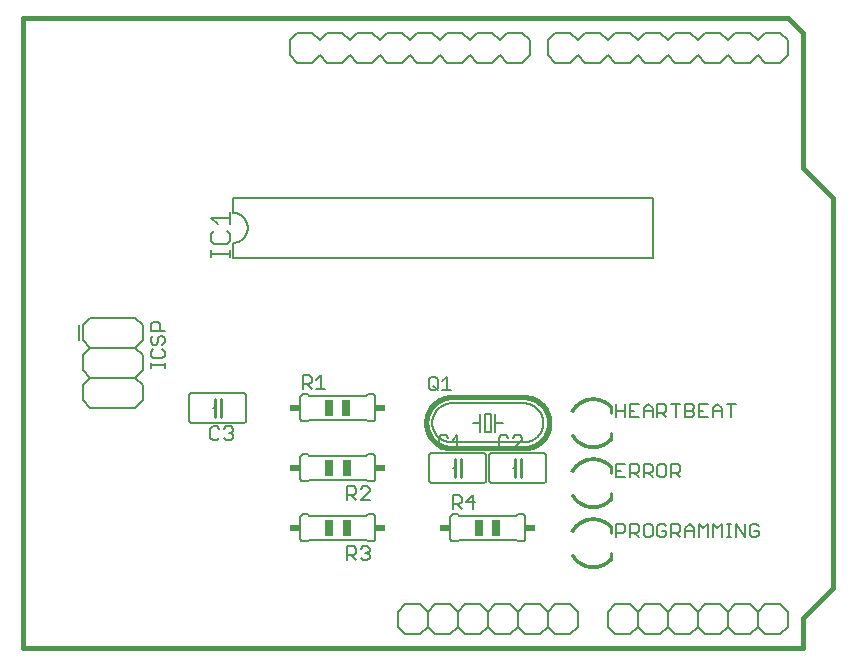
<source format=gto>
G75*
%MOIN*%
%OFA0B0*%
%FSLAX25Y25*%
%IPPOS*%
%LPD*%
%AMOC8*
5,1,8,0,0,1.08239X$1,22.5*
%
%ADD10C,0.01600*%
%ADD11C,0.00600*%
%ADD12C,0.01000*%
%ADD13C,0.00500*%
%ADD14C,0.00700*%
%ADD15C,0.00800*%
%ADD16C,0.00100*%
%ADD17R,0.03400X0.02400*%
%ADD18R,0.02559X0.05512*%
%ADD19C,0.00000*%
D10*
X0005000Y0005000D02*
X0005000Y0215000D01*
X0260000Y0215000D01*
X0265000Y0210000D01*
X0265000Y0165000D01*
X0275000Y0155000D01*
X0275000Y0025000D01*
X0265000Y0015000D01*
X0265000Y0005000D01*
X0005000Y0005000D01*
X0148000Y0071500D02*
X0172000Y0071500D01*
X0172207Y0071503D01*
X0172414Y0071510D01*
X0172620Y0071523D01*
X0172827Y0071540D01*
X0173032Y0071563D01*
X0173238Y0071591D01*
X0173442Y0071623D01*
X0173646Y0071661D01*
X0173848Y0071703D01*
X0174050Y0071751D01*
X0174250Y0071803D01*
X0174449Y0071860D01*
X0174646Y0071922D01*
X0174842Y0071989D01*
X0175036Y0072061D01*
X0175229Y0072137D01*
X0175419Y0072218D01*
X0175608Y0072304D01*
X0175794Y0072394D01*
X0175978Y0072488D01*
X0176160Y0072588D01*
X0176339Y0072691D01*
X0176516Y0072799D01*
X0176690Y0072911D01*
X0176861Y0073027D01*
X0177030Y0073148D01*
X0177195Y0073272D01*
X0177357Y0073401D01*
X0177516Y0073533D01*
X0177672Y0073669D01*
X0177825Y0073809D01*
X0177974Y0073953D01*
X0178119Y0074100D01*
X0178261Y0074251D01*
X0178399Y0074405D01*
X0178534Y0074563D01*
X0178664Y0074723D01*
X0178790Y0074887D01*
X0178913Y0075054D01*
X0179031Y0075224D01*
X0179146Y0075397D01*
X0179256Y0075572D01*
X0179361Y0075750D01*
X0179463Y0075931D01*
X0179559Y0076113D01*
X0179652Y0076299D01*
X0179740Y0076486D01*
X0179823Y0076676D01*
X0179902Y0076867D01*
X0179976Y0077060D01*
X0180045Y0077256D01*
X0180109Y0077452D01*
X0180169Y0077650D01*
X0180224Y0077850D01*
X0180274Y0078051D01*
X0180319Y0078253D01*
X0180359Y0078456D01*
X0180394Y0078660D01*
X0180424Y0078865D01*
X0180449Y0079070D01*
X0180469Y0079276D01*
X0180484Y0079483D01*
X0180494Y0079690D01*
X0180499Y0079897D01*
X0180499Y0080103D01*
X0180494Y0080310D01*
X0180484Y0080517D01*
X0180469Y0080724D01*
X0180449Y0080930D01*
X0180424Y0081135D01*
X0180394Y0081340D01*
X0180359Y0081544D01*
X0180319Y0081747D01*
X0180274Y0081949D01*
X0180224Y0082150D01*
X0180169Y0082350D01*
X0180109Y0082548D01*
X0180045Y0082744D01*
X0179976Y0082940D01*
X0179902Y0083133D01*
X0179823Y0083324D01*
X0179740Y0083514D01*
X0179652Y0083701D01*
X0179559Y0083887D01*
X0179463Y0084069D01*
X0179361Y0084250D01*
X0179256Y0084428D01*
X0179146Y0084603D01*
X0179031Y0084776D01*
X0178913Y0084946D01*
X0178790Y0085113D01*
X0178664Y0085277D01*
X0178534Y0085437D01*
X0178399Y0085595D01*
X0178261Y0085749D01*
X0178119Y0085900D01*
X0177974Y0086047D01*
X0177825Y0086191D01*
X0177672Y0086331D01*
X0177516Y0086467D01*
X0177357Y0086599D01*
X0177195Y0086728D01*
X0177030Y0086852D01*
X0176861Y0086973D01*
X0176690Y0087089D01*
X0176516Y0087201D01*
X0176339Y0087309D01*
X0176160Y0087412D01*
X0175978Y0087512D01*
X0175794Y0087606D01*
X0175608Y0087696D01*
X0175419Y0087782D01*
X0175229Y0087863D01*
X0175036Y0087939D01*
X0174842Y0088011D01*
X0174646Y0088078D01*
X0174449Y0088140D01*
X0174250Y0088197D01*
X0174050Y0088249D01*
X0173848Y0088297D01*
X0173646Y0088339D01*
X0173442Y0088377D01*
X0173238Y0088409D01*
X0173032Y0088437D01*
X0172827Y0088460D01*
X0172620Y0088477D01*
X0172414Y0088490D01*
X0172207Y0088497D01*
X0172000Y0088500D01*
X0148000Y0088500D01*
X0147793Y0088497D01*
X0147586Y0088490D01*
X0147380Y0088477D01*
X0147173Y0088460D01*
X0146968Y0088437D01*
X0146762Y0088409D01*
X0146558Y0088377D01*
X0146354Y0088339D01*
X0146152Y0088297D01*
X0145950Y0088249D01*
X0145750Y0088197D01*
X0145551Y0088140D01*
X0145354Y0088078D01*
X0145158Y0088011D01*
X0144964Y0087939D01*
X0144771Y0087863D01*
X0144581Y0087782D01*
X0144392Y0087696D01*
X0144206Y0087606D01*
X0144022Y0087512D01*
X0143840Y0087412D01*
X0143661Y0087309D01*
X0143484Y0087201D01*
X0143310Y0087089D01*
X0143139Y0086973D01*
X0142970Y0086852D01*
X0142805Y0086728D01*
X0142643Y0086599D01*
X0142484Y0086467D01*
X0142328Y0086331D01*
X0142175Y0086191D01*
X0142026Y0086047D01*
X0141881Y0085900D01*
X0141739Y0085749D01*
X0141601Y0085595D01*
X0141466Y0085437D01*
X0141336Y0085277D01*
X0141210Y0085113D01*
X0141087Y0084946D01*
X0140969Y0084776D01*
X0140854Y0084603D01*
X0140744Y0084428D01*
X0140639Y0084250D01*
X0140537Y0084069D01*
X0140441Y0083887D01*
X0140348Y0083701D01*
X0140260Y0083514D01*
X0140177Y0083324D01*
X0140098Y0083133D01*
X0140024Y0082940D01*
X0139955Y0082744D01*
X0139891Y0082548D01*
X0139831Y0082350D01*
X0139776Y0082150D01*
X0139726Y0081949D01*
X0139681Y0081747D01*
X0139641Y0081544D01*
X0139606Y0081340D01*
X0139576Y0081135D01*
X0139551Y0080930D01*
X0139531Y0080724D01*
X0139516Y0080517D01*
X0139506Y0080310D01*
X0139501Y0080103D01*
X0139501Y0079897D01*
X0139506Y0079690D01*
X0139516Y0079483D01*
X0139531Y0079276D01*
X0139551Y0079070D01*
X0139576Y0078865D01*
X0139606Y0078660D01*
X0139641Y0078456D01*
X0139681Y0078253D01*
X0139726Y0078051D01*
X0139776Y0077850D01*
X0139831Y0077650D01*
X0139891Y0077452D01*
X0139955Y0077256D01*
X0140024Y0077060D01*
X0140098Y0076867D01*
X0140177Y0076676D01*
X0140260Y0076486D01*
X0140348Y0076299D01*
X0140441Y0076113D01*
X0140537Y0075931D01*
X0140639Y0075750D01*
X0140744Y0075572D01*
X0140854Y0075397D01*
X0140969Y0075224D01*
X0141087Y0075054D01*
X0141210Y0074887D01*
X0141336Y0074723D01*
X0141466Y0074563D01*
X0141601Y0074405D01*
X0141739Y0074251D01*
X0141881Y0074100D01*
X0142026Y0073953D01*
X0142175Y0073809D01*
X0142328Y0073669D01*
X0142484Y0073533D01*
X0142643Y0073401D01*
X0142805Y0073272D01*
X0142970Y0073148D01*
X0143139Y0073027D01*
X0143310Y0072911D01*
X0143484Y0072799D01*
X0143661Y0072691D01*
X0143840Y0072588D01*
X0144022Y0072488D01*
X0144206Y0072394D01*
X0144392Y0072304D01*
X0144581Y0072218D01*
X0144771Y0072137D01*
X0144964Y0072061D01*
X0145158Y0071989D01*
X0145354Y0071922D01*
X0145551Y0071860D01*
X0145750Y0071803D01*
X0145950Y0071751D01*
X0146152Y0071703D01*
X0146354Y0071661D01*
X0146558Y0071623D01*
X0146762Y0071591D01*
X0146968Y0071563D01*
X0147173Y0071540D01*
X0147380Y0071523D01*
X0147586Y0071510D01*
X0147793Y0071503D01*
X0148000Y0071500D01*
D11*
X0148000Y0073500D02*
X0172000Y0073500D01*
X0178500Y0070000D02*
X0161500Y0070000D01*
X0161440Y0069998D01*
X0161379Y0069993D01*
X0161320Y0069984D01*
X0161261Y0069971D01*
X0161202Y0069955D01*
X0161145Y0069935D01*
X0161090Y0069912D01*
X0161035Y0069885D01*
X0160983Y0069856D01*
X0160932Y0069823D01*
X0160883Y0069787D01*
X0160837Y0069749D01*
X0160793Y0069707D01*
X0160751Y0069663D01*
X0160713Y0069617D01*
X0160677Y0069568D01*
X0160644Y0069517D01*
X0160615Y0069465D01*
X0160588Y0069410D01*
X0160565Y0069355D01*
X0160545Y0069298D01*
X0160529Y0069239D01*
X0160516Y0069180D01*
X0160507Y0069121D01*
X0160502Y0069060D01*
X0160500Y0069000D01*
X0160500Y0061000D01*
X0159500Y0061000D02*
X0159500Y0069000D01*
X0159498Y0069060D01*
X0159493Y0069121D01*
X0159484Y0069180D01*
X0159471Y0069239D01*
X0159455Y0069298D01*
X0159435Y0069355D01*
X0159412Y0069410D01*
X0159385Y0069465D01*
X0159356Y0069517D01*
X0159323Y0069568D01*
X0159287Y0069617D01*
X0159249Y0069663D01*
X0159207Y0069707D01*
X0159163Y0069749D01*
X0159117Y0069787D01*
X0159068Y0069823D01*
X0159017Y0069856D01*
X0158965Y0069885D01*
X0158910Y0069912D01*
X0158855Y0069935D01*
X0158798Y0069955D01*
X0158739Y0069971D01*
X0158680Y0069984D01*
X0158621Y0069993D01*
X0158560Y0069998D01*
X0158500Y0070000D01*
X0141500Y0070000D01*
X0141440Y0069998D01*
X0141379Y0069993D01*
X0141320Y0069984D01*
X0141261Y0069971D01*
X0141202Y0069955D01*
X0141145Y0069935D01*
X0141090Y0069912D01*
X0141035Y0069885D01*
X0140983Y0069856D01*
X0140932Y0069823D01*
X0140883Y0069787D01*
X0140837Y0069749D01*
X0140793Y0069707D01*
X0140751Y0069663D01*
X0140713Y0069617D01*
X0140677Y0069568D01*
X0140644Y0069517D01*
X0140615Y0069465D01*
X0140588Y0069410D01*
X0140565Y0069355D01*
X0140545Y0069298D01*
X0140529Y0069239D01*
X0140516Y0069180D01*
X0140507Y0069121D01*
X0140502Y0069060D01*
X0140500Y0069000D01*
X0140500Y0061000D01*
X0140502Y0060940D01*
X0140507Y0060879D01*
X0140516Y0060820D01*
X0140529Y0060761D01*
X0140545Y0060702D01*
X0140565Y0060645D01*
X0140588Y0060590D01*
X0140615Y0060535D01*
X0140644Y0060483D01*
X0140677Y0060432D01*
X0140713Y0060383D01*
X0140751Y0060337D01*
X0140793Y0060293D01*
X0140837Y0060251D01*
X0140883Y0060213D01*
X0140932Y0060177D01*
X0140983Y0060144D01*
X0141035Y0060115D01*
X0141090Y0060088D01*
X0141145Y0060065D01*
X0141202Y0060045D01*
X0141261Y0060029D01*
X0141320Y0060016D01*
X0141379Y0060007D01*
X0141440Y0060002D01*
X0141500Y0060000D01*
X0158500Y0060000D01*
X0158560Y0060002D01*
X0158621Y0060007D01*
X0158680Y0060016D01*
X0158739Y0060029D01*
X0158798Y0060045D01*
X0158855Y0060065D01*
X0158910Y0060088D01*
X0158965Y0060115D01*
X0159017Y0060144D01*
X0159068Y0060177D01*
X0159117Y0060213D01*
X0159163Y0060251D01*
X0159207Y0060293D01*
X0159249Y0060337D01*
X0159287Y0060383D01*
X0159323Y0060432D01*
X0159356Y0060483D01*
X0159385Y0060535D01*
X0159412Y0060590D01*
X0159435Y0060645D01*
X0159455Y0060702D01*
X0159471Y0060761D01*
X0159484Y0060820D01*
X0159493Y0060879D01*
X0159498Y0060940D01*
X0159500Y0061000D01*
X0160500Y0061000D02*
X0160502Y0060940D01*
X0160507Y0060879D01*
X0160516Y0060820D01*
X0160529Y0060761D01*
X0160545Y0060702D01*
X0160565Y0060645D01*
X0160588Y0060590D01*
X0160615Y0060535D01*
X0160644Y0060483D01*
X0160677Y0060432D01*
X0160713Y0060383D01*
X0160751Y0060337D01*
X0160793Y0060293D01*
X0160837Y0060251D01*
X0160883Y0060213D01*
X0160932Y0060177D01*
X0160983Y0060144D01*
X0161035Y0060115D01*
X0161090Y0060088D01*
X0161145Y0060065D01*
X0161202Y0060045D01*
X0161261Y0060029D01*
X0161320Y0060016D01*
X0161379Y0060007D01*
X0161440Y0060002D01*
X0161500Y0060000D01*
X0178500Y0060000D01*
X0178560Y0060002D01*
X0178621Y0060007D01*
X0178680Y0060016D01*
X0178739Y0060029D01*
X0178798Y0060045D01*
X0178855Y0060065D01*
X0178910Y0060088D01*
X0178965Y0060115D01*
X0179017Y0060144D01*
X0179068Y0060177D01*
X0179117Y0060213D01*
X0179163Y0060251D01*
X0179207Y0060293D01*
X0179249Y0060337D01*
X0179287Y0060383D01*
X0179323Y0060432D01*
X0179356Y0060483D01*
X0179385Y0060535D01*
X0179412Y0060590D01*
X0179435Y0060645D01*
X0179455Y0060702D01*
X0179471Y0060761D01*
X0179484Y0060820D01*
X0179493Y0060879D01*
X0179498Y0060940D01*
X0179500Y0061000D01*
X0179500Y0069000D01*
X0179498Y0069060D01*
X0179493Y0069121D01*
X0179484Y0069180D01*
X0179471Y0069239D01*
X0179455Y0069298D01*
X0179435Y0069355D01*
X0179412Y0069410D01*
X0179385Y0069465D01*
X0179356Y0069517D01*
X0179323Y0069568D01*
X0179287Y0069617D01*
X0179249Y0069663D01*
X0179207Y0069707D01*
X0179163Y0069749D01*
X0179117Y0069787D01*
X0179068Y0069823D01*
X0179017Y0069856D01*
X0178965Y0069885D01*
X0178910Y0069912D01*
X0178855Y0069935D01*
X0178798Y0069955D01*
X0178739Y0069971D01*
X0178680Y0069984D01*
X0178621Y0069993D01*
X0178560Y0069998D01*
X0178500Y0070000D01*
X0171500Y0065000D02*
X0171000Y0065000D01*
X0169000Y0065000D02*
X0168500Y0065000D01*
X0162500Y0077000D02*
X0162500Y0080000D01*
X0165000Y0080000D01*
X0162500Y0080000D02*
X0162500Y0083000D01*
X0161000Y0083000D02*
X0161000Y0077000D01*
X0159000Y0077000D01*
X0159000Y0083000D01*
X0161000Y0083000D01*
X0157500Y0083000D02*
X0157500Y0080000D01*
X0155000Y0080000D01*
X0157500Y0080000D02*
X0157500Y0077000D01*
X0148000Y0073500D02*
X0147840Y0073502D01*
X0147681Y0073508D01*
X0147522Y0073518D01*
X0147363Y0073531D01*
X0147204Y0073549D01*
X0147046Y0073570D01*
X0146889Y0073596D01*
X0146732Y0073625D01*
X0146576Y0073658D01*
X0146421Y0073695D01*
X0146266Y0073735D01*
X0146113Y0073780D01*
X0145961Y0073828D01*
X0145810Y0073880D01*
X0145661Y0073936D01*
X0145513Y0073995D01*
X0145366Y0074058D01*
X0145221Y0074124D01*
X0145078Y0074194D01*
X0144936Y0074268D01*
X0144796Y0074344D01*
X0144658Y0074425D01*
X0144523Y0074508D01*
X0144389Y0074595D01*
X0144257Y0074686D01*
X0144128Y0074779D01*
X0144001Y0074876D01*
X0143876Y0074975D01*
X0143754Y0075078D01*
X0143635Y0075184D01*
X0143518Y0075292D01*
X0143404Y0075404D01*
X0143292Y0075518D01*
X0143184Y0075635D01*
X0143078Y0075754D01*
X0142975Y0075876D01*
X0142876Y0076001D01*
X0142779Y0076128D01*
X0142686Y0076257D01*
X0142595Y0076389D01*
X0142508Y0076523D01*
X0142425Y0076658D01*
X0142344Y0076796D01*
X0142268Y0076936D01*
X0142194Y0077078D01*
X0142124Y0077221D01*
X0142058Y0077366D01*
X0141995Y0077513D01*
X0141936Y0077661D01*
X0141880Y0077810D01*
X0141828Y0077961D01*
X0141780Y0078113D01*
X0141735Y0078266D01*
X0141695Y0078421D01*
X0141658Y0078576D01*
X0141625Y0078732D01*
X0141596Y0078889D01*
X0141570Y0079046D01*
X0141549Y0079204D01*
X0141531Y0079363D01*
X0141518Y0079522D01*
X0141508Y0079681D01*
X0141502Y0079840D01*
X0141500Y0080000D01*
X0141502Y0080160D01*
X0141508Y0080319D01*
X0141518Y0080478D01*
X0141531Y0080637D01*
X0141549Y0080796D01*
X0141570Y0080954D01*
X0141596Y0081111D01*
X0141625Y0081268D01*
X0141658Y0081424D01*
X0141695Y0081579D01*
X0141735Y0081734D01*
X0141780Y0081887D01*
X0141828Y0082039D01*
X0141880Y0082190D01*
X0141936Y0082339D01*
X0141995Y0082487D01*
X0142058Y0082634D01*
X0142124Y0082779D01*
X0142194Y0082922D01*
X0142268Y0083064D01*
X0142344Y0083204D01*
X0142425Y0083342D01*
X0142508Y0083477D01*
X0142595Y0083611D01*
X0142686Y0083743D01*
X0142779Y0083872D01*
X0142876Y0083999D01*
X0142975Y0084124D01*
X0143078Y0084246D01*
X0143184Y0084365D01*
X0143292Y0084482D01*
X0143404Y0084596D01*
X0143518Y0084708D01*
X0143635Y0084816D01*
X0143754Y0084922D01*
X0143876Y0085025D01*
X0144001Y0085124D01*
X0144128Y0085221D01*
X0144257Y0085314D01*
X0144389Y0085405D01*
X0144523Y0085492D01*
X0144658Y0085575D01*
X0144796Y0085656D01*
X0144936Y0085732D01*
X0145078Y0085806D01*
X0145221Y0085876D01*
X0145366Y0085942D01*
X0145513Y0086005D01*
X0145661Y0086064D01*
X0145810Y0086120D01*
X0145961Y0086172D01*
X0146113Y0086220D01*
X0146266Y0086265D01*
X0146421Y0086305D01*
X0146576Y0086342D01*
X0146732Y0086375D01*
X0146889Y0086404D01*
X0147046Y0086430D01*
X0147204Y0086451D01*
X0147363Y0086469D01*
X0147522Y0086482D01*
X0147681Y0086492D01*
X0147840Y0086498D01*
X0148000Y0086500D01*
X0172000Y0086500D01*
X0172160Y0086498D01*
X0172319Y0086492D01*
X0172478Y0086482D01*
X0172637Y0086469D01*
X0172796Y0086451D01*
X0172954Y0086430D01*
X0173111Y0086404D01*
X0173268Y0086375D01*
X0173424Y0086342D01*
X0173579Y0086305D01*
X0173734Y0086265D01*
X0173887Y0086220D01*
X0174039Y0086172D01*
X0174190Y0086120D01*
X0174339Y0086064D01*
X0174487Y0086005D01*
X0174634Y0085942D01*
X0174779Y0085876D01*
X0174922Y0085806D01*
X0175064Y0085732D01*
X0175204Y0085656D01*
X0175342Y0085575D01*
X0175477Y0085492D01*
X0175611Y0085405D01*
X0175743Y0085314D01*
X0175872Y0085221D01*
X0175999Y0085124D01*
X0176124Y0085025D01*
X0176246Y0084922D01*
X0176365Y0084816D01*
X0176482Y0084708D01*
X0176596Y0084596D01*
X0176708Y0084482D01*
X0176816Y0084365D01*
X0176922Y0084246D01*
X0177025Y0084124D01*
X0177124Y0083999D01*
X0177221Y0083872D01*
X0177314Y0083743D01*
X0177405Y0083611D01*
X0177492Y0083477D01*
X0177575Y0083342D01*
X0177656Y0083204D01*
X0177732Y0083064D01*
X0177806Y0082922D01*
X0177876Y0082779D01*
X0177942Y0082634D01*
X0178005Y0082487D01*
X0178064Y0082339D01*
X0178120Y0082190D01*
X0178172Y0082039D01*
X0178220Y0081887D01*
X0178265Y0081734D01*
X0178305Y0081579D01*
X0178342Y0081424D01*
X0178375Y0081268D01*
X0178404Y0081111D01*
X0178430Y0080954D01*
X0178451Y0080796D01*
X0178469Y0080637D01*
X0178482Y0080478D01*
X0178492Y0080319D01*
X0178498Y0080160D01*
X0178500Y0080000D01*
X0178498Y0079840D01*
X0178492Y0079681D01*
X0178482Y0079522D01*
X0178469Y0079363D01*
X0178451Y0079204D01*
X0178430Y0079046D01*
X0178404Y0078889D01*
X0178375Y0078732D01*
X0178342Y0078576D01*
X0178305Y0078421D01*
X0178265Y0078266D01*
X0178220Y0078113D01*
X0178172Y0077961D01*
X0178120Y0077810D01*
X0178064Y0077661D01*
X0178005Y0077513D01*
X0177942Y0077366D01*
X0177876Y0077221D01*
X0177806Y0077078D01*
X0177732Y0076936D01*
X0177656Y0076796D01*
X0177575Y0076658D01*
X0177492Y0076523D01*
X0177405Y0076389D01*
X0177314Y0076257D01*
X0177221Y0076128D01*
X0177124Y0076001D01*
X0177025Y0075876D01*
X0176922Y0075754D01*
X0176816Y0075635D01*
X0176708Y0075518D01*
X0176596Y0075404D01*
X0176482Y0075292D01*
X0176365Y0075184D01*
X0176246Y0075078D01*
X0176124Y0074975D01*
X0175999Y0074876D01*
X0175872Y0074779D01*
X0175743Y0074686D01*
X0175611Y0074595D01*
X0175477Y0074508D01*
X0175342Y0074425D01*
X0175204Y0074344D01*
X0175064Y0074268D01*
X0174922Y0074194D01*
X0174779Y0074124D01*
X0174634Y0074058D01*
X0174487Y0073995D01*
X0174339Y0073936D01*
X0174190Y0073880D01*
X0174039Y0073828D01*
X0173887Y0073780D01*
X0173734Y0073735D01*
X0173579Y0073695D01*
X0173424Y0073658D01*
X0173268Y0073625D01*
X0173111Y0073596D01*
X0172954Y0073570D01*
X0172796Y0073549D01*
X0172637Y0073531D01*
X0172478Y0073518D01*
X0172319Y0073508D01*
X0172160Y0073502D01*
X0172000Y0073500D01*
X0151500Y0065000D02*
X0151000Y0065000D01*
X0149000Y0065000D02*
X0148500Y0065000D01*
X0148500Y0049500D02*
X0150000Y0049500D01*
X0150500Y0049000D01*
X0169500Y0049000D01*
X0170000Y0049500D01*
X0171500Y0049500D01*
X0171560Y0049498D01*
X0171621Y0049493D01*
X0171680Y0049484D01*
X0171739Y0049471D01*
X0171798Y0049455D01*
X0171855Y0049435D01*
X0171910Y0049412D01*
X0171965Y0049385D01*
X0172017Y0049356D01*
X0172068Y0049323D01*
X0172117Y0049287D01*
X0172163Y0049249D01*
X0172207Y0049207D01*
X0172249Y0049163D01*
X0172287Y0049117D01*
X0172323Y0049068D01*
X0172356Y0049017D01*
X0172385Y0048965D01*
X0172412Y0048910D01*
X0172435Y0048855D01*
X0172455Y0048798D01*
X0172471Y0048739D01*
X0172484Y0048680D01*
X0172493Y0048621D01*
X0172498Y0048560D01*
X0172500Y0048500D01*
X0172500Y0041500D01*
X0172498Y0041440D01*
X0172493Y0041379D01*
X0172484Y0041320D01*
X0172471Y0041261D01*
X0172455Y0041202D01*
X0172435Y0041145D01*
X0172412Y0041090D01*
X0172385Y0041035D01*
X0172356Y0040983D01*
X0172323Y0040932D01*
X0172287Y0040883D01*
X0172249Y0040837D01*
X0172207Y0040793D01*
X0172163Y0040751D01*
X0172117Y0040713D01*
X0172068Y0040677D01*
X0172017Y0040644D01*
X0171965Y0040615D01*
X0171910Y0040588D01*
X0171855Y0040565D01*
X0171798Y0040545D01*
X0171739Y0040529D01*
X0171680Y0040516D01*
X0171621Y0040507D01*
X0171560Y0040502D01*
X0171500Y0040500D01*
X0170000Y0040500D01*
X0169500Y0041000D01*
X0150500Y0041000D01*
X0150000Y0040500D01*
X0148500Y0040500D01*
X0148440Y0040502D01*
X0148379Y0040507D01*
X0148320Y0040516D01*
X0148261Y0040529D01*
X0148202Y0040545D01*
X0148145Y0040565D01*
X0148090Y0040588D01*
X0148035Y0040615D01*
X0147983Y0040644D01*
X0147932Y0040677D01*
X0147883Y0040713D01*
X0147837Y0040751D01*
X0147793Y0040793D01*
X0147751Y0040837D01*
X0147713Y0040883D01*
X0147677Y0040932D01*
X0147644Y0040983D01*
X0147615Y0041035D01*
X0147588Y0041090D01*
X0147565Y0041145D01*
X0147545Y0041202D01*
X0147529Y0041261D01*
X0147516Y0041320D01*
X0147507Y0041379D01*
X0147502Y0041440D01*
X0147500Y0041500D01*
X0147500Y0048500D01*
X0147502Y0048560D01*
X0147507Y0048621D01*
X0147516Y0048680D01*
X0147529Y0048739D01*
X0147545Y0048798D01*
X0147565Y0048855D01*
X0147588Y0048910D01*
X0147615Y0048965D01*
X0147644Y0049017D01*
X0147677Y0049068D01*
X0147713Y0049117D01*
X0147751Y0049163D01*
X0147793Y0049207D01*
X0147837Y0049249D01*
X0147883Y0049287D01*
X0147932Y0049323D01*
X0147983Y0049356D01*
X0148035Y0049385D01*
X0148090Y0049412D01*
X0148145Y0049435D01*
X0148202Y0049455D01*
X0148261Y0049471D01*
X0148320Y0049484D01*
X0148379Y0049493D01*
X0148440Y0049498D01*
X0148500Y0049500D01*
X0122500Y0048500D02*
X0122500Y0041500D01*
X0122498Y0041440D01*
X0122493Y0041379D01*
X0122484Y0041320D01*
X0122471Y0041261D01*
X0122455Y0041202D01*
X0122435Y0041145D01*
X0122412Y0041090D01*
X0122385Y0041035D01*
X0122356Y0040983D01*
X0122323Y0040932D01*
X0122287Y0040883D01*
X0122249Y0040837D01*
X0122207Y0040793D01*
X0122163Y0040751D01*
X0122117Y0040713D01*
X0122068Y0040677D01*
X0122017Y0040644D01*
X0121965Y0040615D01*
X0121910Y0040588D01*
X0121855Y0040565D01*
X0121798Y0040545D01*
X0121739Y0040529D01*
X0121680Y0040516D01*
X0121621Y0040507D01*
X0121560Y0040502D01*
X0121500Y0040500D01*
X0120000Y0040500D01*
X0119500Y0041000D01*
X0100500Y0041000D01*
X0100000Y0040500D01*
X0098500Y0040500D01*
X0098440Y0040502D01*
X0098379Y0040507D01*
X0098320Y0040516D01*
X0098261Y0040529D01*
X0098202Y0040545D01*
X0098145Y0040565D01*
X0098090Y0040588D01*
X0098035Y0040615D01*
X0097983Y0040644D01*
X0097932Y0040677D01*
X0097883Y0040713D01*
X0097837Y0040751D01*
X0097793Y0040793D01*
X0097751Y0040837D01*
X0097713Y0040883D01*
X0097677Y0040932D01*
X0097644Y0040983D01*
X0097615Y0041035D01*
X0097588Y0041090D01*
X0097565Y0041145D01*
X0097545Y0041202D01*
X0097529Y0041261D01*
X0097516Y0041320D01*
X0097507Y0041379D01*
X0097502Y0041440D01*
X0097500Y0041500D01*
X0097500Y0048500D01*
X0097502Y0048560D01*
X0097507Y0048621D01*
X0097516Y0048680D01*
X0097529Y0048739D01*
X0097545Y0048798D01*
X0097565Y0048855D01*
X0097588Y0048910D01*
X0097615Y0048965D01*
X0097644Y0049017D01*
X0097677Y0049068D01*
X0097713Y0049117D01*
X0097751Y0049163D01*
X0097793Y0049207D01*
X0097837Y0049249D01*
X0097883Y0049287D01*
X0097932Y0049323D01*
X0097983Y0049356D01*
X0098035Y0049385D01*
X0098090Y0049412D01*
X0098145Y0049435D01*
X0098202Y0049455D01*
X0098261Y0049471D01*
X0098320Y0049484D01*
X0098379Y0049493D01*
X0098440Y0049498D01*
X0098500Y0049500D01*
X0100000Y0049500D01*
X0100500Y0049000D01*
X0119500Y0049000D01*
X0120000Y0049500D01*
X0121500Y0049500D01*
X0121560Y0049498D01*
X0121621Y0049493D01*
X0121680Y0049484D01*
X0121739Y0049471D01*
X0121798Y0049455D01*
X0121855Y0049435D01*
X0121910Y0049412D01*
X0121965Y0049385D01*
X0122017Y0049356D01*
X0122068Y0049323D01*
X0122117Y0049287D01*
X0122163Y0049249D01*
X0122207Y0049207D01*
X0122249Y0049163D01*
X0122287Y0049117D01*
X0122323Y0049068D01*
X0122356Y0049017D01*
X0122385Y0048965D01*
X0122412Y0048910D01*
X0122435Y0048855D01*
X0122455Y0048798D01*
X0122471Y0048739D01*
X0122484Y0048680D01*
X0122493Y0048621D01*
X0122498Y0048560D01*
X0122500Y0048500D01*
X0121500Y0060500D02*
X0120000Y0060500D01*
X0119500Y0061000D01*
X0100500Y0061000D01*
X0100000Y0060500D01*
X0098500Y0060500D01*
X0098440Y0060502D01*
X0098379Y0060507D01*
X0098320Y0060516D01*
X0098261Y0060529D01*
X0098202Y0060545D01*
X0098145Y0060565D01*
X0098090Y0060588D01*
X0098035Y0060615D01*
X0097983Y0060644D01*
X0097932Y0060677D01*
X0097883Y0060713D01*
X0097837Y0060751D01*
X0097793Y0060793D01*
X0097751Y0060837D01*
X0097713Y0060883D01*
X0097677Y0060932D01*
X0097644Y0060983D01*
X0097615Y0061035D01*
X0097588Y0061090D01*
X0097565Y0061145D01*
X0097545Y0061202D01*
X0097529Y0061261D01*
X0097516Y0061320D01*
X0097507Y0061379D01*
X0097502Y0061440D01*
X0097500Y0061500D01*
X0097500Y0068500D01*
X0097502Y0068560D01*
X0097507Y0068621D01*
X0097516Y0068680D01*
X0097529Y0068739D01*
X0097545Y0068798D01*
X0097565Y0068855D01*
X0097588Y0068910D01*
X0097615Y0068965D01*
X0097644Y0069017D01*
X0097677Y0069068D01*
X0097713Y0069117D01*
X0097751Y0069163D01*
X0097793Y0069207D01*
X0097837Y0069249D01*
X0097883Y0069287D01*
X0097932Y0069323D01*
X0097983Y0069356D01*
X0098035Y0069385D01*
X0098090Y0069412D01*
X0098145Y0069435D01*
X0098202Y0069455D01*
X0098261Y0069471D01*
X0098320Y0069484D01*
X0098379Y0069493D01*
X0098440Y0069498D01*
X0098500Y0069500D01*
X0100000Y0069500D01*
X0100500Y0069000D01*
X0119500Y0069000D01*
X0120000Y0069500D01*
X0121500Y0069500D01*
X0121560Y0069498D01*
X0121621Y0069493D01*
X0121680Y0069484D01*
X0121739Y0069471D01*
X0121798Y0069455D01*
X0121855Y0069435D01*
X0121910Y0069412D01*
X0121965Y0069385D01*
X0122017Y0069356D01*
X0122068Y0069323D01*
X0122117Y0069287D01*
X0122163Y0069249D01*
X0122207Y0069207D01*
X0122249Y0069163D01*
X0122287Y0069117D01*
X0122323Y0069068D01*
X0122356Y0069017D01*
X0122385Y0068965D01*
X0122412Y0068910D01*
X0122435Y0068855D01*
X0122455Y0068798D01*
X0122471Y0068739D01*
X0122484Y0068680D01*
X0122493Y0068621D01*
X0122498Y0068560D01*
X0122500Y0068500D01*
X0122500Y0061500D01*
X0122498Y0061440D01*
X0122493Y0061379D01*
X0122484Y0061320D01*
X0122471Y0061261D01*
X0122455Y0061202D01*
X0122435Y0061145D01*
X0122412Y0061090D01*
X0122385Y0061035D01*
X0122356Y0060983D01*
X0122323Y0060932D01*
X0122287Y0060883D01*
X0122249Y0060837D01*
X0122207Y0060793D01*
X0122163Y0060751D01*
X0122117Y0060713D01*
X0122068Y0060677D01*
X0122017Y0060644D01*
X0121965Y0060615D01*
X0121910Y0060588D01*
X0121855Y0060565D01*
X0121798Y0060545D01*
X0121739Y0060529D01*
X0121680Y0060516D01*
X0121621Y0060507D01*
X0121560Y0060502D01*
X0121500Y0060500D01*
X0121500Y0080500D02*
X0120000Y0080500D01*
X0119500Y0081000D01*
X0100500Y0081000D01*
X0100000Y0080500D01*
X0098500Y0080500D01*
X0098440Y0080502D01*
X0098379Y0080507D01*
X0098320Y0080516D01*
X0098261Y0080529D01*
X0098202Y0080545D01*
X0098145Y0080565D01*
X0098090Y0080588D01*
X0098035Y0080615D01*
X0097983Y0080644D01*
X0097932Y0080677D01*
X0097883Y0080713D01*
X0097837Y0080751D01*
X0097793Y0080793D01*
X0097751Y0080837D01*
X0097713Y0080883D01*
X0097677Y0080932D01*
X0097644Y0080983D01*
X0097615Y0081035D01*
X0097588Y0081090D01*
X0097565Y0081145D01*
X0097545Y0081202D01*
X0097529Y0081261D01*
X0097516Y0081320D01*
X0097507Y0081379D01*
X0097502Y0081440D01*
X0097500Y0081500D01*
X0097500Y0088500D01*
X0097502Y0088560D01*
X0097507Y0088621D01*
X0097516Y0088680D01*
X0097529Y0088739D01*
X0097545Y0088798D01*
X0097565Y0088855D01*
X0097588Y0088910D01*
X0097615Y0088965D01*
X0097644Y0089017D01*
X0097677Y0089068D01*
X0097713Y0089117D01*
X0097751Y0089163D01*
X0097793Y0089207D01*
X0097837Y0089249D01*
X0097883Y0089287D01*
X0097932Y0089323D01*
X0097983Y0089356D01*
X0098035Y0089385D01*
X0098090Y0089412D01*
X0098145Y0089435D01*
X0098202Y0089455D01*
X0098261Y0089471D01*
X0098320Y0089484D01*
X0098379Y0089493D01*
X0098440Y0089498D01*
X0098500Y0089500D01*
X0100000Y0089500D01*
X0100500Y0089000D01*
X0119500Y0089000D01*
X0120000Y0089500D01*
X0121500Y0089500D01*
X0121560Y0089498D01*
X0121621Y0089493D01*
X0121680Y0089484D01*
X0121739Y0089471D01*
X0121798Y0089455D01*
X0121855Y0089435D01*
X0121910Y0089412D01*
X0121965Y0089385D01*
X0122017Y0089356D01*
X0122068Y0089323D01*
X0122117Y0089287D01*
X0122163Y0089249D01*
X0122207Y0089207D01*
X0122249Y0089163D01*
X0122287Y0089117D01*
X0122323Y0089068D01*
X0122356Y0089017D01*
X0122385Y0088965D01*
X0122412Y0088910D01*
X0122435Y0088855D01*
X0122455Y0088798D01*
X0122471Y0088739D01*
X0122484Y0088680D01*
X0122493Y0088621D01*
X0122498Y0088560D01*
X0122500Y0088500D01*
X0122500Y0081500D01*
X0122498Y0081440D01*
X0122493Y0081379D01*
X0122484Y0081320D01*
X0122471Y0081261D01*
X0122455Y0081202D01*
X0122435Y0081145D01*
X0122412Y0081090D01*
X0122385Y0081035D01*
X0122356Y0080983D01*
X0122323Y0080932D01*
X0122287Y0080883D01*
X0122249Y0080837D01*
X0122207Y0080793D01*
X0122163Y0080751D01*
X0122117Y0080713D01*
X0122068Y0080677D01*
X0122017Y0080644D01*
X0121965Y0080615D01*
X0121910Y0080588D01*
X0121855Y0080565D01*
X0121798Y0080545D01*
X0121739Y0080529D01*
X0121680Y0080516D01*
X0121621Y0080507D01*
X0121560Y0080502D01*
X0121500Y0080500D01*
X0079500Y0081000D02*
X0079500Y0089000D01*
X0079498Y0089060D01*
X0079493Y0089121D01*
X0079484Y0089180D01*
X0079471Y0089239D01*
X0079455Y0089298D01*
X0079435Y0089355D01*
X0079412Y0089410D01*
X0079385Y0089465D01*
X0079356Y0089517D01*
X0079323Y0089568D01*
X0079287Y0089617D01*
X0079249Y0089663D01*
X0079207Y0089707D01*
X0079163Y0089749D01*
X0079117Y0089787D01*
X0079068Y0089823D01*
X0079017Y0089856D01*
X0078965Y0089885D01*
X0078910Y0089912D01*
X0078855Y0089935D01*
X0078798Y0089955D01*
X0078739Y0089971D01*
X0078680Y0089984D01*
X0078621Y0089993D01*
X0078560Y0089998D01*
X0078500Y0090000D01*
X0061500Y0090000D01*
X0061440Y0089998D01*
X0061379Y0089993D01*
X0061320Y0089984D01*
X0061261Y0089971D01*
X0061202Y0089955D01*
X0061145Y0089935D01*
X0061090Y0089912D01*
X0061035Y0089885D01*
X0060983Y0089856D01*
X0060932Y0089823D01*
X0060883Y0089787D01*
X0060837Y0089749D01*
X0060793Y0089707D01*
X0060751Y0089663D01*
X0060713Y0089617D01*
X0060677Y0089568D01*
X0060644Y0089517D01*
X0060615Y0089465D01*
X0060588Y0089410D01*
X0060565Y0089355D01*
X0060545Y0089298D01*
X0060529Y0089239D01*
X0060516Y0089180D01*
X0060507Y0089121D01*
X0060502Y0089060D01*
X0060500Y0089000D01*
X0060500Y0081000D01*
X0060502Y0080940D01*
X0060507Y0080879D01*
X0060516Y0080820D01*
X0060529Y0080761D01*
X0060545Y0080702D01*
X0060565Y0080645D01*
X0060588Y0080590D01*
X0060615Y0080535D01*
X0060644Y0080483D01*
X0060677Y0080432D01*
X0060713Y0080383D01*
X0060751Y0080337D01*
X0060793Y0080293D01*
X0060837Y0080251D01*
X0060883Y0080213D01*
X0060932Y0080177D01*
X0060983Y0080144D01*
X0061035Y0080115D01*
X0061090Y0080088D01*
X0061145Y0080065D01*
X0061202Y0080045D01*
X0061261Y0080029D01*
X0061320Y0080016D01*
X0061379Y0080007D01*
X0061440Y0080002D01*
X0061500Y0080000D01*
X0078500Y0080000D01*
X0078560Y0080002D01*
X0078621Y0080007D01*
X0078680Y0080016D01*
X0078739Y0080029D01*
X0078798Y0080045D01*
X0078855Y0080065D01*
X0078910Y0080088D01*
X0078965Y0080115D01*
X0079017Y0080144D01*
X0079068Y0080177D01*
X0079117Y0080213D01*
X0079163Y0080251D01*
X0079207Y0080293D01*
X0079249Y0080337D01*
X0079287Y0080383D01*
X0079323Y0080432D01*
X0079356Y0080483D01*
X0079385Y0080535D01*
X0079412Y0080590D01*
X0079435Y0080645D01*
X0079455Y0080702D01*
X0079471Y0080761D01*
X0079484Y0080820D01*
X0079493Y0080879D01*
X0079498Y0080940D01*
X0079500Y0081000D01*
X0071500Y0085000D02*
X0071000Y0085000D01*
X0069000Y0085000D02*
X0068500Y0085000D01*
X0075000Y0135000D02*
X0075000Y0140000D01*
X0075140Y0140002D01*
X0075280Y0140008D01*
X0075420Y0140018D01*
X0075560Y0140031D01*
X0075699Y0140049D01*
X0075838Y0140071D01*
X0075975Y0140096D01*
X0076113Y0140125D01*
X0076249Y0140158D01*
X0076384Y0140195D01*
X0076518Y0140236D01*
X0076651Y0140281D01*
X0076783Y0140329D01*
X0076913Y0140381D01*
X0077042Y0140436D01*
X0077169Y0140495D01*
X0077295Y0140558D01*
X0077419Y0140624D01*
X0077540Y0140693D01*
X0077660Y0140766D01*
X0077778Y0140843D01*
X0077893Y0140922D01*
X0078007Y0141005D01*
X0078117Y0141091D01*
X0078226Y0141180D01*
X0078332Y0141272D01*
X0078435Y0141367D01*
X0078536Y0141464D01*
X0078633Y0141565D01*
X0078728Y0141668D01*
X0078820Y0141774D01*
X0078909Y0141883D01*
X0078995Y0141993D01*
X0079078Y0142107D01*
X0079157Y0142222D01*
X0079234Y0142340D01*
X0079307Y0142460D01*
X0079376Y0142581D01*
X0079442Y0142705D01*
X0079505Y0142831D01*
X0079564Y0142958D01*
X0079619Y0143087D01*
X0079671Y0143217D01*
X0079719Y0143349D01*
X0079764Y0143482D01*
X0079805Y0143616D01*
X0079842Y0143751D01*
X0079875Y0143887D01*
X0079904Y0144025D01*
X0079929Y0144162D01*
X0079951Y0144301D01*
X0079969Y0144440D01*
X0079982Y0144580D01*
X0079992Y0144720D01*
X0079998Y0144860D01*
X0080000Y0145000D01*
X0079998Y0145140D01*
X0079992Y0145280D01*
X0079982Y0145420D01*
X0079969Y0145560D01*
X0079951Y0145699D01*
X0079929Y0145838D01*
X0079904Y0145975D01*
X0079875Y0146113D01*
X0079842Y0146249D01*
X0079805Y0146384D01*
X0079764Y0146518D01*
X0079719Y0146651D01*
X0079671Y0146783D01*
X0079619Y0146913D01*
X0079564Y0147042D01*
X0079505Y0147169D01*
X0079442Y0147295D01*
X0079376Y0147419D01*
X0079307Y0147540D01*
X0079234Y0147660D01*
X0079157Y0147778D01*
X0079078Y0147893D01*
X0078995Y0148007D01*
X0078909Y0148117D01*
X0078820Y0148226D01*
X0078728Y0148332D01*
X0078633Y0148435D01*
X0078536Y0148536D01*
X0078435Y0148633D01*
X0078332Y0148728D01*
X0078226Y0148820D01*
X0078117Y0148909D01*
X0078007Y0148995D01*
X0077893Y0149078D01*
X0077778Y0149157D01*
X0077660Y0149234D01*
X0077540Y0149307D01*
X0077419Y0149376D01*
X0077295Y0149442D01*
X0077169Y0149505D01*
X0077042Y0149564D01*
X0076913Y0149619D01*
X0076783Y0149671D01*
X0076651Y0149719D01*
X0076518Y0149764D01*
X0076384Y0149805D01*
X0076249Y0149842D01*
X0076113Y0149875D01*
X0075975Y0149904D01*
X0075838Y0149929D01*
X0075699Y0149951D01*
X0075560Y0149969D01*
X0075420Y0149982D01*
X0075280Y0149992D01*
X0075140Y0149998D01*
X0075000Y0150000D01*
X0075000Y0155000D01*
X0215000Y0155000D01*
X0215000Y0135000D01*
X0075500Y0135000D01*
D12*
X0071000Y0088000D02*
X0071000Y0085000D01*
X0071000Y0082000D01*
X0069000Y0082000D02*
X0069000Y0085000D01*
X0069000Y0088000D01*
X0149000Y0068000D02*
X0149000Y0065000D01*
X0149000Y0062000D01*
X0151000Y0062000D02*
X0151000Y0065000D01*
X0151000Y0068000D01*
X0169000Y0068000D02*
X0169000Y0065000D01*
X0169000Y0062000D01*
X0171000Y0062000D02*
X0171000Y0065000D01*
X0171000Y0068000D01*
X0201200Y0065100D02*
X0201200Y0063100D01*
X0201200Y0056700D02*
X0201200Y0054900D01*
X0201200Y0045100D02*
X0201200Y0043100D01*
X0201200Y0036700D02*
X0201200Y0034900D01*
X0201200Y0074900D02*
X0201200Y0076700D01*
X0201200Y0083100D02*
X0201200Y0085100D01*
D13*
X0202750Y0084002D02*
X0205753Y0084002D01*
X0207354Y0084002D02*
X0208855Y0084002D01*
X0207354Y0086254D02*
X0207354Y0081750D01*
X0210356Y0081750D01*
X0211958Y0081750D02*
X0211958Y0084753D01*
X0213459Y0086254D01*
X0214960Y0084753D01*
X0214960Y0081750D01*
X0216562Y0081750D02*
X0216562Y0086254D01*
X0218814Y0086254D01*
X0219564Y0085503D01*
X0219564Y0084002D01*
X0218814Y0083251D01*
X0216562Y0083251D01*
X0218063Y0083251D02*
X0219564Y0081750D01*
X0222667Y0081750D02*
X0222667Y0086254D01*
X0221166Y0086254D02*
X0224168Y0086254D01*
X0225770Y0086254D02*
X0228022Y0086254D01*
X0228772Y0085503D01*
X0228772Y0084753D01*
X0228022Y0084002D01*
X0225770Y0084002D01*
X0228022Y0084002D02*
X0228772Y0083251D01*
X0228772Y0082501D01*
X0228022Y0081750D01*
X0225770Y0081750D01*
X0225770Y0086254D01*
X0230374Y0086254D02*
X0230374Y0081750D01*
X0233376Y0081750D01*
X0234977Y0081750D02*
X0234977Y0084753D01*
X0236479Y0086254D01*
X0237980Y0084753D01*
X0237980Y0081750D01*
X0237980Y0084002D02*
X0234977Y0084002D01*
X0233376Y0086254D02*
X0230374Y0086254D01*
X0230374Y0084002D02*
X0231875Y0084002D01*
X0239581Y0086254D02*
X0242584Y0086254D01*
X0241083Y0086254D02*
X0241083Y0081750D01*
X0224168Y0065503D02*
X0224168Y0064002D01*
X0223418Y0063251D01*
X0221166Y0063251D01*
X0222667Y0063251D02*
X0224168Y0061750D01*
X0221166Y0061750D02*
X0221166Y0066254D01*
X0223418Y0066254D01*
X0224168Y0065503D01*
X0219564Y0065503D02*
X0218814Y0066254D01*
X0217312Y0066254D01*
X0216562Y0065503D01*
X0216562Y0062501D01*
X0217312Y0061750D01*
X0218814Y0061750D01*
X0219564Y0062501D01*
X0219564Y0065503D01*
X0214960Y0065503D02*
X0214960Y0064002D01*
X0214210Y0063251D01*
X0211958Y0063251D01*
X0211958Y0061750D02*
X0211958Y0066254D01*
X0214210Y0066254D01*
X0214960Y0065503D01*
X0213459Y0063251D02*
X0214960Y0061750D01*
X0210356Y0061750D02*
X0208855Y0063251D01*
X0209606Y0063251D02*
X0207354Y0063251D01*
X0207354Y0061750D02*
X0207354Y0066254D01*
X0209606Y0066254D01*
X0210356Y0065503D01*
X0210356Y0064002D01*
X0209606Y0063251D01*
X0205753Y0061750D02*
X0202750Y0061750D01*
X0202750Y0066254D01*
X0205753Y0066254D01*
X0204251Y0064002D02*
X0202750Y0064002D01*
X0202750Y0081750D02*
X0202750Y0086254D01*
X0205753Y0086254D02*
X0205753Y0081750D01*
X0207354Y0086254D02*
X0210356Y0086254D01*
X0211958Y0084002D02*
X0214960Y0084002D01*
X0171356Y0075003D02*
X0170606Y0075754D01*
X0169105Y0075754D01*
X0168354Y0075003D01*
X0166753Y0075003D02*
X0166002Y0075754D01*
X0164501Y0075754D01*
X0163750Y0075003D01*
X0163750Y0072001D01*
X0164501Y0071250D01*
X0166002Y0071250D01*
X0166753Y0072001D01*
X0168354Y0071250D02*
X0171356Y0074253D01*
X0171356Y0075003D01*
X0171356Y0071250D02*
X0168354Y0071250D01*
X0151356Y0071250D02*
X0148354Y0071250D01*
X0149855Y0071250D02*
X0149855Y0075754D01*
X0148354Y0074253D01*
X0146753Y0075003D02*
X0146002Y0075754D01*
X0144501Y0075754D01*
X0143750Y0075003D01*
X0143750Y0072001D01*
X0144501Y0071250D01*
X0146002Y0071250D01*
X0146753Y0072001D01*
X0148250Y0055754D02*
X0150502Y0055754D01*
X0151253Y0055003D01*
X0151253Y0053502D01*
X0150502Y0052751D01*
X0148250Y0052751D01*
X0148250Y0051250D02*
X0148250Y0055754D01*
X0149751Y0052751D02*
X0151253Y0051250D01*
X0152854Y0053502D02*
X0155856Y0053502D01*
X0155106Y0051250D02*
X0155106Y0055754D01*
X0152854Y0053502D01*
X0120649Y0054250D02*
X0117646Y0054250D01*
X0120649Y0057253D01*
X0120649Y0058003D01*
X0119898Y0058754D01*
X0118397Y0058754D01*
X0117646Y0058003D01*
X0116045Y0058003D02*
X0116045Y0056502D01*
X0115294Y0055751D01*
X0113042Y0055751D01*
X0113042Y0054250D02*
X0113042Y0058754D01*
X0115294Y0058754D01*
X0116045Y0058003D01*
X0114543Y0055751D02*
X0116045Y0054250D01*
X0115294Y0038754D02*
X0113042Y0038754D01*
X0113042Y0034250D01*
X0113042Y0035751D02*
X0115294Y0035751D01*
X0116045Y0036502D01*
X0116045Y0038003D01*
X0115294Y0038754D01*
X0117646Y0038003D02*
X0118397Y0038754D01*
X0119898Y0038754D01*
X0120649Y0038003D01*
X0120649Y0037253D01*
X0119898Y0036502D01*
X0120649Y0035751D01*
X0120649Y0035001D01*
X0119898Y0034250D01*
X0118397Y0034250D01*
X0117646Y0035001D01*
X0116045Y0034250D02*
X0114543Y0035751D01*
X0119147Y0036502D02*
X0119898Y0036502D01*
X0075149Y0075001D02*
X0074398Y0074250D01*
X0072897Y0074250D01*
X0072146Y0075001D01*
X0070545Y0075001D02*
X0069794Y0074250D01*
X0068293Y0074250D01*
X0067542Y0075001D01*
X0067542Y0078003D01*
X0068293Y0078754D01*
X0069794Y0078754D01*
X0070545Y0078003D01*
X0072146Y0078003D02*
X0072897Y0078754D01*
X0074398Y0078754D01*
X0075149Y0078003D01*
X0075149Y0077253D01*
X0074398Y0076502D01*
X0075149Y0075751D01*
X0075149Y0075001D01*
X0074398Y0076502D02*
X0073647Y0076502D01*
X0098250Y0091250D02*
X0098250Y0095754D01*
X0100502Y0095754D01*
X0101253Y0095003D01*
X0101253Y0093502D01*
X0100502Y0092751D01*
X0098250Y0092751D01*
X0099751Y0092751D02*
X0101253Y0091250D01*
X0102854Y0091250D02*
X0105856Y0091250D01*
X0104355Y0091250D02*
X0104355Y0095754D01*
X0102854Y0094253D01*
X0140250Y0094503D02*
X0140250Y0091501D01*
X0141001Y0090750D01*
X0142502Y0090750D01*
X0143253Y0091501D01*
X0143253Y0094503D01*
X0142502Y0095254D01*
X0141001Y0095254D01*
X0140250Y0094503D01*
X0141751Y0092251D02*
X0143253Y0090750D01*
X0144854Y0090750D02*
X0147856Y0090750D01*
X0146355Y0090750D02*
X0146355Y0095254D01*
X0144854Y0093753D01*
X0202750Y0046254D02*
X0205002Y0046254D01*
X0205753Y0045503D01*
X0205753Y0044002D01*
X0205002Y0043251D01*
X0202750Y0043251D01*
X0202750Y0041750D02*
X0202750Y0046254D01*
X0207354Y0046254D02*
X0209606Y0046254D01*
X0210356Y0045503D01*
X0210356Y0044002D01*
X0209606Y0043251D01*
X0207354Y0043251D01*
X0207354Y0041750D02*
X0207354Y0046254D01*
X0208855Y0043251D02*
X0210356Y0041750D01*
X0211958Y0042501D02*
X0211958Y0045503D01*
X0212708Y0046254D01*
X0214210Y0046254D01*
X0214960Y0045503D01*
X0214960Y0042501D01*
X0214210Y0041750D01*
X0212708Y0041750D01*
X0211958Y0042501D01*
X0216562Y0042501D02*
X0217312Y0041750D01*
X0218814Y0041750D01*
X0219564Y0042501D01*
X0219564Y0044002D01*
X0218063Y0044002D01*
X0216562Y0045503D02*
X0216562Y0042501D01*
X0216562Y0045503D02*
X0217312Y0046254D01*
X0218814Y0046254D01*
X0219564Y0045503D01*
X0221166Y0046254D02*
X0221166Y0041750D01*
X0221166Y0043251D02*
X0223418Y0043251D01*
X0224168Y0044002D01*
X0224168Y0045503D01*
X0223418Y0046254D01*
X0221166Y0046254D01*
X0222667Y0043251D02*
X0224168Y0041750D01*
X0225770Y0041750D02*
X0225770Y0044753D01*
X0227271Y0046254D01*
X0228772Y0044753D01*
X0228772Y0041750D01*
X0230374Y0041750D02*
X0230374Y0046254D01*
X0231875Y0044753D01*
X0233376Y0046254D01*
X0233376Y0041750D01*
X0234977Y0041750D02*
X0234977Y0046254D01*
X0236479Y0044753D01*
X0237980Y0046254D01*
X0237980Y0041750D01*
X0239581Y0041750D02*
X0241083Y0041750D01*
X0240332Y0041750D02*
X0240332Y0046254D01*
X0239581Y0046254D02*
X0241083Y0046254D01*
X0242651Y0046254D02*
X0245653Y0041750D01*
X0245653Y0046254D01*
X0247255Y0045503D02*
X0247255Y0042501D01*
X0248005Y0041750D01*
X0249507Y0041750D01*
X0250257Y0042501D01*
X0250257Y0044002D01*
X0248756Y0044002D01*
X0250257Y0045503D02*
X0249507Y0046254D01*
X0248005Y0046254D01*
X0247255Y0045503D01*
X0242651Y0046254D02*
X0242651Y0041750D01*
X0228772Y0044002D02*
X0225770Y0044002D01*
X0052250Y0098369D02*
X0052250Y0099870D01*
X0052250Y0099120D02*
X0047746Y0099120D01*
X0047746Y0099870D02*
X0047746Y0098369D01*
X0048497Y0101438D02*
X0051499Y0101438D01*
X0052250Y0102189D01*
X0052250Y0103690D01*
X0051499Y0104441D01*
X0051499Y0106042D02*
X0052250Y0106793D01*
X0052250Y0108294D01*
X0051499Y0109045D01*
X0050749Y0109045D01*
X0049998Y0108294D01*
X0049998Y0106793D01*
X0049247Y0106042D01*
X0048497Y0106042D01*
X0047746Y0106793D01*
X0047746Y0108294D01*
X0048497Y0109045D01*
X0047746Y0110646D02*
X0047746Y0112898D01*
X0048497Y0113649D01*
X0049998Y0113649D01*
X0050749Y0112898D01*
X0050749Y0110646D01*
X0052250Y0110646D02*
X0047746Y0110646D01*
X0048497Y0104441D02*
X0047746Y0103690D01*
X0047746Y0102189D01*
X0048497Y0101438D01*
D14*
X0067845Y0135350D02*
X0067845Y0137452D01*
X0067845Y0136401D02*
X0074150Y0136401D01*
X0074150Y0135350D02*
X0074150Y0137452D01*
X0073099Y0139647D02*
X0074150Y0140698D01*
X0074150Y0142800D01*
X0073099Y0143851D01*
X0074150Y0146092D02*
X0074150Y0150296D01*
X0074150Y0148194D02*
X0067845Y0148194D01*
X0069946Y0146092D01*
X0068896Y0143851D02*
X0067845Y0142800D01*
X0067845Y0140698D01*
X0068896Y0139647D01*
X0073099Y0139647D01*
D15*
X0045000Y0112500D02*
X0042500Y0115000D01*
X0027500Y0115000D01*
X0025000Y0112500D01*
X0025000Y0107500D01*
X0027500Y0105000D01*
X0042500Y0105000D01*
X0045000Y0102500D01*
X0045000Y0097500D01*
X0042500Y0095000D01*
X0027500Y0095000D01*
X0025000Y0092500D01*
X0025000Y0087500D01*
X0027500Y0085000D01*
X0042500Y0085000D01*
X0045000Y0087500D01*
X0045000Y0092500D01*
X0042500Y0095000D01*
X0042500Y0105000D02*
X0045000Y0107500D01*
X0045000Y0112500D01*
X0027500Y0105000D02*
X0025000Y0102500D01*
X0025000Y0097500D01*
X0027500Y0095000D01*
X0023681Y0107500D02*
X0023681Y0112500D01*
X0096500Y0200000D02*
X0101500Y0200000D01*
X0104000Y0202500D01*
X0106500Y0200000D01*
X0111500Y0200000D01*
X0114000Y0202500D01*
X0116500Y0200000D01*
X0121500Y0200000D01*
X0124000Y0202500D01*
X0126500Y0200000D01*
X0131500Y0200000D01*
X0134000Y0202500D01*
X0136500Y0200000D01*
X0141500Y0200000D01*
X0144000Y0202500D01*
X0146500Y0200000D01*
X0151500Y0200000D01*
X0154000Y0202500D01*
X0156500Y0200000D01*
X0161500Y0200000D01*
X0164000Y0202500D01*
X0166500Y0200000D01*
X0171500Y0200000D01*
X0174000Y0202500D01*
X0174000Y0207500D01*
X0171500Y0210000D01*
X0166500Y0210000D01*
X0164000Y0207500D01*
X0161500Y0210000D01*
X0156500Y0210000D01*
X0154000Y0207500D01*
X0151500Y0210000D01*
X0146500Y0210000D01*
X0144000Y0207500D01*
X0141500Y0210000D01*
X0136500Y0210000D01*
X0134000Y0207500D01*
X0131500Y0210000D01*
X0126500Y0210000D01*
X0124000Y0207500D01*
X0121500Y0210000D01*
X0116500Y0210000D01*
X0114000Y0207500D01*
X0111500Y0210000D01*
X0106500Y0210000D01*
X0104000Y0207500D01*
X0101500Y0210000D01*
X0096500Y0210000D01*
X0094000Y0207500D01*
X0094000Y0202500D01*
X0096500Y0200000D01*
X0180000Y0202500D02*
X0182500Y0200000D01*
X0187500Y0200000D01*
X0190000Y0202500D01*
X0192500Y0200000D01*
X0197500Y0200000D01*
X0200000Y0202500D01*
X0202500Y0200000D01*
X0207500Y0200000D01*
X0210000Y0202500D01*
X0212500Y0200000D01*
X0217500Y0200000D01*
X0220000Y0202500D01*
X0222500Y0200000D01*
X0227500Y0200000D01*
X0230000Y0202500D01*
X0232500Y0200000D01*
X0237500Y0200000D01*
X0240000Y0202500D01*
X0242500Y0200000D01*
X0247500Y0200000D01*
X0250000Y0202500D01*
X0252500Y0200000D01*
X0257500Y0200000D01*
X0260000Y0202500D01*
X0260000Y0207500D01*
X0257500Y0210000D01*
X0252500Y0210000D01*
X0250000Y0207500D01*
X0247500Y0210000D01*
X0242500Y0210000D01*
X0240000Y0207500D01*
X0237500Y0210000D01*
X0232500Y0210000D01*
X0230000Y0207500D01*
X0227500Y0210000D01*
X0222500Y0210000D01*
X0220000Y0207500D01*
X0217500Y0210000D01*
X0212500Y0210000D01*
X0210000Y0207500D01*
X0207500Y0210000D01*
X0202500Y0210000D01*
X0200000Y0207500D01*
X0197500Y0210000D01*
X0192500Y0210000D01*
X0190000Y0207500D01*
X0187500Y0210000D01*
X0182500Y0210000D01*
X0180000Y0207500D01*
X0180000Y0202500D01*
X0177500Y0019500D02*
X0172500Y0019500D01*
X0170000Y0017000D01*
X0170000Y0012000D01*
X0167500Y0009500D01*
X0162500Y0009500D01*
X0160000Y0012000D01*
X0160000Y0017000D01*
X0162500Y0019500D01*
X0167500Y0019500D01*
X0170000Y0017000D01*
X0170000Y0012000D02*
X0172500Y0009500D01*
X0177500Y0009500D01*
X0180000Y0012000D01*
X0180000Y0017000D01*
X0182500Y0019500D01*
X0187500Y0019500D01*
X0190000Y0017000D01*
X0190000Y0012000D01*
X0187500Y0009500D01*
X0182500Y0009500D01*
X0180000Y0012000D01*
X0180000Y0017000D02*
X0177500Y0019500D01*
X0160000Y0017000D02*
X0157500Y0019500D01*
X0152500Y0019500D01*
X0150000Y0017000D01*
X0150000Y0012000D01*
X0147500Y0009500D01*
X0142500Y0009500D01*
X0140000Y0012000D01*
X0140000Y0017000D01*
X0142500Y0019500D01*
X0147500Y0019500D01*
X0150000Y0017000D01*
X0150000Y0012000D02*
X0152500Y0009500D01*
X0157500Y0009500D01*
X0160000Y0012000D01*
X0140000Y0012000D02*
X0137500Y0009500D01*
X0132500Y0009500D01*
X0130000Y0012000D01*
X0130000Y0017000D01*
X0132500Y0019500D01*
X0137500Y0019500D01*
X0140000Y0017000D01*
X0200000Y0017000D02*
X0200000Y0012000D01*
X0202500Y0009500D01*
X0207500Y0009500D01*
X0210000Y0012000D01*
X0210000Y0017000D01*
X0212500Y0019500D01*
X0217500Y0019500D01*
X0220000Y0017000D01*
X0220000Y0012000D01*
X0217500Y0009500D01*
X0212500Y0009500D01*
X0210000Y0012000D01*
X0210000Y0017000D02*
X0207500Y0019500D01*
X0202500Y0019500D01*
X0200000Y0017000D01*
X0220000Y0017000D02*
X0222500Y0019500D01*
X0227500Y0019500D01*
X0230000Y0017000D01*
X0230000Y0012000D01*
X0227500Y0009500D01*
X0222500Y0009500D01*
X0220000Y0012000D01*
X0230000Y0012000D02*
X0232500Y0009500D01*
X0237500Y0009500D01*
X0240000Y0012000D01*
X0240000Y0017000D01*
X0242500Y0019500D01*
X0247500Y0019500D01*
X0250000Y0017000D01*
X0250000Y0012000D01*
X0247500Y0009500D01*
X0242500Y0009500D01*
X0240000Y0012000D01*
X0240000Y0017000D02*
X0237500Y0019500D01*
X0232500Y0019500D01*
X0230000Y0017000D01*
X0250000Y0017000D02*
X0252500Y0019500D01*
X0257500Y0019500D01*
X0260000Y0017000D01*
X0260000Y0012000D01*
X0257500Y0009500D01*
X0252500Y0009500D01*
X0250000Y0012000D01*
D16*
X0194950Y0048449D02*
X0194950Y0047549D01*
X0194950Y0047550D02*
X0194767Y0047546D01*
X0194584Y0047539D01*
X0194401Y0047526D01*
X0194218Y0047509D01*
X0194036Y0047488D01*
X0193855Y0047463D01*
X0193674Y0047433D01*
X0193494Y0047398D01*
X0193315Y0047360D01*
X0193137Y0047317D01*
X0192960Y0047269D01*
X0192785Y0047218D01*
X0192610Y0047162D01*
X0192437Y0047102D01*
X0192266Y0047037D01*
X0192096Y0046969D01*
X0191927Y0046897D01*
X0191761Y0046820D01*
X0191597Y0046739D01*
X0191434Y0046655D01*
X0191274Y0046566D01*
X0191115Y0046474D01*
X0190959Y0046378D01*
X0190806Y0046278D01*
X0190655Y0046174D01*
X0190506Y0046067D01*
X0190360Y0045956D01*
X0190217Y0045842D01*
X0190077Y0045724D01*
X0189940Y0045603D01*
X0189805Y0045479D01*
X0189674Y0045351D01*
X0189545Y0045220D01*
X0189420Y0045086D01*
X0189299Y0044950D01*
X0189180Y0044810D01*
X0189065Y0044667D01*
X0188954Y0044522D01*
X0188846Y0044374D01*
X0188742Y0044223D01*
X0188641Y0044070D01*
X0188544Y0043915D01*
X0188451Y0043757D01*
X0188362Y0043597D01*
X0187568Y0044020D01*
X0187668Y0044200D01*
X0187772Y0044377D01*
X0187880Y0044551D01*
X0187993Y0044723D01*
X0188110Y0044891D01*
X0188231Y0045057D01*
X0188355Y0045220D01*
X0188484Y0045380D01*
X0188617Y0045537D01*
X0188753Y0045690D01*
X0188893Y0045840D01*
X0189037Y0045987D01*
X0189184Y0046130D01*
X0189335Y0046270D01*
X0189489Y0046405D01*
X0189646Y0046537D01*
X0189806Y0046665D01*
X0189970Y0046790D01*
X0190136Y0046910D01*
X0190306Y0047026D01*
X0190478Y0047138D01*
X0190652Y0047246D01*
X0190830Y0047349D01*
X0191009Y0047448D01*
X0191192Y0047543D01*
X0191376Y0047633D01*
X0191562Y0047719D01*
X0191751Y0047800D01*
X0191941Y0047877D01*
X0192134Y0047949D01*
X0192328Y0048016D01*
X0192523Y0048079D01*
X0192720Y0048137D01*
X0192918Y0048190D01*
X0193118Y0048238D01*
X0193319Y0048281D01*
X0193520Y0048319D01*
X0193723Y0048353D01*
X0193926Y0048381D01*
X0194130Y0048405D01*
X0194335Y0048424D01*
X0194539Y0048437D01*
X0194744Y0048446D01*
X0194950Y0048450D01*
X0194950Y0048356D01*
X0194747Y0048352D01*
X0194544Y0048344D01*
X0194341Y0048330D01*
X0194139Y0048312D01*
X0193938Y0048288D01*
X0193737Y0048260D01*
X0193536Y0048227D01*
X0193337Y0048189D01*
X0193139Y0048146D01*
X0192941Y0048098D01*
X0192745Y0048046D01*
X0192550Y0047989D01*
X0192357Y0047927D01*
X0192165Y0047860D01*
X0191975Y0047789D01*
X0191787Y0047714D01*
X0191601Y0047633D01*
X0191416Y0047548D01*
X0191234Y0047459D01*
X0191054Y0047365D01*
X0190876Y0047267D01*
X0190701Y0047165D01*
X0190528Y0047059D01*
X0190358Y0046948D01*
X0190190Y0046833D01*
X0190026Y0046714D01*
X0189864Y0046591D01*
X0189706Y0046465D01*
X0189550Y0046334D01*
X0189398Y0046200D01*
X0189249Y0046062D01*
X0189103Y0045921D01*
X0188961Y0045776D01*
X0188823Y0045627D01*
X0188688Y0045476D01*
X0188557Y0045321D01*
X0188430Y0045163D01*
X0188306Y0045001D01*
X0188187Y0044837D01*
X0188071Y0044670D01*
X0187960Y0044501D01*
X0187852Y0044328D01*
X0187749Y0044153D01*
X0187651Y0043976D01*
X0187734Y0043932D01*
X0187831Y0044107D01*
X0187933Y0044280D01*
X0188039Y0044450D01*
X0188149Y0044618D01*
X0188263Y0044783D01*
X0188382Y0044945D01*
X0188504Y0045105D01*
X0188630Y0045261D01*
X0188759Y0045414D01*
X0188893Y0045564D01*
X0189029Y0045711D01*
X0189170Y0045854D01*
X0189314Y0045994D01*
X0189461Y0046130D01*
X0189612Y0046263D01*
X0189765Y0046392D01*
X0189922Y0046517D01*
X0190082Y0046639D01*
X0190245Y0046756D01*
X0190410Y0046870D01*
X0190578Y0046979D01*
X0190749Y0047085D01*
X0190922Y0047186D01*
X0191098Y0047283D01*
X0191276Y0047375D01*
X0191456Y0047463D01*
X0191639Y0047547D01*
X0191823Y0047627D01*
X0192009Y0047702D01*
X0192197Y0047772D01*
X0192387Y0047838D01*
X0192578Y0047899D01*
X0192770Y0047955D01*
X0192964Y0048007D01*
X0193159Y0048054D01*
X0193355Y0048097D01*
X0193553Y0048134D01*
X0193751Y0048167D01*
X0193949Y0048195D01*
X0194149Y0048218D01*
X0194348Y0048236D01*
X0194549Y0048250D01*
X0194749Y0048258D01*
X0194950Y0048262D01*
X0194950Y0048168D01*
X0194751Y0048164D01*
X0194553Y0048156D01*
X0194355Y0048143D01*
X0194158Y0048124D01*
X0193961Y0048102D01*
X0193764Y0048074D01*
X0193569Y0048042D01*
X0193374Y0048004D01*
X0193180Y0047963D01*
X0192987Y0047916D01*
X0192795Y0047865D01*
X0192605Y0047809D01*
X0192416Y0047749D01*
X0192229Y0047684D01*
X0192043Y0047614D01*
X0191859Y0047540D01*
X0191677Y0047461D01*
X0191497Y0047378D01*
X0191318Y0047291D01*
X0191142Y0047200D01*
X0190969Y0047104D01*
X0190797Y0047004D01*
X0190629Y0046900D01*
X0190462Y0046792D01*
X0190299Y0046679D01*
X0190138Y0046563D01*
X0189980Y0046443D01*
X0189825Y0046319D01*
X0189673Y0046192D01*
X0189524Y0046061D01*
X0189379Y0045926D01*
X0189236Y0045788D01*
X0189098Y0045646D01*
X0188962Y0045501D01*
X0188830Y0045353D01*
X0188702Y0045201D01*
X0188578Y0045047D01*
X0188457Y0044890D01*
X0188340Y0044729D01*
X0188227Y0044566D01*
X0188119Y0044400D01*
X0188014Y0044232D01*
X0187913Y0044061D01*
X0187817Y0043888D01*
X0187899Y0043843D01*
X0187995Y0044015D01*
X0188094Y0044184D01*
X0188198Y0044350D01*
X0188306Y0044514D01*
X0188417Y0044675D01*
X0188533Y0044834D01*
X0188652Y0044989D01*
X0188775Y0045142D01*
X0188902Y0045291D01*
X0189032Y0045438D01*
X0189166Y0045581D01*
X0189303Y0045721D01*
X0189444Y0045858D01*
X0189587Y0045991D01*
X0189734Y0046121D01*
X0189885Y0046247D01*
X0190038Y0046369D01*
X0190194Y0046488D01*
X0190353Y0046603D01*
X0190515Y0046713D01*
X0190679Y0046820D01*
X0190846Y0046923D01*
X0191015Y0047022D01*
X0191187Y0047117D01*
X0191361Y0047207D01*
X0191537Y0047294D01*
X0191715Y0047375D01*
X0191895Y0047453D01*
X0192077Y0047526D01*
X0192260Y0047595D01*
X0192446Y0047659D01*
X0192632Y0047719D01*
X0192820Y0047774D01*
X0193010Y0047825D01*
X0193200Y0047871D01*
X0193392Y0047912D01*
X0193585Y0047949D01*
X0193778Y0047981D01*
X0193972Y0048008D01*
X0194167Y0048031D01*
X0194362Y0048049D01*
X0194558Y0048062D01*
X0194754Y0048070D01*
X0194950Y0048074D01*
X0194950Y0047980D01*
X0194756Y0047976D01*
X0194562Y0047968D01*
X0194369Y0047955D01*
X0194176Y0047937D01*
X0193984Y0047915D01*
X0193792Y0047888D01*
X0193601Y0047856D01*
X0193410Y0047820D01*
X0193221Y0047779D01*
X0193033Y0047734D01*
X0192846Y0047684D01*
X0192660Y0047629D01*
X0192475Y0047570D01*
X0192292Y0047507D01*
X0192111Y0047439D01*
X0191931Y0047366D01*
X0191753Y0047290D01*
X0191577Y0047209D01*
X0191403Y0047123D01*
X0191231Y0047034D01*
X0191061Y0046940D01*
X0190894Y0046843D01*
X0190729Y0046741D01*
X0190567Y0046635D01*
X0190407Y0046526D01*
X0190250Y0046412D01*
X0190096Y0046295D01*
X0189944Y0046174D01*
X0189796Y0046050D01*
X0189651Y0045922D01*
X0189508Y0045790D01*
X0189369Y0045655D01*
X0189234Y0045517D01*
X0189102Y0045375D01*
X0188973Y0045230D01*
X0188848Y0045082D01*
X0188726Y0044931D01*
X0188608Y0044778D01*
X0188494Y0044621D01*
X0188384Y0044462D01*
X0188278Y0044300D01*
X0188175Y0044135D01*
X0188077Y0043968D01*
X0187982Y0043799D01*
X0188065Y0043755D01*
X0188159Y0043922D01*
X0188256Y0044087D01*
X0188357Y0044250D01*
X0188462Y0044410D01*
X0188571Y0044567D01*
X0188684Y0044722D01*
X0188800Y0044874D01*
X0188920Y0045023D01*
X0189044Y0045169D01*
X0189171Y0045312D01*
X0189302Y0045452D01*
X0189436Y0045588D01*
X0189573Y0045722D01*
X0189714Y0045852D01*
X0189857Y0045979D01*
X0190004Y0046102D01*
X0190154Y0046221D01*
X0190306Y0046337D01*
X0190461Y0046449D01*
X0190619Y0046557D01*
X0190780Y0046662D01*
X0190943Y0046762D01*
X0191108Y0046859D01*
X0191275Y0046951D01*
X0191445Y0047039D01*
X0191617Y0047124D01*
X0191791Y0047204D01*
X0191967Y0047279D01*
X0192145Y0047351D01*
X0192324Y0047418D01*
X0192505Y0047481D01*
X0192687Y0047539D01*
X0192871Y0047593D01*
X0193056Y0047643D01*
X0193242Y0047687D01*
X0193429Y0047728D01*
X0193617Y0047764D01*
X0193806Y0047795D01*
X0193995Y0047822D01*
X0194185Y0047844D01*
X0194376Y0047861D01*
X0194567Y0047874D01*
X0194758Y0047882D01*
X0194950Y0047886D01*
X0194950Y0047792D01*
X0194761Y0047788D01*
X0194572Y0047780D01*
X0194383Y0047768D01*
X0194195Y0047750D01*
X0194007Y0047728D01*
X0193820Y0047702D01*
X0193633Y0047671D01*
X0193447Y0047636D01*
X0193262Y0047596D01*
X0193078Y0047551D01*
X0192896Y0047502D01*
X0192714Y0047449D01*
X0192534Y0047392D01*
X0192356Y0047330D01*
X0192178Y0047263D01*
X0192003Y0047193D01*
X0191829Y0047118D01*
X0191657Y0047039D01*
X0191488Y0046955D01*
X0191320Y0046868D01*
X0191154Y0046777D01*
X0190991Y0046681D01*
X0190830Y0046582D01*
X0190671Y0046479D01*
X0190515Y0046372D01*
X0190362Y0046261D01*
X0190211Y0046147D01*
X0190064Y0046029D01*
X0189919Y0045907D01*
X0189777Y0045782D01*
X0189638Y0045654D01*
X0189503Y0045522D01*
X0189370Y0045387D01*
X0189241Y0045249D01*
X0189115Y0045107D01*
X0188993Y0044963D01*
X0188874Y0044816D01*
X0188759Y0044666D01*
X0188648Y0044513D01*
X0188540Y0044357D01*
X0188436Y0044199D01*
X0188336Y0044039D01*
X0188240Y0043876D01*
X0188148Y0043711D01*
X0188231Y0043666D01*
X0188322Y0043830D01*
X0188417Y0043991D01*
X0188516Y0044149D01*
X0188618Y0044305D01*
X0188725Y0044459D01*
X0188835Y0044610D01*
X0188949Y0044758D01*
X0189066Y0044904D01*
X0189187Y0045046D01*
X0189311Y0045186D01*
X0189438Y0045322D01*
X0189569Y0045456D01*
X0189703Y0045586D01*
X0189840Y0045713D01*
X0189980Y0045836D01*
X0190123Y0045956D01*
X0190269Y0046073D01*
X0190418Y0046186D01*
X0190570Y0046295D01*
X0190724Y0046401D01*
X0190880Y0046503D01*
X0191039Y0046601D01*
X0191201Y0046695D01*
X0191364Y0046785D01*
X0191530Y0046872D01*
X0191698Y0046954D01*
X0191867Y0047032D01*
X0192039Y0047106D01*
X0192212Y0047175D01*
X0192387Y0047241D01*
X0192564Y0047302D01*
X0192742Y0047359D01*
X0192921Y0047412D01*
X0193101Y0047460D01*
X0193283Y0047504D01*
X0193466Y0047544D01*
X0193649Y0047579D01*
X0193833Y0047609D01*
X0194018Y0047635D01*
X0194204Y0047657D01*
X0194390Y0047674D01*
X0194576Y0047686D01*
X0194763Y0047694D01*
X0194950Y0047698D01*
X0194950Y0047604D01*
X0194765Y0047600D01*
X0194581Y0047592D01*
X0194397Y0047580D01*
X0194213Y0047563D01*
X0194030Y0047542D01*
X0193847Y0047516D01*
X0193665Y0047486D01*
X0193484Y0047451D01*
X0193304Y0047412D01*
X0193124Y0047369D01*
X0192946Y0047321D01*
X0192769Y0047269D01*
X0192593Y0047213D01*
X0192419Y0047153D01*
X0192246Y0047088D01*
X0192075Y0047019D01*
X0191906Y0046946D01*
X0191738Y0046869D01*
X0191572Y0046788D01*
X0191409Y0046702D01*
X0191247Y0046613D01*
X0191088Y0046520D01*
X0190931Y0046423D01*
X0190776Y0046323D01*
X0190624Y0046218D01*
X0190474Y0046110D01*
X0190327Y0045999D01*
X0190183Y0045884D01*
X0190042Y0045765D01*
X0189903Y0045643D01*
X0189768Y0045518D01*
X0189636Y0045389D01*
X0189506Y0045257D01*
X0189380Y0045123D01*
X0189258Y0044985D01*
X0189139Y0044844D01*
X0189023Y0044700D01*
X0188910Y0044554D01*
X0188802Y0044405D01*
X0188697Y0044253D01*
X0188595Y0044099D01*
X0188498Y0043942D01*
X0188404Y0043783D01*
X0188314Y0043622D01*
X0187689Y0035765D02*
X0188470Y0036211D01*
X0188563Y0036054D01*
X0188660Y0035900D01*
X0188761Y0035748D01*
X0188866Y0035599D01*
X0188974Y0035452D01*
X0189085Y0035307D01*
X0189200Y0035166D01*
X0189319Y0035027D01*
X0189441Y0034892D01*
X0189566Y0034759D01*
X0189694Y0034629D01*
X0189825Y0034503D01*
X0189959Y0034379D01*
X0190096Y0034259D01*
X0190236Y0034142D01*
X0190379Y0034029D01*
X0190525Y0033919D01*
X0190673Y0033813D01*
X0190824Y0033710D01*
X0190977Y0033611D01*
X0191132Y0033516D01*
X0191290Y0033425D01*
X0191450Y0033337D01*
X0191612Y0033253D01*
X0191775Y0033173D01*
X0191941Y0033097D01*
X0192109Y0033026D01*
X0192278Y0032958D01*
X0192449Y0032894D01*
X0192621Y0032835D01*
X0192795Y0032779D01*
X0192970Y0032728D01*
X0193146Y0032681D01*
X0193323Y0032639D01*
X0193502Y0032600D01*
X0193681Y0032566D01*
X0193861Y0032536D01*
X0194041Y0032511D01*
X0194222Y0032490D01*
X0194404Y0032474D01*
X0194586Y0032461D01*
X0194768Y0032454D01*
X0194950Y0032450D01*
X0194951Y0031551D01*
X0194950Y0031550D01*
X0194746Y0031554D01*
X0194542Y0031562D01*
X0194338Y0031576D01*
X0194134Y0031594D01*
X0193931Y0031618D01*
X0193729Y0031646D01*
X0193527Y0031679D01*
X0193327Y0031717D01*
X0193127Y0031760D01*
X0192928Y0031808D01*
X0192731Y0031860D01*
X0192535Y0031918D01*
X0192340Y0031980D01*
X0192147Y0032046D01*
X0191955Y0032118D01*
X0191766Y0032194D01*
X0191578Y0032274D01*
X0191392Y0032359D01*
X0191208Y0032449D01*
X0191027Y0032542D01*
X0190848Y0032641D01*
X0190671Y0032743D01*
X0190497Y0032850D01*
X0190325Y0032961D01*
X0190156Y0033076D01*
X0189990Y0033195D01*
X0189827Y0033318D01*
X0189667Y0033445D01*
X0189510Y0033576D01*
X0189356Y0033711D01*
X0189206Y0033849D01*
X0189059Y0033991D01*
X0188915Y0034136D01*
X0188775Y0034285D01*
X0188639Y0034437D01*
X0188506Y0034593D01*
X0188378Y0034751D01*
X0188253Y0034913D01*
X0188132Y0035078D01*
X0188015Y0035245D01*
X0187902Y0035416D01*
X0187793Y0035589D01*
X0187688Y0035764D01*
X0187770Y0035811D01*
X0187873Y0035637D01*
X0187981Y0035466D01*
X0188093Y0035298D01*
X0188208Y0035132D01*
X0188328Y0034969D01*
X0188452Y0034810D01*
X0188579Y0034653D01*
X0188710Y0034499D01*
X0188845Y0034349D01*
X0188983Y0034201D01*
X0189125Y0034058D01*
X0189271Y0033917D01*
X0189419Y0033781D01*
X0189571Y0033648D01*
X0189727Y0033518D01*
X0189885Y0033393D01*
X0190046Y0033271D01*
X0190210Y0033153D01*
X0190377Y0033039D01*
X0190547Y0032930D01*
X0190719Y0032824D01*
X0190894Y0032723D01*
X0191071Y0032625D01*
X0191250Y0032533D01*
X0191432Y0032444D01*
X0191616Y0032360D01*
X0191801Y0032280D01*
X0191989Y0032205D01*
X0192178Y0032135D01*
X0192369Y0032069D01*
X0192562Y0032008D01*
X0192756Y0031951D01*
X0192951Y0031899D01*
X0193147Y0031852D01*
X0193345Y0031810D01*
X0193543Y0031772D01*
X0193743Y0031739D01*
X0193943Y0031711D01*
X0194144Y0031688D01*
X0194345Y0031670D01*
X0194546Y0031656D01*
X0194748Y0031648D01*
X0194950Y0031644D01*
X0194950Y0031738D01*
X0194751Y0031742D01*
X0194551Y0031750D01*
X0194352Y0031763D01*
X0194153Y0031782D01*
X0193954Y0031804D01*
X0193757Y0031832D01*
X0193559Y0031865D01*
X0193363Y0031902D01*
X0193168Y0031944D01*
X0192974Y0031990D01*
X0192781Y0032042D01*
X0192589Y0032098D01*
X0192399Y0032158D01*
X0192210Y0032223D01*
X0192023Y0032293D01*
X0191837Y0032367D01*
X0191654Y0032446D01*
X0191472Y0032529D01*
X0191292Y0032617D01*
X0191115Y0032708D01*
X0190940Y0032804D01*
X0190767Y0032905D01*
X0190597Y0033009D01*
X0190429Y0033118D01*
X0190264Y0033230D01*
X0190102Y0033346D01*
X0189943Y0033467D01*
X0189786Y0033591D01*
X0189633Y0033719D01*
X0189482Y0033850D01*
X0189335Y0033986D01*
X0189192Y0034124D01*
X0189051Y0034266D01*
X0188914Y0034412D01*
X0188781Y0034561D01*
X0188651Y0034713D01*
X0188525Y0034868D01*
X0188403Y0035026D01*
X0188285Y0035187D01*
X0188171Y0035350D01*
X0188060Y0035517D01*
X0187954Y0035686D01*
X0187852Y0035857D01*
X0187933Y0035904D01*
X0188034Y0035734D01*
X0188139Y0035567D01*
X0188249Y0035403D01*
X0188362Y0035241D01*
X0188479Y0035082D01*
X0188599Y0034926D01*
X0188724Y0034772D01*
X0188852Y0034622D01*
X0188984Y0034475D01*
X0189119Y0034331D01*
X0189258Y0034191D01*
X0189400Y0034054D01*
X0189545Y0033920D01*
X0189694Y0033790D01*
X0189846Y0033664D01*
X0190000Y0033541D01*
X0190158Y0033422D01*
X0190318Y0033307D01*
X0190481Y0033196D01*
X0190647Y0033089D01*
X0190815Y0032985D01*
X0190986Y0032886D01*
X0191159Y0032791D01*
X0191335Y0032701D01*
X0191512Y0032614D01*
X0191692Y0032532D01*
X0191873Y0032454D01*
X0192056Y0032381D01*
X0192241Y0032312D01*
X0192428Y0032248D01*
X0192616Y0032188D01*
X0192806Y0032132D01*
X0192996Y0032082D01*
X0193188Y0032035D01*
X0193381Y0031994D01*
X0193575Y0031957D01*
X0193770Y0031925D01*
X0193966Y0031898D01*
X0194162Y0031875D01*
X0194359Y0031857D01*
X0194556Y0031844D01*
X0194753Y0031836D01*
X0194950Y0031832D01*
X0194950Y0031926D01*
X0194755Y0031930D01*
X0194560Y0031938D01*
X0194365Y0031951D01*
X0194171Y0031969D01*
X0193977Y0031991D01*
X0193784Y0032018D01*
X0193591Y0032050D01*
X0193400Y0032086D01*
X0193209Y0032127D01*
X0193019Y0032173D01*
X0192831Y0032223D01*
X0192643Y0032278D01*
X0192457Y0032337D01*
X0192273Y0032400D01*
X0192090Y0032469D01*
X0191909Y0032541D01*
X0191730Y0032618D01*
X0191552Y0032699D01*
X0191377Y0032785D01*
X0191203Y0032874D01*
X0191032Y0032968D01*
X0190864Y0033066D01*
X0190697Y0033168D01*
X0190533Y0033274D01*
X0190372Y0033384D01*
X0190214Y0033498D01*
X0190058Y0033615D01*
X0189905Y0033737D01*
X0189755Y0033862D01*
X0189608Y0033990D01*
X0189465Y0034122D01*
X0189324Y0034258D01*
X0189187Y0034397D01*
X0189053Y0034539D01*
X0188923Y0034684D01*
X0188796Y0034832D01*
X0188673Y0034984D01*
X0188554Y0035138D01*
X0188438Y0035295D01*
X0188327Y0035455D01*
X0188219Y0035618D01*
X0188115Y0035783D01*
X0188015Y0035951D01*
X0188096Y0035997D01*
X0188195Y0035832D01*
X0188298Y0035668D01*
X0188405Y0035508D01*
X0188515Y0035350D01*
X0188629Y0035194D01*
X0188747Y0035042D01*
X0188869Y0034892D01*
X0188994Y0034746D01*
X0189123Y0034602D01*
X0189255Y0034462D01*
X0189390Y0034324D01*
X0189529Y0034190D01*
X0189671Y0034060D01*
X0189816Y0033933D01*
X0189964Y0033809D01*
X0190115Y0033690D01*
X0190269Y0033573D01*
X0190426Y0033461D01*
X0190585Y0033352D01*
X0190747Y0033248D01*
X0190912Y0033147D01*
X0191078Y0033050D01*
X0191248Y0032957D01*
X0191419Y0032869D01*
X0191592Y0032784D01*
X0191768Y0032704D01*
X0191945Y0032628D01*
X0192124Y0032556D01*
X0192305Y0032489D01*
X0192487Y0032426D01*
X0192671Y0032368D01*
X0192856Y0032314D01*
X0193042Y0032264D01*
X0193230Y0032219D01*
X0193418Y0032178D01*
X0193607Y0032142D01*
X0193798Y0032111D01*
X0193989Y0032084D01*
X0194180Y0032062D01*
X0194372Y0032045D01*
X0194565Y0032032D01*
X0194757Y0032024D01*
X0194950Y0032020D01*
X0194950Y0032114D01*
X0194760Y0032118D01*
X0194569Y0032126D01*
X0194379Y0032138D01*
X0194189Y0032156D01*
X0194000Y0032178D01*
X0193812Y0032204D01*
X0193624Y0032235D01*
X0193436Y0032271D01*
X0193250Y0032311D01*
X0193065Y0032355D01*
X0192881Y0032404D01*
X0192698Y0032458D01*
X0192516Y0032515D01*
X0192336Y0032578D01*
X0192158Y0032644D01*
X0191981Y0032715D01*
X0191806Y0032790D01*
X0191632Y0032869D01*
X0191461Y0032953D01*
X0191292Y0033040D01*
X0191125Y0033132D01*
X0190960Y0033228D01*
X0190797Y0033327D01*
X0190637Y0033431D01*
X0190480Y0033538D01*
X0190325Y0033649D01*
X0190173Y0033764D01*
X0190024Y0033882D01*
X0189878Y0034004D01*
X0189734Y0034130D01*
X0189594Y0034259D01*
X0189457Y0034391D01*
X0189323Y0034527D01*
X0189192Y0034665D01*
X0189065Y0034807D01*
X0188941Y0034952D01*
X0188821Y0035100D01*
X0188705Y0035251D01*
X0188592Y0035404D01*
X0188483Y0035560D01*
X0188377Y0035719D01*
X0188276Y0035880D01*
X0188178Y0036044D01*
X0188260Y0036091D01*
X0188356Y0035929D01*
X0188456Y0035770D01*
X0188560Y0035613D01*
X0188668Y0035458D01*
X0188780Y0035307D01*
X0188895Y0035158D01*
X0189014Y0035012D01*
X0189136Y0034869D01*
X0189262Y0034729D01*
X0189391Y0034592D01*
X0189523Y0034458D01*
X0189659Y0034327D01*
X0189797Y0034200D01*
X0189939Y0034076D01*
X0190083Y0033955D01*
X0190231Y0033838D01*
X0190381Y0033725D01*
X0190534Y0033615D01*
X0190690Y0033509D01*
X0190848Y0033407D01*
X0191008Y0033308D01*
X0191171Y0033214D01*
X0191336Y0033123D01*
X0191503Y0033037D01*
X0191672Y0032954D01*
X0191843Y0032876D01*
X0192016Y0032802D01*
X0192191Y0032732D01*
X0192368Y0032666D01*
X0192546Y0032605D01*
X0192725Y0032548D01*
X0192906Y0032495D01*
X0193088Y0032446D01*
X0193271Y0032402D01*
X0193455Y0032363D01*
X0193640Y0032328D01*
X0193825Y0032297D01*
X0194012Y0032271D01*
X0194199Y0032249D01*
X0194386Y0032232D01*
X0194574Y0032220D01*
X0194762Y0032212D01*
X0194950Y0032208D01*
X0194950Y0032302D01*
X0194764Y0032306D01*
X0194579Y0032314D01*
X0194393Y0032326D01*
X0194208Y0032343D01*
X0194023Y0032364D01*
X0193839Y0032390D01*
X0193656Y0032420D01*
X0193473Y0032455D01*
X0193291Y0032494D01*
X0193110Y0032538D01*
X0192931Y0032585D01*
X0192752Y0032638D01*
X0192575Y0032694D01*
X0192399Y0032755D01*
X0192225Y0032820D01*
X0192052Y0032889D01*
X0191881Y0032962D01*
X0191712Y0033039D01*
X0191545Y0033121D01*
X0191380Y0033206D01*
X0191217Y0033296D01*
X0191056Y0033389D01*
X0190898Y0033486D01*
X0190742Y0033587D01*
X0190588Y0033692D01*
X0190437Y0033800D01*
X0190288Y0033912D01*
X0190143Y0034028D01*
X0190000Y0034147D01*
X0189860Y0034269D01*
X0189723Y0034395D01*
X0189589Y0034524D01*
X0189459Y0034657D01*
X0189331Y0034792D01*
X0189207Y0034930D01*
X0189086Y0035072D01*
X0188969Y0035216D01*
X0188855Y0035363D01*
X0188745Y0035513D01*
X0188638Y0035665D01*
X0188536Y0035820D01*
X0188437Y0035978D01*
X0188341Y0036137D01*
X0188423Y0036184D01*
X0188517Y0036026D01*
X0188615Y0035871D01*
X0188716Y0035718D01*
X0188822Y0035567D01*
X0188931Y0035419D01*
X0189043Y0035274D01*
X0189159Y0035132D01*
X0189278Y0034992D01*
X0189401Y0034855D01*
X0189527Y0034722D01*
X0189656Y0034591D01*
X0189788Y0034463D01*
X0189923Y0034339D01*
X0190061Y0034218D01*
X0190202Y0034101D01*
X0190346Y0033987D01*
X0190493Y0033876D01*
X0190642Y0033769D01*
X0190794Y0033665D01*
X0190948Y0033566D01*
X0191104Y0033470D01*
X0191263Y0033378D01*
X0191424Y0033289D01*
X0191587Y0033205D01*
X0191752Y0033124D01*
X0191919Y0033048D01*
X0192088Y0032976D01*
X0192259Y0032907D01*
X0192431Y0032843D01*
X0192604Y0032783D01*
X0192779Y0032727D01*
X0192956Y0032676D01*
X0193133Y0032629D01*
X0193312Y0032586D01*
X0193491Y0032547D01*
X0193672Y0032513D01*
X0193853Y0032483D01*
X0194035Y0032458D01*
X0194217Y0032436D01*
X0194400Y0032420D01*
X0194583Y0032407D01*
X0194767Y0032400D01*
X0194950Y0032396D01*
X0195049Y0031551D02*
X0195049Y0032451D01*
X0195050Y0032450D02*
X0195234Y0032454D01*
X0195419Y0032462D01*
X0195603Y0032474D01*
X0195786Y0032491D01*
X0195970Y0032513D01*
X0196152Y0032538D01*
X0196334Y0032569D01*
X0196515Y0032604D01*
X0196696Y0032643D01*
X0196875Y0032687D01*
X0197053Y0032735D01*
X0197230Y0032787D01*
X0197406Y0032844D01*
X0197580Y0032904D01*
X0197752Y0032970D01*
X0197923Y0033039D01*
X0198093Y0033112D01*
X0198260Y0033190D01*
X0198425Y0033272D01*
X0198589Y0033357D01*
X0198750Y0033447D01*
X0198909Y0033541D01*
X0199066Y0033638D01*
X0199220Y0033739D01*
X0199372Y0033844D01*
X0199521Y0033953D01*
X0199667Y0034065D01*
X0199811Y0034181D01*
X0199951Y0034300D01*
X0200089Y0034423D01*
X0200224Y0034549D01*
X0200356Y0034678D01*
X0200484Y0034811D01*
X0200609Y0034946D01*
X0200731Y0035085D01*
X0201418Y0034504D01*
X0201282Y0034348D01*
X0201141Y0034196D01*
X0200997Y0034047D01*
X0200850Y0033902D01*
X0200699Y0033761D01*
X0200545Y0033624D01*
X0200387Y0033490D01*
X0200226Y0033360D01*
X0200062Y0033234D01*
X0199895Y0033112D01*
X0199725Y0032994D01*
X0199552Y0032881D01*
X0199376Y0032772D01*
X0199198Y0032667D01*
X0199017Y0032566D01*
X0198834Y0032470D01*
X0198649Y0032378D01*
X0198461Y0032291D01*
X0198271Y0032209D01*
X0198080Y0032131D01*
X0197886Y0032058D01*
X0197691Y0031990D01*
X0197494Y0031926D01*
X0197296Y0031868D01*
X0197096Y0031814D01*
X0196895Y0031765D01*
X0196693Y0031721D01*
X0196490Y0031682D01*
X0196286Y0031648D01*
X0196081Y0031619D01*
X0195876Y0031595D01*
X0195670Y0031577D01*
X0195463Y0031563D01*
X0195257Y0031554D01*
X0195050Y0031550D01*
X0195050Y0031644D01*
X0195254Y0031648D01*
X0195459Y0031657D01*
X0195663Y0031670D01*
X0195866Y0031689D01*
X0196069Y0031713D01*
X0196272Y0031741D01*
X0196474Y0031775D01*
X0196674Y0031813D01*
X0196874Y0031857D01*
X0197073Y0031905D01*
X0197270Y0031958D01*
X0197467Y0032016D01*
X0197661Y0032079D01*
X0197854Y0032147D01*
X0198046Y0032219D01*
X0198235Y0032296D01*
X0198423Y0032377D01*
X0198608Y0032463D01*
X0198791Y0032554D01*
X0198973Y0032649D01*
X0199151Y0032748D01*
X0199327Y0032852D01*
X0199501Y0032960D01*
X0199672Y0033072D01*
X0199840Y0033189D01*
X0200005Y0033309D01*
X0200168Y0033434D01*
X0200327Y0033562D01*
X0200483Y0033694D01*
X0200635Y0033830D01*
X0200785Y0033970D01*
X0200930Y0034113D01*
X0201073Y0034260D01*
X0201211Y0034411D01*
X0201346Y0034564D01*
X0201275Y0034625D01*
X0201141Y0034473D01*
X0201004Y0034324D01*
X0200863Y0034179D01*
X0200719Y0034038D01*
X0200572Y0033899D01*
X0200421Y0033765D01*
X0200267Y0033634D01*
X0200109Y0033507D01*
X0199949Y0033384D01*
X0199785Y0033265D01*
X0199619Y0033150D01*
X0199450Y0033039D01*
X0199279Y0032932D01*
X0199104Y0032830D01*
X0198928Y0032731D01*
X0198749Y0032637D01*
X0198567Y0032548D01*
X0198384Y0032463D01*
X0198199Y0032382D01*
X0198011Y0032306D01*
X0197822Y0032235D01*
X0197631Y0032168D01*
X0197439Y0032106D01*
X0197245Y0032049D01*
X0197050Y0031996D01*
X0196853Y0031949D01*
X0196656Y0031906D01*
X0196457Y0031868D01*
X0196258Y0031834D01*
X0196058Y0031806D01*
X0195857Y0031783D01*
X0195656Y0031764D01*
X0195454Y0031750D01*
X0195252Y0031742D01*
X0195050Y0031738D01*
X0195050Y0031832D01*
X0195250Y0031836D01*
X0195449Y0031844D01*
X0195649Y0031858D01*
X0195848Y0031876D01*
X0196046Y0031899D01*
X0196244Y0031927D01*
X0196441Y0031960D01*
X0196637Y0031998D01*
X0196833Y0032040D01*
X0197027Y0032087D01*
X0197220Y0032139D01*
X0197411Y0032196D01*
X0197602Y0032257D01*
X0197790Y0032323D01*
X0197977Y0032394D01*
X0198162Y0032469D01*
X0198346Y0032549D01*
X0198527Y0032633D01*
X0198706Y0032721D01*
X0198883Y0032814D01*
X0199058Y0032911D01*
X0199230Y0033013D01*
X0199399Y0033118D01*
X0199567Y0033228D01*
X0199731Y0033342D01*
X0199892Y0033459D01*
X0200051Y0033581D01*
X0200206Y0033706D01*
X0200359Y0033836D01*
X0200508Y0033969D01*
X0200654Y0034105D01*
X0200796Y0034245D01*
X0200935Y0034389D01*
X0201071Y0034536D01*
X0201203Y0034686D01*
X0201131Y0034746D01*
X0201001Y0034598D01*
X0200867Y0034453D01*
X0200729Y0034311D01*
X0200588Y0034173D01*
X0200444Y0034038D01*
X0200297Y0033906D01*
X0200146Y0033779D01*
X0199992Y0033655D01*
X0199836Y0033534D01*
X0199676Y0033418D01*
X0199514Y0033306D01*
X0199349Y0033197D01*
X0199181Y0033093D01*
X0199011Y0032993D01*
X0198838Y0032897D01*
X0198663Y0032805D01*
X0198486Y0032717D01*
X0198307Y0032634D01*
X0198126Y0032556D01*
X0197943Y0032481D01*
X0197758Y0032412D01*
X0197572Y0032347D01*
X0197384Y0032286D01*
X0197194Y0032230D01*
X0197004Y0032179D01*
X0196812Y0032132D01*
X0196619Y0032090D01*
X0196425Y0032053D01*
X0196230Y0032020D01*
X0196034Y0031993D01*
X0195838Y0031970D01*
X0195642Y0031952D01*
X0195445Y0031938D01*
X0195247Y0031930D01*
X0195050Y0031926D01*
X0195050Y0032020D01*
X0195245Y0032024D01*
X0195440Y0032032D01*
X0195635Y0032045D01*
X0195829Y0032063D01*
X0196023Y0032086D01*
X0196216Y0032113D01*
X0196409Y0032145D01*
X0196600Y0032182D01*
X0196791Y0032224D01*
X0196981Y0032270D01*
X0197169Y0032320D01*
X0197356Y0032376D01*
X0197542Y0032436D01*
X0197726Y0032500D01*
X0197909Y0032569D01*
X0198090Y0032642D01*
X0198269Y0032720D01*
X0198446Y0032802D01*
X0198621Y0032889D01*
X0198793Y0032979D01*
X0198964Y0033074D01*
X0199132Y0033173D01*
X0199298Y0033276D01*
X0199461Y0033383D01*
X0199622Y0033494D01*
X0199779Y0033609D01*
X0199934Y0033728D01*
X0200086Y0033851D01*
X0200235Y0033977D01*
X0200381Y0034107D01*
X0200523Y0034240D01*
X0200662Y0034377D01*
X0200798Y0034517D01*
X0200930Y0034661D01*
X0201059Y0034807D01*
X0200987Y0034868D01*
X0200860Y0034723D01*
X0200729Y0034581D01*
X0200595Y0034443D01*
X0200458Y0034308D01*
X0200317Y0034176D01*
X0200173Y0034048D01*
X0200026Y0033923D01*
X0199876Y0033802D01*
X0199723Y0033685D01*
X0199567Y0033571D01*
X0199408Y0033461D01*
X0199247Y0033355D01*
X0199083Y0033254D01*
X0198917Y0033156D01*
X0198749Y0033062D01*
X0198578Y0032972D01*
X0198405Y0032887D01*
X0198230Y0032806D01*
X0198053Y0032729D01*
X0197875Y0032657D01*
X0197694Y0032588D01*
X0197512Y0032525D01*
X0197329Y0032466D01*
X0197144Y0032411D01*
X0196958Y0032361D01*
X0196770Y0032315D01*
X0196582Y0032274D01*
X0196392Y0032238D01*
X0196202Y0032206D01*
X0196011Y0032179D01*
X0195820Y0032157D01*
X0195628Y0032139D01*
X0195435Y0032126D01*
X0195243Y0032118D01*
X0195050Y0032114D01*
X0195050Y0032208D01*
X0195240Y0032212D01*
X0195431Y0032220D01*
X0195621Y0032233D01*
X0195810Y0032250D01*
X0196000Y0032272D01*
X0196188Y0032299D01*
X0196376Y0032330D01*
X0196563Y0032366D01*
X0196749Y0032407D01*
X0196934Y0032452D01*
X0197118Y0032501D01*
X0197301Y0032556D01*
X0197482Y0032614D01*
X0197662Y0032677D01*
X0197840Y0032744D01*
X0198017Y0032816D01*
X0198192Y0032892D01*
X0198364Y0032972D01*
X0198535Y0033056D01*
X0198704Y0033145D01*
X0198870Y0033237D01*
X0199035Y0033334D01*
X0199196Y0033434D01*
X0199356Y0033539D01*
X0199512Y0033647D01*
X0199666Y0033760D01*
X0199817Y0033876D01*
X0199966Y0033995D01*
X0200111Y0034118D01*
X0200253Y0034245D01*
X0200392Y0034375D01*
X0200528Y0034509D01*
X0200661Y0034645D01*
X0200790Y0034785D01*
X0200916Y0034929D01*
X0200844Y0034989D01*
X0200720Y0034848D01*
X0200592Y0034710D01*
X0200461Y0034575D01*
X0200327Y0034443D01*
X0200190Y0034314D01*
X0200049Y0034189D01*
X0199905Y0034067D01*
X0199759Y0033949D01*
X0199610Y0033835D01*
X0199458Y0033724D01*
X0199303Y0033617D01*
X0199146Y0033514D01*
X0198986Y0033414D01*
X0198824Y0033319D01*
X0198659Y0033227D01*
X0198493Y0033140D01*
X0198324Y0033057D01*
X0198153Y0032977D01*
X0197981Y0032902D01*
X0197806Y0032832D01*
X0197630Y0032765D01*
X0197453Y0032703D01*
X0197273Y0032645D01*
X0197093Y0032592D01*
X0196911Y0032543D01*
X0196729Y0032499D01*
X0196545Y0032459D01*
X0196360Y0032423D01*
X0196174Y0032392D01*
X0195988Y0032366D01*
X0195801Y0032344D01*
X0195614Y0032327D01*
X0195426Y0032314D01*
X0195238Y0032306D01*
X0195050Y0032302D01*
X0195050Y0032396D01*
X0195236Y0032400D01*
X0195421Y0032408D01*
X0195607Y0032420D01*
X0195792Y0032437D01*
X0195976Y0032459D01*
X0196160Y0032485D01*
X0196344Y0032516D01*
X0196526Y0032551D01*
X0196708Y0032590D01*
X0196888Y0032634D01*
X0197068Y0032683D01*
X0197246Y0032735D01*
X0197423Y0032792D01*
X0197598Y0032854D01*
X0197772Y0032919D01*
X0197944Y0032989D01*
X0198115Y0033063D01*
X0198283Y0033141D01*
X0198450Y0033224D01*
X0198614Y0033310D01*
X0198777Y0033400D01*
X0198937Y0033495D01*
X0199095Y0033593D01*
X0199250Y0033695D01*
X0199403Y0033800D01*
X0199553Y0033910D01*
X0199701Y0034023D01*
X0199845Y0034140D01*
X0199987Y0034260D01*
X0200126Y0034383D01*
X0200262Y0034510D01*
X0200394Y0034640D01*
X0200523Y0034774D01*
X0200650Y0034910D01*
X0200772Y0035050D01*
X0201459Y0045448D02*
X0200767Y0044871D01*
X0200768Y0044872D02*
X0200649Y0045009D01*
X0200528Y0045143D01*
X0200403Y0045274D01*
X0200275Y0045402D01*
X0200144Y0045526D01*
X0200010Y0045648D01*
X0199873Y0045767D01*
X0199734Y0045882D01*
X0199591Y0045993D01*
X0199446Y0046102D01*
X0199299Y0046207D01*
X0199149Y0046308D01*
X0198997Y0046405D01*
X0198842Y0046499D01*
X0198685Y0046590D01*
X0198526Y0046676D01*
X0198365Y0046759D01*
X0198202Y0046837D01*
X0198037Y0046912D01*
X0197871Y0046983D01*
X0197703Y0047050D01*
X0197533Y0047112D01*
X0197362Y0047171D01*
X0197189Y0047226D01*
X0197016Y0047276D01*
X0196841Y0047322D01*
X0196665Y0047364D01*
X0196488Y0047402D01*
X0196310Y0047435D01*
X0196131Y0047465D01*
X0195952Y0047490D01*
X0195772Y0047510D01*
X0195592Y0047527D01*
X0195412Y0047539D01*
X0195231Y0047546D01*
X0195050Y0047550D01*
X0195049Y0048449D01*
X0195050Y0048450D01*
X0195253Y0048446D01*
X0195455Y0048438D01*
X0195658Y0048424D01*
X0195860Y0048406D01*
X0196061Y0048383D01*
X0196262Y0048355D01*
X0196462Y0048322D01*
X0196662Y0048285D01*
X0196860Y0048243D01*
X0197058Y0048196D01*
X0197254Y0048144D01*
X0197448Y0048087D01*
X0197642Y0048026D01*
X0197834Y0047961D01*
X0198024Y0047890D01*
X0198213Y0047815D01*
X0198399Y0047736D01*
X0198584Y0047652D01*
X0198767Y0047564D01*
X0198947Y0047471D01*
X0199125Y0047375D01*
X0199301Y0047273D01*
X0199474Y0047168D01*
X0199645Y0047059D01*
X0199813Y0046945D01*
X0199979Y0046828D01*
X0200141Y0046706D01*
X0200301Y0046581D01*
X0200457Y0046452D01*
X0200610Y0046319D01*
X0200760Y0046182D01*
X0200907Y0046042D01*
X0201050Y0045899D01*
X0201190Y0045752D01*
X0201327Y0045602D01*
X0201459Y0045448D01*
X0201387Y0045388D01*
X0201256Y0045540D01*
X0201121Y0045688D01*
X0200983Y0045833D01*
X0200841Y0045975D01*
X0200696Y0046114D01*
X0200548Y0046249D01*
X0200396Y0046380D01*
X0200241Y0046508D01*
X0200084Y0046632D01*
X0199923Y0046752D01*
X0199760Y0046868D01*
X0199593Y0046980D01*
X0199425Y0047088D01*
X0199253Y0047193D01*
X0199079Y0047293D01*
X0198903Y0047388D01*
X0198725Y0047480D01*
X0198544Y0047567D01*
X0198361Y0047650D01*
X0198177Y0047729D01*
X0197991Y0047803D01*
X0197802Y0047872D01*
X0197613Y0047937D01*
X0197421Y0047997D01*
X0197229Y0048053D01*
X0197035Y0048104D01*
X0196840Y0048151D01*
X0196644Y0048193D01*
X0196447Y0048230D01*
X0196249Y0048262D01*
X0196050Y0048290D01*
X0195851Y0048313D01*
X0195651Y0048331D01*
X0195451Y0048344D01*
X0195250Y0048352D01*
X0195050Y0048356D01*
X0195050Y0048262D01*
X0195248Y0048258D01*
X0195446Y0048250D01*
X0195644Y0048237D01*
X0195842Y0048219D01*
X0196039Y0048196D01*
X0196235Y0048169D01*
X0196431Y0048137D01*
X0196625Y0048101D01*
X0196819Y0048059D01*
X0197012Y0048013D01*
X0197204Y0047963D01*
X0197394Y0047907D01*
X0197583Y0047848D01*
X0197771Y0047783D01*
X0197957Y0047715D01*
X0198141Y0047642D01*
X0198324Y0047564D01*
X0198504Y0047482D01*
X0198683Y0047396D01*
X0198859Y0047305D01*
X0199033Y0047211D01*
X0199205Y0047112D01*
X0199375Y0047009D01*
X0199542Y0046902D01*
X0199706Y0046791D01*
X0199867Y0046676D01*
X0200026Y0046557D01*
X0200182Y0046435D01*
X0200335Y0046309D01*
X0200485Y0046179D01*
X0200632Y0046045D01*
X0200775Y0045908D01*
X0200915Y0045768D01*
X0201052Y0045625D01*
X0201185Y0045478D01*
X0201315Y0045328D01*
X0201243Y0045268D01*
X0201114Y0045416D01*
X0200983Y0045561D01*
X0200848Y0045703D01*
X0200709Y0045841D01*
X0200567Y0045977D01*
X0200422Y0046109D01*
X0200274Y0046237D01*
X0200123Y0046362D01*
X0199969Y0046483D01*
X0199812Y0046600D01*
X0199652Y0046714D01*
X0199490Y0046823D01*
X0199325Y0046929D01*
X0199157Y0047031D01*
X0198987Y0047129D01*
X0198815Y0047222D01*
X0198641Y0047312D01*
X0198464Y0047397D01*
X0198286Y0047478D01*
X0198106Y0047555D01*
X0197923Y0047627D01*
X0197740Y0047695D01*
X0197554Y0047758D01*
X0197367Y0047817D01*
X0197179Y0047872D01*
X0196990Y0047922D01*
X0196799Y0047967D01*
X0196607Y0048008D01*
X0196415Y0048045D01*
X0196221Y0048076D01*
X0196027Y0048103D01*
X0195832Y0048125D01*
X0195637Y0048143D01*
X0195442Y0048156D01*
X0195246Y0048164D01*
X0195050Y0048168D01*
X0195050Y0048074D01*
X0195244Y0048070D01*
X0195437Y0048062D01*
X0195630Y0048049D01*
X0195823Y0048032D01*
X0196016Y0048010D01*
X0196208Y0047983D01*
X0196399Y0047952D01*
X0196589Y0047916D01*
X0196779Y0047876D01*
X0196967Y0047831D01*
X0197154Y0047781D01*
X0197340Y0047727D01*
X0197525Y0047669D01*
X0197708Y0047606D01*
X0197890Y0047539D01*
X0198070Y0047468D01*
X0198248Y0047392D01*
X0198425Y0047312D01*
X0198599Y0047228D01*
X0198771Y0047139D01*
X0198941Y0047047D01*
X0199109Y0046950D01*
X0199275Y0046849D01*
X0199438Y0046745D01*
X0199598Y0046637D01*
X0199756Y0046524D01*
X0199911Y0046408D01*
X0200064Y0046289D01*
X0200213Y0046165D01*
X0200360Y0046039D01*
X0200503Y0045908D01*
X0200643Y0045775D01*
X0200780Y0045638D01*
X0200913Y0045497D01*
X0201044Y0045354D01*
X0201170Y0045207D01*
X0201098Y0045147D01*
X0200973Y0045292D01*
X0200844Y0045434D01*
X0200712Y0045572D01*
X0200577Y0045708D01*
X0200438Y0045840D01*
X0200297Y0045969D01*
X0200152Y0046094D01*
X0200005Y0046216D01*
X0199854Y0046334D01*
X0199701Y0046449D01*
X0199545Y0046559D01*
X0199386Y0046667D01*
X0199225Y0046770D01*
X0199061Y0046869D01*
X0198895Y0046965D01*
X0198727Y0047056D01*
X0198557Y0047143D01*
X0198385Y0047227D01*
X0198210Y0047306D01*
X0198034Y0047381D01*
X0197856Y0047451D01*
X0197677Y0047518D01*
X0197496Y0047580D01*
X0197313Y0047637D01*
X0197129Y0047691D01*
X0196944Y0047740D01*
X0196758Y0047784D01*
X0196571Y0047824D01*
X0196383Y0047859D01*
X0196194Y0047890D01*
X0196004Y0047917D01*
X0195814Y0047938D01*
X0195624Y0047956D01*
X0195433Y0047968D01*
X0195241Y0047976D01*
X0195050Y0047980D01*
X0195050Y0047886D01*
X0195239Y0047882D01*
X0195428Y0047874D01*
X0195617Y0047862D01*
X0195805Y0047845D01*
X0195993Y0047823D01*
X0196180Y0047797D01*
X0196367Y0047767D01*
X0196553Y0047732D01*
X0196738Y0047692D01*
X0196922Y0047648D01*
X0197104Y0047600D01*
X0197286Y0047547D01*
X0197466Y0047490D01*
X0197645Y0047429D01*
X0197823Y0047363D01*
X0197999Y0047294D01*
X0198173Y0047220D01*
X0198345Y0047142D01*
X0198515Y0047059D01*
X0198683Y0046973D01*
X0198849Y0046883D01*
X0199013Y0046788D01*
X0199175Y0046690D01*
X0199334Y0046588D01*
X0199491Y0046482D01*
X0199645Y0046373D01*
X0199797Y0046259D01*
X0199945Y0046143D01*
X0200091Y0046022D01*
X0200234Y0045899D01*
X0200374Y0045771D01*
X0200511Y0045641D01*
X0200645Y0045507D01*
X0200775Y0045370D01*
X0200902Y0045230D01*
X0201026Y0045087D01*
X0200954Y0045027D01*
X0200831Y0045168D01*
X0200706Y0045306D01*
X0200577Y0045442D01*
X0200445Y0045574D01*
X0200310Y0045703D01*
X0200171Y0045828D01*
X0200030Y0045951D01*
X0199886Y0046070D01*
X0199739Y0046185D01*
X0199590Y0046297D01*
X0199437Y0046405D01*
X0199282Y0046510D01*
X0199125Y0046610D01*
X0198965Y0046707D01*
X0198804Y0046801D01*
X0198639Y0046890D01*
X0198473Y0046975D01*
X0198305Y0047056D01*
X0198135Y0047134D01*
X0197963Y0047207D01*
X0197789Y0047276D01*
X0197614Y0047340D01*
X0197437Y0047401D01*
X0197259Y0047457D01*
X0197080Y0047509D01*
X0196899Y0047557D01*
X0196717Y0047600D01*
X0196535Y0047639D01*
X0196351Y0047674D01*
X0196167Y0047704D01*
X0195982Y0047730D01*
X0195796Y0047751D01*
X0195610Y0047768D01*
X0195423Y0047780D01*
X0195237Y0047788D01*
X0195050Y0047792D01*
X0195050Y0047698D01*
X0195234Y0047694D01*
X0195419Y0047687D01*
X0195603Y0047674D01*
X0195787Y0047658D01*
X0195970Y0047637D01*
X0196153Y0047611D01*
X0196335Y0047581D01*
X0196516Y0047547D01*
X0196697Y0047509D01*
X0196876Y0047466D01*
X0197055Y0047419D01*
X0197232Y0047367D01*
X0197408Y0047312D01*
X0197583Y0047252D01*
X0197756Y0047188D01*
X0197927Y0047120D01*
X0198097Y0047048D01*
X0198265Y0046971D01*
X0198431Y0046891D01*
X0198595Y0046807D01*
X0198758Y0046719D01*
X0198918Y0046627D01*
X0199075Y0046531D01*
X0199231Y0046431D01*
X0199384Y0046328D01*
X0199534Y0046221D01*
X0199682Y0046111D01*
X0199827Y0045997D01*
X0199969Y0045879D01*
X0200109Y0045758D01*
X0200245Y0045634D01*
X0200379Y0045507D01*
X0200509Y0045376D01*
X0200637Y0045243D01*
X0200761Y0045106D01*
X0200881Y0044967D01*
X0200809Y0044906D01*
X0200690Y0045044D01*
X0200567Y0045179D01*
X0200442Y0045311D01*
X0200313Y0045440D01*
X0200181Y0045566D01*
X0200046Y0045688D01*
X0199908Y0045808D01*
X0199768Y0045924D01*
X0199624Y0046036D01*
X0199478Y0046145D01*
X0199330Y0046251D01*
X0199179Y0046353D01*
X0199025Y0046451D01*
X0198870Y0046546D01*
X0198712Y0046637D01*
X0198551Y0046724D01*
X0198389Y0046807D01*
X0198225Y0046886D01*
X0198059Y0046961D01*
X0197891Y0047033D01*
X0197722Y0047100D01*
X0197551Y0047163D01*
X0197379Y0047222D01*
X0197205Y0047277D01*
X0197030Y0047328D01*
X0196854Y0047375D01*
X0196676Y0047417D01*
X0196498Y0047455D01*
X0196319Y0047489D01*
X0196139Y0047518D01*
X0195959Y0047543D01*
X0195778Y0047564D01*
X0195596Y0047581D01*
X0195414Y0047593D01*
X0195232Y0047600D01*
X0195050Y0047604D01*
X0194950Y0068449D02*
X0194950Y0067549D01*
X0194950Y0067550D02*
X0194767Y0067546D01*
X0194584Y0067539D01*
X0194401Y0067526D01*
X0194218Y0067509D01*
X0194036Y0067488D01*
X0193855Y0067463D01*
X0193674Y0067433D01*
X0193494Y0067398D01*
X0193315Y0067360D01*
X0193137Y0067317D01*
X0192960Y0067269D01*
X0192785Y0067218D01*
X0192610Y0067162D01*
X0192437Y0067102D01*
X0192266Y0067037D01*
X0192096Y0066969D01*
X0191927Y0066897D01*
X0191761Y0066820D01*
X0191597Y0066739D01*
X0191434Y0066655D01*
X0191274Y0066566D01*
X0191115Y0066474D01*
X0190959Y0066378D01*
X0190806Y0066278D01*
X0190655Y0066174D01*
X0190506Y0066067D01*
X0190360Y0065956D01*
X0190217Y0065842D01*
X0190077Y0065724D01*
X0189940Y0065603D01*
X0189805Y0065479D01*
X0189674Y0065351D01*
X0189545Y0065220D01*
X0189420Y0065086D01*
X0189299Y0064950D01*
X0189180Y0064810D01*
X0189065Y0064667D01*
X0188954Y0064522D01*
X0188846Y0064374D01*
X0188742Y0064223D01*
X0188641Y0064070D01*
X0188544Y0063915D01*
X0188451Y0063757D01*
X0188362Y0063597D01*
X0187568Y0064020D01*
X0187668Y0064200D01*
X0187772Y0064377D01*
X0187880Y0064551D01*
X0187993Y0064723D01*
X0188110Y0064891D01*
X0188231Y0065057D01*
X0188355Y0065220D01*
X0188484Y0065380D01*
X0188617Y0065537D01*
X0188753Y0065690D01*
X0188893Y0065840D01*
X0189037Y0065987D01*
X0189184Y0066130D01*
X0189335Y0066270D01*
X0189489Y0066405D01*
X0189646Y0066537D01*
X0189806Y0066665D01*
X0189970Y0066790D01*
X0190136Y0066910D01*
X0190306Y0067026D01*
X0190478Y0067138D01*
X0190652Y0067246D01*
X0190830Y0067349D01*
X0191009Y0067448D01*
X0191192Y0067543D01*
X0191376Y0067633D01*
X0191562Y0067719D01*
X0191751Y0067800D01*
X0191941Y0067877D01*
X0192134Y0067949D01*
X0192328Y0068016D01*
X0192523Y0068079D01*
X0192720Y0068137D01*
X0192918Y0068190D01*
X0193118Y0068238D01*
X0193319Y0068281D01*
X0193520Y0068319D01*
X0193723Y0068353D01*
X0193926Y0068381D01*
X0194130Y0068405D01*
X0194335Y0068424D01*
X0194539Y0068437D01*
X0194744Y0068446D01*
X0194950Y0068450D01*
X0194950Y0068356D01*
X0194747Y0068352D01*
X0194544Y0068344D01*
X0194341Y0068330D01*
X0194139Y0068312D01*
X0193938Y0068288D01*
X0193737Y0068260D01*
X0193536Y0068227D01*
X0193337Y0068189D01*
X0193139Y0068146D01*
X0192941Y0068098D01*
X0192745Y0068046D01*
X0192550Y0067989D01*
X0192357Y0067927D01*
X0192165Y0067860D01*
X0191975Y0067789D01*
X0191787Y0067714D01*
X0191601Y0067633D01*
X0191416Y0067548D01*
X0191234Y0067459D01*
X0191054Y0067365D01*
X0190876Y0067267D01*
X0190701Y0067165D01*
X0190528Y0067059D01*
X0190358Y0066948D01*
X0190190Y0066833D01*
X0190026Y0066714D01*
X0189864Y0066591D01*
X0189706Y0066465D01*
X0189550Y0066334D01*
X0189398Y0066200D01*
X0189249Y0066062D01*
X0189103Y0065921D01*
X0188961Y0065776D01*
X0188823Y0065627D01*
X0188688Y0065476D01*
X0188557Y0065321D01*
X0188430Y0065163D01*
X0188306Y0065001D01*
X0188187Y0064837D01*
X0188071Y0064670D01*
X0187960Y0064501D01*
X0187852Y0064328D01*
X0187749Y0064153D01*
X0187651Y0063976D01*
X0187734Y0063932D01*
X0187831Y0064107D01*
X0187933Y0064280D01*
X0188039Y0064450D01*
X0188149Y0064618D01*
X0188263Y0064783D01*
X0188382Y0064945D01*
X0188504Y0065105D01*
X0188630Y0065261D01*
X0188759Y0065414D01*
X0188893Y0065564D01*
X0189029Y0065711D01*
X0189170Y0065854D01*
X0189314Y0065994D01*
X0189461Y0066130D01*
X0189612Y0066263D01*
X0189765Y0066392D01*
X0189922Y0066517D01*
X0190082Y0066639D01*
X0190245Y0066756D01*
X0190410Y0066870D01*
X0190578Y0066979D01*
X0190749Y0067085D01*
X0190922Y0067186D01*
X0191098Y0067283D01*
X0191276Y0067375D01*
X0191456Y0067463D01*
X0191639Y0067547D01*
X0191823Y0067627D01*
X0192009Y0067702D01*
X0192197Y0067772D01*
X0192387Y0067838D01*
X0192578Y0067899D01*
X0192770Y0067955D01*
X0192964Y0068007D01*
X0193159Y0068054D01*
X0193355Y0068097D01*
X0193553Y0068134D01*
X0193751Y0068167D01*
X0193949Y0068195D01*
X0194149Y0068218D01*
X0194348Y0068236D01*
X0194549Y0068250D01*
X0194749Y0068258D01*
X0194950Y0068262D01*
X0194950Y0068168D01*
X0194751Y0068164D01*
X0194553Y0068156D01*
X0194355Y0068143D01*
X0194158Y0068124D01*
X0193961Y0068102D01*
X0193764Y0068074D01*
X0193569Y0068042D01*
X0193374Y0068004D01*
X0193180Y0067963D01*
X0192987Y0067916D01*
X0192795Y0067865D01*
X0192605Y0067809D01*
X0192416Y0067749D01*
X0192229Y0067684D01*
X0192043Y0067614D01*
X0191859Y0067540D01*
X0191677Y0067461D01*
X0191497Y0067378D01*
X0191318Y0067291D01*
X0191142Y0067200D01*
X0190969Y0067104D01*
X0190797Y0067004D01*
X0190629Y0066900D01*
X0190462Y0066792D01*
X0190299Y0066679D01*
X0190138Y0066563D01*
X0189980Y0066443D01*
X0189825Y0066319D01*
X0189673Y0066192D01*
X0189524Y0066061D01*
X0189379Y0065926D01*
X0189236Y0065788D01*
X0189098Y0065646D01*
X0188962Y0065501D01*
X0188830Y0065353D01*
X0188702Y0065201D01*
X0188578Y0065047D01*
X0188457Y0064890D01*
X0188340Y0064729D01*
X0188227Y0064566D01*
X0188119Y0064400D01*
X0188014Y0064232D01*
X0187913Y0064061D01*
X0187817Y0063888D01*
X0187899Y0063843D01*
X0187995Y0064015D01*
X0188094Y0064184D01*
X0188198Y0064350D01*
X0188306Y0064514D01*
X0188417Y0064675D01*
X0188533Y0064834D01*
X0188652Y0064989D01*
X0188775Y0065142D01*
X0188902Y0065291D01*
X0189032Y0065438D01*
X0189166Y0065581D01*
X0189303Y0065721D01*
X0189444Y0065858D01*
X0189587Y0065991D01*
X0189734Y0066121D01*
X0189885Y0066247D01*
X0190038Y0066369D01*
X0190194Y0066488D01*
X0190353Y0066603D01*
X0190515Y0066713D01*
X0190679Y0066820D01*
X0190846Y0066923D01*
X0191015Y0067022D01*
X0191187Y0067117D01*
X0191361Y0067207D01*
X0191537Y0067294D01*
X0191715Y0067375D01*
X0191895Y0067453D01*
X0192077Y0067526D01*
X0192260Y0067595D01*
X0192446Y0067659D01*
X0192632Y0067719D01*
X0192820Y0067774D01*
X0193010Y0067825D01*
X0193200Y0067871D01*
X0193392Y0067912D01*
X0193585Y0067949D01*
X0193778Y0067981D01*
X0193972Y0068008D01*
X0194167Y0068031D01*
X0194362Y0068049D01*
X0194558Y0068062D01*
X0194754Y0068070D01*
X0194950Y0068074D01*
X0194950Y0067980D01*
X0194756Y0067976D01*
X0194562Y0067968D01*
X0194369Y0067955D01*
X0194176Y0067937D01*
X0193984Y0067915D01*
X0193792Y0067888D01*
X0193601Y0067856D01*
X0193410Y0067820D01*
X0193221Y0067779D01*
X0193033Y0067734D01*
X0192846Y0067684D01*
X0192660Y0067629D01*
X0192475Y0067570D01*
X0192292Y0067507D01*
X0192111Y0067439D01*
X0191931Y0067366D01*
X0191753Y0067290D01*
X0191577Y0067209D01*
X0191403Y0067123D01*
X0191231Y0067034D01*
X0191061Y0066940D01*
X0190894Y0066843D01*
X0190729Y0066741D01*
X0190567Y0066635D01*
X0190407Y0066526D01*
X0190250Y0066412D01*
X0190096Y0066295D01*
X0189944Y0066174D01*
X0189796Y0066050D01*
X0189651Y0065922D01*
X0189508Y0065790D01*
X0189369Y0065655D01*
X0189234Y0065517D01*
X0189102Y0065375D01*
X0188973Y0065230D01*
X0188848Y0065082D01*
X0188726Y0064931D01*
X0188608Y0064778D01*
X0188494Y0064621D01*
X0188384Y0064462D01*
X0188278Y0064300D01*
X0188175Y0064135D01*
X0188077Y0063968D01*
X0187982Y0063799D01*
X0188065Y0063755D01*
X0188159Y0063922D01*
X0188256Y0064087D01*
X0188357Y0064250D01*
X0188462Y0064410D01*
X0188571Y0064567D01*
X0188684Y0064722D01*
X0188800Y0064874D01*
X0188920Y0065023D01*
X0189044Y0065169D01*
X0189171Y0065312D01*
X0189302Y0065452D01*
X0189436Y0065588D01*
X0189573Y0065722D01*
X0189714Y0065852D01*
X0189857Y0065979D01*
X0190004Y0066102D01*
X0190154Y0066221D01*
X0190306Y0066337D01*
X0190461Y0066449D01*
X0190619Y0066557D01*
X0190780Y0066662D01*
X0190943Y0066762D01*
X0191108Y0066859D01*
X0191275Y0066951D01*
X0191445Y0067039D01*
X0191617Y0067124D01*
X0191791Y0067204D01*
X0191967Y0067279D01*
X0192145Y0067351D01*
X0192324Y0067418D01*
X0192505Y0067481D01*
X0192687Y0067539D01*
X0192871Y0067593D01*
X0193056Y0067643D01*
X0193242Y0067687D01*
X0193429Y0067728D01*
X0193617Y0067764D01*
X0193806Y0067795D01*
X0193995Y0067822D01*
X0194185Y0067844D01*
X0194376Y0067861D01*
X0194567Y0067874D01*
X0194758Y0067882D01*
X0194950Y0067886D01*
X0194950Y0067792D01*
X0194761Y0067788D01*
X0194572Y0067780D01*
X0194383Y0067768D01*
X0194195Y0067750D01*
X0194007Y0067728D01*
X0193820Y0067702D01*
X0193633Y0067671D01*
X0193447Y0067636D01*
X0193262Y0067596D01*
X0193078Y0067551D01*
X0192896Y0067502D01*
X0192714Y0067449D01*
X0192534Y0067392D01*
X0192356Y0067330D01*
X0192178Y0067263D01*
X0192003Y0067193D01*
X0191829Y0067118D01*
X0191657Y0067039D01*
X0191488Y0066955D01*
X0191320Y0066868D01*
X0191154Y0066777D01*
X0190991Y0066681D01*
X0190830Y0066582D01*
X0190671Y0066479D01*
X0190515Y0066372D01*
X0190362Y0066261D01*
X0190211Y0066147D01*
X0190064Y0066029D01*
X0189919Y0065907D01*
X0189777Y0065782D01*
X0189638Y0065654D01*
X0189503Y0065522D01*
X0189370Y0065387D01*
X0189241Y0065249D01*
X0189115Y0065107D01*
X0188993Y0064963D01*
X0188874Y0064816D01*
X0188759Y0064666D01*
X0188648Y0064513D01*
X0188540Y0064357D01*
X0188436Y0064199D01*
X0188336Y0064039D01*
X0188240Y0063876D01*
X0188148Y0063711D01*
X0188231Y0063666D01*
X0188322Y0063830D01*
X0188417Y0063991D01*
X0188516Y0064149D01*
X0188618Y0064305D01*
X0188725Y0064459D01*
X0188835Y0064610D01*
X0188949Y0064758D01*
X0189066Y0064904D01*
X0189187Y0065046D01*
X0189311Y0065186D01*
X0189438Y0065322D01*
X0189569Y0065456D01*
X0189703Y0065586D01*
X0189840Y0065713D01*
X0189980Y0065836D01*
X0190123Y0065956D01*
X0190269Y0066073D01*
X0190418Y0066186D01*
X0190570Y0066295D01*
X0190724Y0066401D01*
X0190880Y0066503D01*
X0191039Y0066601D01*
X0191201Y0066695D01*
X0191364Y0066785D01*
X0191530Y0066872D01*
X0191698Y0066954D01*
X0191867Y0067032D01*
X0192039Y0067106D01*
X0192212Y0067175D01*
X0192387Y0067241D01*
X0192564Y0067302D01*
X0192742Y0067359D01*
X0192921Y0067412D01*
X0193101Y0067460D01*
X0193283Y0067504D01*
X0193466Y0067544D01*
X0193649Y0067579D01*
X0193833Y0067609D01*
X0194018Y0067635D01*
X0194204Y0067657D01*
X0194390Y0067674D01*
X0194576Y0067686D01*
X0194763Y0067694D01*
X0194950Y0067698D01*
X0194950Y0067604D01*
X0194765Y0067600D01*
X0194581Y0067592D01*
X0194397Y0067580D01*
X0194213Y0067563D01*
X0194030Y0067542D01*
X0193847Y0067516D01*
X0193665Y0067486D01*
X0193484Y0067451D01*
X0193304Y0067412D01*
X0193124Y0067369D01*
X0192946Y0067321D01*
X0192769Y0067269D01*
X0192593Y0067213D01*
X0192419Y0067153D01*
X0192246Y0067088D01*
X0192075Y0067019D01*
X0191906Y0066946D01*
X0191738Y0066869D01*
X0191572Y0066788D01*
X0191409Y0066702D01*
X0191247Y0066613D01*
X0191088Y0066520D01*
X0190931Y0066423D01*
X0190776Y0066323D01*
X0190624Y0066218D01*
X0190474Y0066110D01*
X0190327Y0065999D01*
X0190183Y0065884D01*
X0190042Y0065765D01*
X0189903Y0065643D01*
X0189768Y0065518D01*
X0189636Y0065389D01*
X0189506Y0065257D01*
X0189380Y0065123D01*
X0189258Y0064985D01*
X0189139Y0064844D01*
X0189023Y0064700D01*
X0188910Y0064554D01*
X0188802Y0064405D01*
X0188697Y0064253D01*
X0188595Y0064099D01*
X0188498Y0063942D01*
X0188404Y0063783D01*
X0188314Y0063622D01*
X0187689Y0055765D02*
X0188470Y0056211D01*
X0188563Y0056054D01*
X0188660Y0055900D01*
X0188761Y0055748D01*
X0188866Y0055599D01*
X0188974Y0055452D01*
X0189085Y0055307D01*
X0189200Y0055166D01*
X0189319Y0055027D01*
X0189441Y0054892D01*
X0189566Y0054759D01*
X0189694Y0054629D01*
X0189825Y0054503D01*
X0189959Y0054379D01*
X0190096Y0054259D01*
X0190236Y0054142D01*
X0190379Y0054029D01*
X0190525Y0053919D01*
X0190673Y0053813D01*
X0190824Y0053710D01*
X0190977Y0053611D01*
X0191132Y0053516D01*
X0191290Y0053425D01*
X0191450Y0053337D01*
X0191612Y0053253D01*
X0191775Y0053173D01*
X0191941Y0053097D01*
X0192109Y0053026D01*
X0192278Y0052958D01*
X0192449Y0052894D01*
X0192621Y0052835D01*
X0192795Y0052779D01*
X0192970Y0052728D01*
X0193146Y0052681D01*
X0193323Y0052639D01*
X0193502Y0052600D01*
X0193681Y0052566D01*
X0193861Y0052536D01*
X0194041Y0052511D01*
X0194222Y0052490D01*
X0194404Y0052474D01*
X0194586Y0052461D01*
X0194768Y0052454D01*
X0194950Y0052450D01*
X0194951Y0051551D01*
X0194950Y0051550D01*
X0194746Y0051554D01*
X0194542Y0051562D01*
X0194338Y0051576D01*
X0194134Y0051594D01*
X0193931Y0051618D01*
X0193729Y0051646D01*
X0193527Y0051679D01*
X0193327Y0051717D01*
X0193127Y0051760D01*
X0192928Y0051808D01*
X0192731Y0051860D01*
X0192535Y0051918D01*
X0192340Y0051980D01*
X0192147Y0052046D01*
X0191955Y0052118D01*
X0191766Y0052194D01*
X0191578Y0052274D01*
X0191392Y0052359D01*
X0191208Y0052449D01*
X0191027Y0052542D01*
X0190848Y0052641D01*
X0190671Y0052743D01*
X0190497Y0052850D01*
X0190325Y0052961D01*
X0190156Y0053076D01*
X0189990Y0053195D01*
X0189827Y0053318D01*
X0189667Y0053445D01*
X0189510Y0053576D01*
X0189356Y0053711D01*
X0189206Y0053849D01*
X0189059Y0053991D01*
X0188915Y0054136D01*
X0188775Y0054285D01*
X0188639Y0054437D01*
X0188506Y0054593D01*
X0188378Y0054751D01*
X0188253Y0054913D01*
X0188132Y0055078D01*
X0188015Y0055245D01*
X0187902Y0055416D01*
X0187793Y0055589D01*
X0187688Y0055764D01*
X0187770Y0055811D01*
X0187873Y0055637D01*
X0187981Y0055466D01*
X0188093Y0055298D01*
X0188208Y0055132D01*
X0188328Y0054969D01*
X0188452Y0054810D01*
X0188579Y0054653D01*
X0188710Y0054499D01*
X0188845Y0054349D01*
X0188983Y0054201D01*
X0189125Y0054058D01*
X0189271Y0053917D01*
X0189419Y0053781D01*
X0189571Y0053648D01*
X0189727Y0053518D01*
X0189885Y0053393D01*
X0190046Y0053271D01*
X0190210Y0053153D01*
X0190377Y0053039D01*
X0190547Y0052930D01*
X0190719Y0052824D01*
X0190894Y0052723D01*
X0191071Y0052625D01*
X0191250Y0052533D01*
X0191432Y0052444D01*
X0191616Y0052360D01*
X0191801Y0052280D01*
X0191989Y0052205D01*
X0192178Y0052135D01*
X0192369Y0052069D01*
X0192562Y0052008D01*
X0192756Y0051951D01*
X0192951Y0051899D01*
X0193147Y0051852D01*
X0193345Y0051810D01*
X0193543Y0051772D01*
X0193743Y0051739D01*
X0193943Y0051711D01*
X0194144Y0051688D01*
X0194345Y0051670D01*
X0194546Y0051656D01*
X0194748Y0051648D01*
X0194950Y0051644D01*
X0194950Y0051738D01*
X0194751Y0051742D01*
X0194551Y0051750D01*
X0194352Y0051763D01*
X0194153Y0051782D01*
X0193954Y0051804D01*
X0193757Y0051832D01*
X0193559Y0051865D01*
X0193363Y0051902D01*
X0193168Y0051944D01*
X0192974Y0051990D01*
X0192781Y0052042D01*
X0192589Y0052098D01*
X0192399Y0052158D01*
X0192210Y0052223D01*
X0192023Y0052293D01*
X0191837Y0052367D01*
X0191654Y0052446D01*
X0191472Y0052529D01*
X0191292Y0052617D01*
X0191115Y0052708D01*
X0190940Y0052804D01*
X0190767Y0052905D01*
X0190597Y0053009D01*
X0190429Y0053118D01*
X0190264Y0053230D01*
X0190102Y0053346D01*
X0189943Y0053467D01*
X0189786Y0053591D01*
X0189633Y0053719D01*
X0189482Y0053850D01*
X0189335Y0053986D01*
X0189192Y0054124D01*
X0189051Y0054266D01*
X0188914Y0054412D01*
X0188781Y0054561D01*
X0188651Y0054713D01*
X0188525Y0054868D01*
X0188403Y0055026D01*
X0188285Y0055187D01*
X0188171Y0055350D01*
X0188060Y0055517D01*
X0187954Y0055686D01*
X0187852Y0055857D01*
X0187933Y0055904D01*
X0188034Y0055734D01*
X0188139Y0055567D01*
X0188249Y0055403D01*
X0188362Y0055241D01*
X0188479Y0055082D01*
X0188599Y0054926D01*
X0188724Y0054772D01*
X0188852Y0054622D01*
X0188984Y0054475D01*
X0189119Y0054331D01*
X0189258Y0054191D01*
X0189400Y0054054D01*
X0189545Y0053920D01*
X0189694Y0053790D01*
X0189846Y0053664D01*
X0190000Y0053541D01*
X0190158Y0053422D01*
X0190318Y0053307D01*
X0190481Y0053196D01*
X0190647Y0053089D01*
X0190815Y0052985D01*
X0190986Y0052886D01*
X0191159Y0052791D01*
X0191335Y0052701D01*
X0191512Y0052614D01*
X0191692Y0052532D01*
X0191873Y0052454D01*
X0192056Y0052381D01*
X0192241Y0052312D01*
X0192428Y0052248D01*
X0192616Y0052188D01*
X0192806Y0052132D01*
X0192996Y0052082D01*
X0193188Y0052035D01*
X0193381Y0051994D01*
X0193575Y0051957D01*
X0193770Y0051925D01*
X0193966Y0051898D01*
X0194162Y0051875D01*
X0194359Y0051857D01*
X0194556Y0051844D01*
X0194753Y0051836D01*
X0194950Y0051832D01*
X0194950Y0051926D01*
X0194755Y0051930D01*
X0194560Y0051938D01*
X0194365Y0051951D01*
X0194171Y0051969D01*
X0193977Y0051991D01*
X0193784Y0052018D01*
X0193591Y0052050D01*
X0193400Y0052086D01*
X0193209Y0052127D01*
X0193019Y0052173D01*
X0192831Y0052223D01*
X0192643Y0052278D01*
X0192457Y0052337D01*
X0192273Y0052400D01*
X0192090Y0052469D01*
X0191909Y0052541D01*
X0191730Y0052618D01*
X0191552Y0052699D01*
X0191377Y0052785D01*
X0191203Y0052874D01*
X0191032Y0052968D01*
X0190864Y0053066D01*
X0190697Y0053168D01*
X0190533Y0053274D01*
X0190372Y0053384D01*
X0190214Y0053498D01*
X0190058Y0053615D01*
X0189905Y0053737D01*
X0189755Y0053862D01*
X0189608Y0053990D01*
X0189465Y0054122D01*
X0189324Y0054258D01*
X0189187Y0054397D01*
X0189053Y0054539D01*
X0188923Y0054684D01*
X0188796Y0054832D01*
X0188673Y0054984D01*
X0188554Y0055138D01*
X0188438Y0055295D01*
X0188327Y0055455D01*
X0188219Y0055618D01*
X0188115Y0055783D01*
X0188015Y0055951D01*
X0188096Y0055997D01*
X0188195Y0055832D01*
X0188298Y0055668D01*
X0188405Y0055508D01*
X0188515Y0055350D01*
X0188629Y0055194D01*
X0188747Y0055042D01*
X0188869Y0054892D01*
X0188994Y0054746D01*
X0189123Y0054602D01*
X0189255Y0054462D01*
X0189390Y0054324D01*
X0189529Y0054190D01*
X0189671Y0054060D01*
X0189816Y0053933D01*
X0189964Y0053809D01*
X0190115Y0053690D01*
X0190269Y0053573D01*
X0190426Y0053461D01*
X0190585Y0053352D01*
X0190747Y0053248D01*
X0190912Y0053147D01*
X0191078Y0053050D01*
X0191248Y0052957D01*
X0191419Y0052869D01*
X0191592Y0052784D01*
X0191768Y0052704D01*
X0191945Y0052628D01*
X0192124Y0052556D01*
X0192305Y0052489D01*
X0192487Y0052426D01*
X0192671Y0052368D01*
X0192856Y0052314D01*
X0193042Y0052264D01*
X0193230Y0052219D01*
X0193418Y0052178D01*
X0193607Y0052142D01*
X0193798Y0052111D01*
X0193989Y0052084D01*
X0194180Y0052062D01*
X0194372Y0052045D01*
X0194565Y0052032D01*
X0194757Y0052024D01*
X0194950Y0052020D01*
X0194950Y0052114D01*
X0194760Y0052118D01*
X0194569Y0052126D01*
X0194379Y0052138D01*
X0194189Y0052156D01*
X0194000Y0052178D01*
X0193812Y0052204D01*
X0193624Y0052235D01*
X0193436Y0052271D01*
X0193250Y0052311D01*
X0193065Y0052355D01*
X0192881Y0052404D01*
X0192698Y0052458D01*
X0192516Y0052515D01*
X0192336Y0052578D01*
X0192158Y0052644D01*
X0191981Y0052715D01*
X0191806Y0052790D01*
X0191632Y0052869D01*
X0191461Y0052953D01*
X0191292Y0053040D01*
X0191125Y0053132D01*
X0190960Y0053228D01*
X0190797Y0053327D01*
X0190637Y0053431D01*
X0190480Y0053538D01*
X0190325Y0053649D01*
X0190173Y0053764D01*
X0190024Y0053882D01*
X0189878Y0054004D01*
X0189734Y0054130D01*
X0189594Y0054259D01*
X0189457Y0054391D01*
X0189323Y0054527D01*
X0189192Y0054665D01*
X0189065Y0054807D01*
X0188941Y0054952D01*
X0188821Y0055100D01*
X0188705Y0055251D01*
X0188592Y0055404D01*
X0188483Y0055560D01*
X0188377Y0055719D01*
X0188276Y0055880D01*
X0188178Y0056044D01*
X0188260Y0056091D01*
X0188356Y0055929D01*
X0188456Y0055770D01*
X0188560Y0055613D01*
X0188668Y0055458D01*
X0188780Y0055307D01*
X0188895Y0055158D01*
X0189014Y0055012D01*
X0189136Y0054869D01*
X0189262Y0054729D01*
X0189391Y0054592D01*
X0189523Y0054458D01*
X0189659Y0054327D01*
X0189797Y0054200D01*
X0189939Y0054076D01*
X0190083Y0053955D01*
X0190231Y0053838D01*
X0190381Y0053725D01*
X0190534Y0053615D01*
X0190690Y0053509D01*
X0190848Y0053407D01*
X0191008Y0053308D01*
X0191171Y0053214D01*
X0191336Y0053123D01*
X0191503Y0053037D01*
X0191672Y0052954D01*
X0191843Y0052876D01*
X0192016Y0052802D01*
X0192191Y0052732D01*
X0192368Y0052666D01*
X0192546Y0052605D01*
X0192725Y0052548D01*
X0192906Y0052495D01*
X0193088Y0052446D01*
X0193271Y0052402D01*
X0193455Y0052363D01*
X0193640Y0052328D01*
X0193825Y0052297D01*
X0194012Y0052271D01*
X0194199Y0052249D01*
X0194386Y0052232D01*
X0194574Y0052220D01*
X0194762Y0052212D01*
X0194950Y0052208D01*
X0194950Y0052302D01*
X0194764Y0052306D01*
X0194579Y0052314D01*
X0194393Y0052326D01*
X0194208Y0052343D01*
X0194023Y0052364D01*
X0193839Y0052390D01*
X0193656Y0052420D01*
X0193473Y0052455D01*
X0193291Y0052494D01*
X0193110Y0052538D01*
X0192931Y0052585D01*
X0192752Y0052638D01*
X0192575Y0052694D01*
X0192399Y0052755D01*
X0192225Y0052820D01*
X0192052Y0052889D01*
X0191881Y0052962D01*
X0191712Y0053039D01*
X0191545Y0053121D01*
X0191380Y0053206D01*
X0191217Y0053296D01*
X0191056Y0053389D01*
X0190898Y0053486D01*
X0190742Y0053587D01*
X0190588Y0053692D01*
X0190437Y0053800D01*
X0190288Y0053912D01*
X0190143Y0054028D01*
X0190000Y0054147D01*
X0189860Y0054269D01*
X0189723Y0054395D01*
X0189589Y0054524D01*
X0189459Y0054657D01*
X0189331Y0054792D01*
X0189207Y0054930D01*
X0189086Y0055072D01*
X0188969Y0055216D01*
X0188855Y0055363D01*
X0188745Y0055513D01*
X0188638Y0055665D01*
X0188536Y0055820D01*
X0188437Y0055978D01*
X0188341Y0056137D01*
X0188423Y0056184D01*
X0188517Y0056026D01*
X0188615Y0055871D01*
X0188716Y0055718D01*
X0188822Y0055567D01*
X0188931Y0055419D01*
X0189043Y0055274D01*
X0189159Y0055132D01*
X0189278Y0054992D01*
X0189401Y0054855D01*
X0189527Y0054722D01*
X0189656Y0054591D01*
X0189788Y0054463D01*
X0189923Y0054339D01*
X0190061Y0054218D01*
X0190202Y0054101D01*
X0190346Y0053987D01*
X0190493Y0053876D01*
X0190642Y0053769D01*
X0190794Y0053665D01*
X0190948Y0053566D01*
X0191104Y0053470D01*
X0191263Y0053378D01*
X0191424Y0053289D01*
X0191587Y0053205D01*
X0191752Y0053124D01*
X0191919Y0053048D01*
X0192088Y0052976D01*
X0192259Y0052907D01*
X0192431Y0052843D01*
X0192604Y0052783D01*
X0192779Y0052727D01*
X0192956Y0052676D01*
X0193133Y0052629D01*
X0193312Y0052586D01*
X0193491Y0052547D01*
X0193672Y0052513D01*
X0193853Y0052483D01*
X0194035Y0052458D01*
X0194217Y0052436D01*
X0194400Y0052420D01*
X0194583Y0052407D01*
X0194767Y0052400D01*
X0194950Y0052396D01*
X0195049Y0051551D02*
X0195049Y0052451D01*
X0195050Y0052450D02*
X0195234Y0052454D01*
X0195419Y0052462D01*
X0195603Y0052474D01*
X0195786Y0052491D01*
X0195970Y0052513D01*
X0196152Y0052538D01*
X0196334Y0052569D01*
X0196515Y0052604D01*
X0196696Y0052643D01*
X0196875Y0052687D01*
X0197053Y0052735D01*
X0197230Y0052787D01*
X0197406Y0052844D01*
X0197580Y0052904D01*
X0197752Y0052970D01*
X0197923Y0053039D01*
X0198093Y0053112D01*
X0198260Y0053190D01*
X0198425Y0053272D01*
X0198589Y0053357D01*
X0198750Y0053447D01*
X0198909Y0053541D01*
X0199066Y0053638D01*
X0199220Y0053739D01*
X0199372Y0053844D01*
X0199521Y0053953D01*
X0199667Y0054065D01*
X0199811Y0054181D01*
X0199951Y0054300D01*
X0200089Y0054423D01*
X0200224Y0054549D01*
X0200356Y0054678D01*
X0200484Y0054811D01*
X0200609Y0054946D01*
X0200731Y0055085D01*
X0201418Y0054504D01*
X0201282Y0054348D01*
X0201141Y0054196D01*
X0200997Y0054047D01*
X0200850Y0053902D01*
X0200699Y0053761D01*
X0200545Y0053624D01*
X0200387Y0053490D01*
X0200226Y0053360D01*
X0200062Y0053234D01*
X0199895Y0053112D01*
X0199725Y0052994D01*
X0199552Y0052881D01*
X0199376Y0052772D01*
X0199198Y0052667D01*
X0199017Y0052566D01*
X0198834Y0052470D01*
X0198649Y0052378D01*
X0198461Y0052291D01*
X0198271Y0052209D01*
X0198080Y0052131D01*
X0197886Y0052058D01*
X0197691Y0051990D01*
X0197494Y0051926D01*
X0197296Y0051868D01*
X0197096Y0051814D01*
X0196895Y0051765D01*
X0196693Y0051721D01*
X0196490Y0051682D01*
X0196286Y0051648D01*
X0196081Y0051619D01*
X0195876Y0051595D01*
X0195670Y0051577D01*
X0195463Y0051563D01*
X0195257Y0051554D01*
X0195050Y0051550D01*
X0195050Y0051644D01*
X0195254Y0051648D01*
X0195459Y0051657D01*
X0195663Y0051670D01*
X0195866Y0051689D01*
X0196069Y0051713D01*
X0196272Y0051741D01*
X0196474Y0051775D01*
X0196674Y0051813D01*
X0196874Y0051857D01*
X0197073Y0051905D01*
X0197270Y0051958D01*
X0197467Y0052016D01*
X0197661Y0052079D01*
X0197854Y0052147D01*
X0198046Y0052219D01*
X0198235Y0052296D01*
X0198423Y0052377D01*
X0198608Y0052463D01*
X0198791Y0052554D01*
X0198973Y0052649D01*
X0199151Y0052748D01*
X0199327Y0052852D01*
X0199501Y0052960D01*
X0199672Y0053072D01*
X0199840Y0053189D01*
X0200005Y0053309D01*
X0200168Y0053434D01*
X0200327Y0053562D01*
X0200483Y0053694D01*
X0200635Y0053830D01*
X0200785Y0053970D01*
X0200930Y0054113D01*
X0201073Y0054260D01*
X0201211Y0054411D01*
X0201346Y0054564D01*
X0201275Y0054625D01*
X0201141Y0054473D01*
X0201004Y0054324D01*
X0200863Y0054179D01*
X0200719Y0054038D01*
X0200572Y0053899D01*
X0200421Y0053765D01*
X0200267Y0053634D01*
X0200109Y0053507D01*
X0199949Y0053384D01*
X0199785Y0053265D01*
X0199619Y0053150D01*
X0199450Y0053039D01*
X0199279Y0052932D01*
X0199104Y0052830D01*
X0198928Y0052731D01*
X0198749Y0052637D01*
X0198567Y0052548D01*
X0198384Y0052463D01*
X0198199Y0052382D01*
X0198011Y0052306D01*
X0197822Y0052235D01*
X0197631Y0052168D01*
X0197439Y0052106D01*
X0197245Y0052049D01*
X0197050Y0051996D01*
X0196853Y0051949D01*
X0196656Y0051906D01*
X0196457Y0051868D01*
X0196258Y0051834D01*
X0196058Y0051806D01*
X0195857Y0051783D01*
X0195656Y0051764D01*
X0195454Y0051750D01*
X0195252Y0051742D01*
X0195050Y0051738D01*
X0195050Y0051832D01*
X0195250Y0051836D01*
X0195449Y0051844D01*
X0195649Y0051858D01*
X0195848Y0051876D01*
X0196046Y0051899D01*
X0196244Y0051927D01*
X0196441Y0051960D01*
X0196637Y0051998D01*
X0196833Y0052040D01*
X0197027Y0052087D01*
X0197220Y0052139D01*
X0197411Y0052196D01*
X0197602Y0052257D01*
X0197790Y0052323D01*
X0197977Y0052394D01*
X0198162Y0052469D01*
X0198346Y0052549D01*
X0198527Y0052633D01*
X0198706Y0052721D01*
X0198883Y0052814D01*
X0199058Y0052911D01*
X0199230Y0053013D01*
X0199399Y0053118D01*
X0199567Y0053228D01*
X0199731Y0053342D01*
X0199892Y0053459D01*
X0200051Y0053581D01*
X0200206Y0053706D01*
X0200359Y0053836D01*
X0200508Y0053969D01*
X0200654Y0054105D01*
X0200796Y0054245D01*
X0200935Y0054389D01*
X0201071Y0054536D01*
X0201203Y0054686D01*
X0201131Y0054746D01*
X0201001Y0054598D01*
X0200867Y0054453D01*
X0200729Y0054311D01*
X0200588Y0054173D01*
X0200444Y0054038D01*
X0200297Y0053906D01*
X0200146Y0053779D01*
X0199992Y0053655D01*
X0199836Y0053534D01*
X0199676Y0053418D01*
X0199514Y0053306D01*
X0199349Y0053197D01*
X0199181Y0053093D01*
X0199011Y0052993D01*
X0198838Y0052897D01*
X0198663Y0052805D01*
X0198486Y0052717D01*
X0198307Y0052634D01*
X0198126Y0052556D01*
X0197943Y0052481D01*
X0197758Y0052412D01*
X0197572Y0052347D01*
X0197384Y0052286D01*
X0197194Y0052230D01*
X0197004Y0052179D01*
X0196812Y0052132D01*
X0196619Y0052090D01*
X0196425Y0052053D01*
X0196230Y0052020D01*
X0196034Y0051993D01*
X0195838Y0051970D01*
X0195642Y0051952D01*
X0195445Y0051938D01*
X0195247Y0051930D01*
X0195050Y0051926D01*
X0195050Y0052020D01*
X0195245Y0052024D01*
X0195440Y0052032D01*
X0195635Y0052045D01*
X0195829Y0052063D01*
X0196023Y0052086D01*
X0196216Y0052113D01*
X0196409Y0052145D01*
X0196600Y0052182D01*
X0196791Y0052224D01*
X0196981Y0052270D01*
X0197169Y0052320D01*
X0197356Y0052376D01*
X0197542Y0052436D01*
X0197726Y0052500D01*
X0197909Y0052569D01*
X0198090Y0052642D01*
X0198269Y0052720D01*
X0198446Y0052802D01*
X0198621Y0052889D01*
X0198793Y0052979D01*
X0198964Y0053074D01*
X0199132Y0053173D01*
X0199298Y0053276D01*
X0199461Y0053383D01*
X0199622Y0053494D01*
X0199779Y0053609D01*
X0199934Y0053728D01*
X0200086Y0053851D01*
X0200235Y0053977D01*
X0200381Y0054107D01*
X0200523Y0054240D01*
X0200662Y0054377D01*
X0200798Y0054517D01*
X0200930Y0054661D01*
X0201059Y0054807D01*
X0200987Y0054868D01*
X0200860Y0054723D01*
X0200729Y0054581D01*
X0200595Y0054443D01*
X0200458Y0054308D01*
X0200317Y0054176D01*
X0200173Y0054048D01*
X0200026Y0053923D01*
X0199876Y0053802D01*
X0199723Y0053685D01*
X0199567Y0053571D01*
X0199408Y0053461D01*
X0199247Y0053355D01*
X0199083Y0053254D01*
X0198917Y0053156D01*
X0198749Y0053062D01*
X0198578Y0052972D01*
X0198405Y0052887D01*
X0198230Y0052806D01*
X0198053Y0052729D01*
X0197875Y0052657D01*
X0197694Y0052588D01*
X0197512Y0052525D01*
X0197329Y0052466D01*
X0197144Y0052411D01*
X0196958Y0052361D01*
X0196770Y0052315D01*
X0196582Y0052274D01*
X0196392Y0052238D01*
X0196202Y0052206D01*
X0196011Y0052179D01*
X0195820Y0052157D01*
X0195628Y0052139D01*
X0195435Y0052126D01*
X0195243Y0052118D01*
X0195050Y0052114D01*
X0195050Y0052208D01*
X0195240Y0052212D01*
X0195431Y0052220D01*
X0195621Y0052233D01*
X0195810Y0052250D01*
X0196000Y0052272D01*
X0196188Y0052299D01*
X0196376Y0052330D01*
X0196563Y0052366D01*
X0196749Y0052407D01*
X0196934Y0052452D01*
X0197118Y0052501D01*
X0197301Y0052556D01*
X0197482Y0052614D01*
X0197662Y0052677D01*
X0197840Y0052744D01*
X0198017Y0052816D01*
X0198192Y0052892D01*
X0198364Y0052972D01*
X0198535Y0053056D01*
X0198704Y0053145D01*
X0198870Y0053237D01*
X0199035Y0053334D01*
X0199196Y0053434D01*
X0199356Y0053539D01*
X0199512Y0053647D01*
X0199666Y0053760D01*
X0199817Y0053876D01*
X0199966Y0053995D01*
X0200111Y0054118D01*
X0200253Y0054245D01*
X0200392Y0054375D01*
X0200528Y0054509D01*
X0200661Y0054645D01*
X0200790Y0054785D01*
X0200916Y0054929D01*
X0200844Y0054989D01*
X0200720Y0054848D01*
X0200592Y0054710D01*
X0200461Y0054575D01*
X0200327Y0054443D01*
X0200190Y0054314D01*
X0200049Y0054189D01*
X0199905Y0054067D01*
X0199759Y0053949D01*
X0199610Y0053835D01*
X0199458Y0053724D01*
X0199303Y0053617D01*
X0199146Y0053514D01*
X0198986Y0053414D01*
X0198824Y0053319D01*
X0198659Y0053227D01*
X0198493Y0053140D01*
X0198324Y0053057D01*
X0198153Y0052977D01*
X0197981Y0052902D01*
X0197806Y0052832D01*
X0197630Y0052765D01*
X0197453Y0052703D01*
X0197273Y0052645D01*
X0197093Y0052592D01*
X0196911Y0052543D01*
X0196729Y0052499D01*
X0196545Y0052459D01*
X0196360Y0052423D01*
X0196174Y0052392D01*
X0195988Y0052366D01*
X0195801Y0052344D01*
X0195614Y0052327D01*
X0195426Y0052314D01*
X0195238Y0052306D01*
X0195050Y0052302D01*
X0195050Y0052396D01*
X0195236Y0052400D01*
X0195421Y0052408D01*
X0195607Y0052420D01*
X0195792Y0052437D01*
X0195976Y0052459D01*
X0196160Y0052485D01*
X0196344Y0052516D01*
X0196526Y0052551D01*
X0196708Y0052590D01*
X0196888Y0052634D01*
X0197068Y0052683D01*
X0197246Y0052735D01*
X0197423Y0052792D01*
X0197598Y0052854D01*
X0197772Y0052919D01*
X0197944Y0052989D01*
X0198115Y0053063D01*
X0198283Y0053141D01*
X0198450Y0053224D01*
X0198614Y0053310D01*
X0198777Y0053400D01*
X0198937Y0053495D01*
X0199095Y0053593D01*
X0199250Y0053695D01*
X0199403Y0053800D01*
X0199553Y0053910D01*
X0199701Y0054023D01*
X0199845Y0054140D01*
X0199987Y0054260D01*
X0200126Y0054383D01*
X0200262Y0054510D01*
X0200394Y0054640D01*
X0200523Y0054774D01*
X0200650Y0054910D01*
X0200772Y0055050D01*
X0201459Y0065448D02*
X0200767Y0064871D01*
X0200768Y0064872D02*
X0200649Y0065009D01*
X0200528Y0065143D01*
X0200403Y0065274D01*
X0200275Y0065402D01*
X0200144Y0065526D01*
X0200010Y0065648D01*
X0199873Y0065767D01*
X0199734Y0065882D01*
X0199591Y0065993D01*
X0199446Y0066102D01*
X0199299Y0066207D01*
X0199149Y0066308D01*
X0198997Y0066405D01*
X0198842Y0066499D01*
X0198685Y0066590D01*
X0198526Y0066676D01*
X0198365Y0066759D01*
X0198202Y0066837D01*
X0198037Y0066912D01*
X0197871Y0066983D01*
X0197703Y0067050D01*
X0197533Y0067112D01*
X0197362Y0067171D01*
X0197189Y0067226D01*
X0197016Y0067276D01*
X0196841Y0067322D01*
X0196665Y0067364D01*
X0196488Y0067402D01*
X0196310Y0067435D01*
X0196131Y0067465D01*
X0195952Y0067490D01*
X0195772Y0067510D01*
X0195592Y0067527D01*
X0195412Y0067539D01*
X0195231Y0067546D01*
X0195050Y0067550D01*
X0195049Y0068449D01*
X0195050Y0068450D01*
X0195253Y0068446D01*
X0195455Y0068438D01*
X0195658Y0068424D01*
X0195860Y0068406D01*
X0196061Y0068383D01*
X0196262Y0068355D01*
X0196462Y0068322D01*
X0196662Y0068285D01*
X0196860Y0068243D01*
X0197058Y0068196D01*
X0197254Y0068144D01*
X0197448Y0068087D01*
X0197642Y0068026D01*
X0197834Y0067961D01*
X0198024Y0067890D01*
X0198213Y0067815D01*
X0198399Y0067736D01*
X0198584Y0067652D01*
X0198767Y0067564D01*
X0198947Y0067471D01*
X0199125Y0067375D01*
X0199301Y0067273D01*
X0199474Y0067168D01*
X0199645Y0067059D01*
X0199813Y0066945D01*
X0199979Y0066828D01*
X0200141Y0066706D01*
X0200301Y0066581D01*
X0200457Y0066452D01*
X0200610Y0066319D01*
X0200760Y0066182D01*
X0200907Y0066042D01*
X0201050Y0065899D01*
X0201190Y0065752D01*
X0201327Y0065602D01*
X0201459Y0065448D01*
X0201387Y0065388D01*
X0201256Y0065540D01*
X0201121Y0065688D01*
X0200983Y0065833D01*
X0200841Y0065975D01*
X0200696Y0066114D01*
X0200548Y0066249D01*
X0200396Y0066380D01*
X0200241Y0066508D01*
X0200084Y0066632D01*
X0199923Y0066752D01*
X0199760Y0066868D01*
X0199593Y0066980D01*
X0199425Y0067088D01*
X0199253Y0067193D01*
X0199079Y0067293D01*
X0198903Y0067388D01*
X0198725Y0067480D01*
X0198544Y0067567D01*
X0198361Y0067650D01*
X0198177Y0067729D01*
X0197991Y0067803D01*
X0197802Y0067872D01*
X0197613Y0067937D01*
X0197421Y0067997D01*
X0197229Y0068053D01*
X0197035Y0068104D01*
X0196840Y0068151D01*
X0196644Y0068193D01*
X0196447Y0068230D01*
X0196249Y0068262D01*
X0196050Y0068290D01*
X0195851Y0068313D01*
X0195651Y0068331D01*
X0195451Y0068344D01*
X0195250Y0068352D01*
X0195050Y0068356D01*
X0195050Y0068262D01*
X0195248Y0068258D01*
X0195446Y0068250D01*
X0195644Y0068237D01*
X0195842Y0068219D01*
X0196039Y0068196D01*
X0196235Y0068169D01*
X0196431Y0068137D01*
X0196625Y0068101D01*
X0196819Y0068059D01*
X0197012Y0068013D01*
X0197204Y0067963D01*
X0197394Y0067907D01*
X0197583Y0067848D01*
X0197771Y0067783D01*
X0197957Y0067715D01*
X0198141Y0067642D01*
X0198324Y0067564D01*
X0198504Y0067482D01*
X0198683Y0067396D01*
X0198859Y0067305D01*
X0199033Y0067211D01*
X0199205Y0067112D01*
X0199375Y0067009D01*
X0199542Y0066902D01*
X0199706Y0066791D01*
X0199867Y0066676D01*
X0200026Y0066557D01*
X0200182Y0066435D01*
X0200335Y0066309D01*
X0200485Y0066179D01*
X0200632Y0066045D01*
X0200775Y0065908D01*
X0200915Y0065768D01*
X0201052Y0065625D01*
X0201185Y0065478D01*
X0201315Y0065328D01*
X0201243Y0065268D01*
X0201114Y0065416D01*
X0200983Y0065561D01*
X0200848Y0065703D01*
X0200709Y0065841D01*
X0200567Y0065977D01*
X0200422Y0066109D01*
X0200274Y0066237D01*
X0200123Y0066362D01*
X0199969Y0066483D01*
X0199812Y0066600D01*
X0199652Y0066714D01*
X0199490Y0066823D01*
X0199325Y0066929D01*
X0199157Y0067031D01*
X0198987Y0067129D01*
X0198815Y0067222D01*
X0198641Y0067312D01*
X0198464Y0067397D01*
X0198286Y0067478D01*
X0198106Y0067555D01*
X0197923Y0067627D01*
X0197740Y0067695D01*
X0197554Y0067758D01*
X0197367Y0067817D01*
X0197179Y0067872D01*
X0196990Y0067922D01*
X0196799Y0067967D01*
X0196607Y0068008D01*
X0196415Y0068045D01*
X0196221Y0068076D01*
X0196027Y0068103D01*
X0195832Y0068125D01*
X0195637Y0068143D01*
X0195442Y0068156D01*
X0195246Y0068164D01*
X0195050Y0068168D01*
X0195050Y0068074D01*
X0195244Y0068070D01*
X0195437Y0068062D01*
X0195630Y0068049D01*
X0195823Y0068032D01*
X0196016Y0068010D01*
X0196208Y0067983D01*
X0196399Y0067952D01*
X0196589Y0067916D01*
X0196779Y0067876D01*
X0196967Y0067831D01*
X0197154Y0067781D01*
X0197340Y0067727D01*
X0197525Y0067669D01*
X0197708Y0067606D01*
X0197890Y0067539D01*
X0198070Y0067468D01*
X0198248Y0067392D01*
X0198425Y0067312D01*
X0198599Y0067228D01*
X0198771Y0067139D01*
X0198941Y0067047D01*
X0199109Y0066950D01*
X0199275Y0066849D01*
X0199438Y0066745D01*
X0199598Y0066637D01*
X0199756Y0066524D01*
X0199911Y0066408D01*
X0200064Y0066289D01*
X0200213Y0066165D01*
X0200360Y0066039D01*
X0200503Y0065908D01*
X0200643Y0065775D01*
X0200780Y0065638D01*
X0200913Y0065497D01*
X0201044Y0065354D01*
X0201170Y0065207D01*
X0201098Y0065147D01*
X0200973Y0065292D01*
X0200844Y0065434D01*
X0200712Y0065572D01*
X0200577Y0065708D01*
X0200438Y0065840D01*
X0200297Y0065969D01*
X0200152Y0066094D01*
X0200005Y0066216D01*
X0199854Y0066334D01*
X0199701Y0066449D01*
X0199545Y0066559D01*
X0199386Y0066667D01*
X0199225Y0066770D01*
X0199061Y0066869D01*
X0198895Y0066965D01*
X0198727Y0067056D01*
X0198557Y0067143D01*
X0198385Y0067227D01*
X0198210Y0067306D01*
X0198034Y0067381D01*
X0197856Y0067451D01*
X0197677Y0067518D01*
X0197496Y0067580D01*
X0197313Y0067637D01*
X0197129Y0067691D01*
X0196944Y0067740D01*
X0196758Y0067784D01*
X0196571Y0067824D01*
X0196383Y0067859D01*
X0196194Y0067890D01*
X0196004Y0067917D01*
X0195814Y0067938D01*
X0195624Y0067956D01*
X0195433Y0067968D01*
X0195241Y0067976D01*
X0195050Y0067980D01*
X0195050Y0067886D01*
X0195239Y0067882D01*
X0195428Y0067874D01*
X0195617Y0067862D01*
X0195805Y0067845D01*
X0195993Y0067823D01*
X0196180Y0067797D01*
X0196367Y0067767D01*
X0196553Y0067732D01*
X0196738Y0067692D01*
X0196922Y0067648D01*
X0197104Y0067600D01*
X0197286Y0067547D01*
X0197466Y0067490D01*
X0197645Y0067429D01*
X0197823Y0067363D01*
X0197999Y0067294D01*
X0198173Y0067220D01*
X0198345Y0067142D01*
X0198515Y0067059D01*
X0198683Y0066973D01*
X0198849Y0066883D01*
X0199013Y0066788D01*
X0199175Y0066690D01*
X0199334Y0066588D01*
X0199491Y0066482D01*
X0199645Y0066373D01*
X0199797Y0066259D01*
X0199945Y0066143D01*
X0200091Y0066022D01*
X0200234Y0065899D01*
X0200374Y0065771D01*
X0200511Y0065641D01*
X0200645Y0065507D01*
X0200775Y0065370D01*
X0200902Y0065230D01*
X0201026Y0065087D01*
X0200954Y0065027D01*
X0200831Y0065168D01*
X0200706Y0065306D01*
X0200577Y0065442D01*
X0200445Y0065574D01*
X0200310Y0065703D01*
X0200171Y0065828D01*
X0200030Y0065951D01*
X0199886Y0066070D01*
X0199739Y0066185D01*
X0199590Y0066297D01*
X0199437Y0066405D01*
X0199282Y0066510D01*
X0199125Y0066610D01*
X0198965Y0066707D01*
X0198804Y0066801D01*
X0198639Y0066890D01*
X0198473Y0066975D01*
X0198305Y0067056D01*
X0198135Y0067134D01*
X0197963Y0067207D01*
X0197789Y0067276D01*
X0197614Y0067340D01*
X0197437Y0067401D01*
X0197259Y0067457D01*
X0197080Y0067509D01*
X0196899Y0067557D01*
X0196717Y0067600D01*
X0196535Y0067639D01*
X0196351Y0067674D01*
X0196167Y0067704D01*
X0195982Y0067730D01*
X0195796Y0067751D01*
X0195610Y0067768D01*
X0195423Y0067780D01*
X0195237Y0067788D01*
X0195050Y0067792D01*
X0195050Y0067698D01*
X0195234Y0067694D01*
X0195419Y0067687D01*
X0195603Y0067674D01*
X0195787Y0067658D01*
X0195970Y0067637D01*
X0196153Y0067611D01*
X0196335Y0067581D01*
X0196516Y0067547D01*
X0196697Y0067509D01*
X0196876Y0067466D01*
X0197055Y0067419D01*
X0197232Y0067367D01*
X0197408Y0067312D01*
X0197583Y0067252D01*
X0197756Y0067188D01*
X0197927Y0067120D01*
X0198097Y0067048D01*
X0198265Y0066971D01*
X0198431Y0066891D01*
X0198595Y0066807D01*
X0198758Y0066719D01*
X0198918Y0066627D01*
X0199075Y0066531D01*
X0199231Y0066431D01*
X0199384Y0066328D01*
X0199534Y0066221D01*
X0199682Y0066111D01*
X0199827Y0065997D01*
X0199969Y0065879D01*
X0200109Y0065758D01*
X0200245Y0065634D01*
X0200379Y0065507D01*
X0200509Y0065376D01*
X0200637Y0065243D01*
X0200761Y0065106D01*
X0200881Y0064967D01*
X0200809Y0064906D01*
X0200690Y0065044D01*
X0200567Y0065179D01*
X0200442Y0065311D01*
X0200313Y0065440D01*
X0200181Y0065566D01*
X0200046Y0065688D01*
X0199908Y0065808D01*
X0199768Y0065924D01*
X0199624Y0066036D01*
X0199478Y0066145D01*
X0199330Y0066251D01*
X0199179Y0066353D01*
X0199025Y0066451D01*
X0198870Y0066546D01*
X0198712Y0066637D01*
X0198551Y0066724D01*
X0198389Y0066807D01*
X0198225Y0066886D01*
X0198059Y0066961D01*
X0197891Y0067033D01*
X0197722Y0067100D01*
X0197551Y0067163D01*
X0197379Y0067222D01*
X0197205Y0067277D01*
X0197030Y0067328D01*
X0196854Y0067375D01*
X0196676Y0067417D01*
X0196498Y0067455D01*
X0196319Y0067489D01*
X0196139Y0067518D01*
X0195959Y0067543D01*
X0195778Y0067564D01*
X0195596Y0067581D01*
X0195414Y0067593D01*
X0195232Y0067600D01*
X0195050Y0067604D01*
X0194950Y0088449D02*
X0194950Y0087549D01*
X0194950Y0087550D02*
X0194767Y0087546D01*
X0194584Y0087539D01*
X0194401Y0087526D01*
X0194218Y0087509D01*
X0194036Y0087488D01*
X0193855Y0087463D01*
X0193674Y0087433D01*
X0193494Y0087398D01*
X0193315Y0087360D01*
X0193137Y0087317D01*
X0192960Y0087269D01*
X0192785Y0087218D01*
X0192610Y0087162D01*
X0192437Y0087102D01*
X0192266Y0087037D01*
X0192096Y0086969D01*
X0191927Y0086897D01*
X0191761Y0086820D01*
X0191597Y0086739D01*
X0191434Y0086655D01*
X0191274Y0086566D01*
X0191115Y0086474D01*
X0190959Y0086378D01*
X0190806Y0086278D01*
X0190655Y0086174D01*
X0190506Y0086067D01*
X0190360Y0085956D01*
X0190217Y0085842D01*
X0190077Y0085724D01*
X0189940Y0085603D01*
X0189805Y0085479D01*
X0189674Y0085351D01*
X0189545Y0085220D01*
X0189420Y0085086D01*
X0189299Y0084950D01*
X0189180Y0084810D01*
X0189065Y0084667D01*
X0188954Y0084522D01*
X0188846Y0084374D01*
X0188742Y0084223D01*
X0188641Y0084070D01*
X0188544Y0083915D01*
X0188451Y0083757D01*
X0188362Y0083597D01*
X0187568Y0084020D01*
X0187668Y0084200D01*
X0187772Y0084377D01*
X0187880Y0084551D01*
X0187993Y0084723D01*
X0188110Y0084891D01*
X0188231Y0085057D01*
X0188355Y0085220D01*
X0188484Y0085380D01*
X0188617Y0085537D01*
X0188753Y0085690D01*
X0188893Y0085840D01*
X0189037Y0085987D01*
X0189184Y0086130D01*
X0189335Y0086270D01*
X0189489Y0086405D01*
X0189646Y0086537D01*
X0189806Y0086665D01*
X0189970Y0086790D01*
X0190136Y0086910D01*
X0190306Y0087026D01*
X0190478Y0087138D01*
X0190652Y0087246D01*
X0190830Y0087349D01*
X0191009Y0087448D01*
X0191192Y0087543D01*
X0191376Y0087633D01*
X0191562Y0087719D01*
X0191751Y0087800D01*
X0191941Y0087877D01*
X0192134Y0087949D01*
X0192328Y0088016D01*
X0192523Y0088079D01*
X0192720Y0088137D01*
X0192918Y0088190D01*
X0193118Y0088238D01*
X0193319Y0088281D01*
X0193520Y0088319D01*
X0193723Y0088353D01*
X0193926Y0088381D01*
X0194130Y0088405D01*
X0194335Y0088424D01*
X0194539Y0088437D01*
X0194744Y0088446D01*
X0194950Y0088450D01*
X0194950Y0088356D01*
X0194747Y0088352D01*
X0194544Y0088344D01*
X0194341Y0088330D01*
X0194139Y0088312D01*
X0193938Y0088288D01*
X0193737Y0088260D01*
X0193536Y0088227D01*
X0193337Y0088189D01*
X0193139Y0088146D01*
X0192941Y0088098D01*
X0192745Y0088046D01*
X0192550Y0087989D01*
X0192357Y0087927D01*
X0192165Y0087860D01*
X0191975Y0087789D01*
X0191787Y0087714D01*
X0191601Y0087633D01*
X0191416Y0087548D01*
X0191234Y0087459D01*
X0191054Y0087365D01*
X0190876Y0087267D01*
X0190701Y0087165D01*
X0190528Y0087059D01*
X0190358Y0086948D01*
X0190190Y0086833D01*
X0190026Y0086714D01*
X0189864Y0086591D01*
X0189706Y0086465D01*
X0189550Y0086334D01*
X0189398Y0086200D01*
X0189249Y0086062D01*
X0189103Y0085921D01*
X0188961Y0085776D01*
X0188823Y0085627D01*
X0188688Y0085476D01*
X0188557Y0085321D01*
X0188430Y0085163D01*
X0188306Y0085001D01*
X0188187Y0084837D01*
X0188071Y0084670D01*
X0187960Y0084501D01*
X0187852Y0084328D01*
X0187749Y0084153D01*
X0187651Y0083976D01*
X0187734Y0083932D01*
X0187831Y0084107D01*
X0187933Y0084280D01*
X0188039Y0084450D01*
X0188149Y0084618D01*
X0188263Y0084783D01*
X0188382Y0084945D01*
X0188504Y0085105D01*
X0188630Y0085261D01*
X0188759Y0085414D01*
X0188893Y0085564D01*
X0189029Y0085711D01*
X0189170Y0085854D01*
X0189314Y0085994D01*
X0189461Y0086130D01*
X0189612Y0086263D01*
X0189765Y0086392D01*
X0189922Y0086517D01*
X0190082Y0086639D01*
X0190245Y0086756D01*
X0190410Y0086870D01*
X0190578Y0086979D01*
X0190749Y0087085D01*
X0190922Y0087186D01*
X0191098Y0087283D01*
X0191276Y0087375D01*
X0191456Y0087463D01*
X0191639Y0087547D01*
X0191823Y0087627D01*
X0192009Y0087702D01*
X0192197Y0087772D01*
X0192387Y0087838D01*
X0192578Y0087899D01*
X0192770Y0087955D01*
X0192964Y0088007D01*
X0193159Y0088054D01*
X0193355Y0088097D01*
X0193553Y0088134D01*
X0193751Y0088167D01*
X0193949Y0088195D01*
X0194149Y0088218D01*
X0194348Y0088236D01*
X0194549Y0088250D01*
X0194749Y0088258D01*
X0194950Y0088262D01*
X0194950Y0088168D01*
X0194751Y0088164D01*
X0194553Y0088156D01*
X0194355Y0088143D01*
X0194158Y0088124D01*
X0193961Y0088102D01*
X0193764Y0088074D01*
X0193569Y0088042D01*
X0193374Y0088004D01*
X0193180Y0087963D01*
X0192987Y0087916D01*
X0192795Y0087865D01*
X0192605Y0087809D01*
X0192416Y0087749D01*
X0192229Y0087684D01*
X0192043Y0087614D01*
X0191859Y0087540D01*
X0191677Y0087461D01*
X0191497Y0087378D01*
X0191318Y0087291D01*
X0191142Y0087200D01*
X0190969Y0087104D01*
X0190797Y0087004D01*
X0190629Y0086900D01*
X0190462Y0086792D01*
X0190299Y0086679D01*
X0190138Y0086563D01*
X0189980Y0086443D01*
X0189825Y0086319D01*
X0189673Y0086192D01*
X0189524Y0086061D01*
X0189379Y0085926D01*
X0189236Y0085788D01*
X0189098Y0085646D01*
X0188962Y0085501D01*
X0188830Y0085353D01*
X0188702Y0085201D01*
X0188578Y0085047D01*
X0188457Y0084890D01*
X0188340Y0084729D01*
X0188227Y0084566D01*
X0188119Y0084400D01*
X0188014Y0084232D01*
X0187913Y0084061D01*
X0187817Y0083888D01*
X0187899Y0083843D01*
X0187995Y0084015D01*
X0188094Y0084184D01*
X0188198Y0084350D01*
X0188306Y0084514D01*
X0188417Y0084675D01*
X0188533Y0084834D01*
X0188652Y0084989D01*
X0188775Y0085142D01*
X0188902Y0085291D01*
X0189032Y0085438D01*
X0189166Y0085581D01*
X0189303Y0085721D01*
X0189444Y0085858D01*
X0189587Y0085991D01*
X0189734Y0086121D01*
X0189885Y0086247D01*
X0190038Y0086369D01*
X0190194Y0086488D01*
X0190353Y0086603D01*
X0190515Y0086713D01*
X0190679Y0086820D01*
X0190846Y0086923D01*
X0191015Y0087022D01*
X0191187Y0087117D01*
X0191361Y0087207D01*
X0191537Y0087294D01*
X0191715Y0087375D01*
X0191895Y0087453D01*
X0192077Y0087526D01*
X0192260Y0087595D01*
X0192446Y0087659D01*
X0192632Y0087719D01*
X0192820Y0087774D01*
X0193010Y0087825D01*
X0193200Y0087871D01*
X0193392Y0087912D01*
X0193585Y0087949D01*
X0193778Y0087981D01*
X0193972Y0088008D01*
X0194167Y0088031D01*
X0194362Y0088049D01*
X0194558Y0088062D01*
X0194754Y0088070D01*
X0194950Y0088074D01*
X0194950Y0087980D01*
X0194756Y0087976D01*
X0194562Y0087968D01*
X0194369Y0087955D01*
X0194176Y0087937D01*
X0193984Y0087915D01*
X0193792Y0087888D01*
X0193601Y0087856D01*
X0193410Y0087820D01*
X0193221Y0087779D01*
X0193033Y0087734D01*
X0192846Y0087684D01*
X0192660Y0087629D01*
X0192475Y0087570D01*
X0192292Y0087507D01*
X0192111Y0087439D01*
X0191931Y0087366D01*
X0191753Y0087290D01*
X0191577Y0087209D01*
X0191403Y0087123D01*
X0191231Y0087034D01*
X0191061Y0086940D01*
X0190894Y0086843D01*
X0190729Y0086741D01*
X0190567Y0086635D01*
X0190407Y0086526D01*
X0190250Y0086412D01*
X0190096Y0086295D01*
X0189944Y0086174D01*
X0189796Y0086050D01*
X0189651Y0085922D01*
X0189508Y0085790D01*
X0189369Y0085655D01*
X0189234Y0085517D01*
X0189102Y0085375D01*
X0188973Y0085230D01*
X0188848Y0085082D01*
X0188726Y0084931D01*
X0188608Y0084778D01*
X0188494Y0084621D01*
X0188384Y0084462D01*
X0188278Y0084300D01*
X0188175Y0084135D01*
X0188077Y0083968D01*
X0187982Y0083799D01*
X0188065Y0083755D01*
X0188159Y0083922D01*
X0188256Y0084087D01*
X0188357Y0084250D01*
X0188462Y0084410D01*
X0188571Y0084567D01*
X0188684Y0084722D01*
X0188800Y0084874D01*
X0188920Y0085023D01*
X0189044Y0085169D01*
X0189171Y0085312D01*
X0189302Y0085452D01*
X0189436Y0085588D01*
X0189573Y0085722D01*
X0189714Y0085852D01*
X0189857Y0085979D01*
X0190004Y0086102D01*
X0190154Y0086221D01*
X0190306Y0086337D01*
X0190461Y0086449D01*
X0190619Y0086557D01*
X0190780Y0086662D01*
X0190943Y0086762D01*
X0191108Y0086859D01*
X0191275Y0086951D01*
X0191445Y0087039D01*
X0191617Y0087124D01*
X0191791Y0087204D01*
X0191967Y0087279D01*
X0192145Y0087351D01*
X0192324Y0087418D01*
X0192505Y0087481D01*
X0192687Y0087539D01*
X0192871Y0087593D01*
X0193056Y0087643D01*
X0193242Y0087687D01*
X0193429Y0087728D01*
X0193617Y0087764D01*
X0193806Y0087795D01*
X0193995Y0087822D01*
X0194185Y0087844D01*
X0194376Y0087861D01*
X0194567Y0087874D01*
X0194758Y0087882D01*
X0194950Y0087886D01*
X0194950Y0087792D01*
X0194761Y0087788D01*
X0194572Y0087780D01*
X0194383Y0087768D01*
X0194195Y0087750D01*
X0194007Y0087728D01*
X0193820Y0087702D01*
X0193633Y0087671D01*
X0193447Y0087636D01*
X0193262Y0087596D01*
X0193078Y0087551D01*
X0192896Y0087502D01*
X0192714Y0087449D01*
X0192534Y0087392D01*
X0192356Y0087330D01*
X0192178Y0087263D01*
X0192003Y0087193D01*
X0191829Y0087118D01*
X0191657Y0087039D01*
X0191488Y0086955D01*
X0191320Y0086868D01*
X0191154Y0086777D01*
X0190991Y0086681D01*
X0190830Y0086582D01*
X0190671Y0086479D01*
X0190515Y0086372D01*
X0190362Y0086261D01*
X0190211Y0086147D01*
X0190064Y0086029D01*
X0189919Y0085907D01*
X0189777Y0085782D01*
X0189638Y0085654D01*
X0189503Y0085522D01*
X0189370Y0085387D01*
X0189241Y0085249D01*
X0189115Y0085107D01*
X0188993Y0084963D01*
X0188874Y0084816D01*
X0188759Y0084666D01*
X0188648Y0084513D01*
X0188540Y0084357D01*
X0188436Y0084199D01*
X0188336Y0084039D01*
X0188240Y0083876D01*
X0188148Y0083711D01*
X0188231Y0083666D01*
X0188322Y0083830D01*
X0188417Y0083991D01*
X0188516Y0084149D01*
X0188618Y0084305D01*
X0188725Y0084459D01*
X0188835Y0084610D01*
X0188949Y0084758D01*
X0189066Y0084904D01*
X0189187Y0085046D01*
X0189311Y0085186D01*
X0189438Y0085322D01*
X0189569Y0085456D01*
X0189703Y0085586D01*
X0189840Y0085713D01*
X0189980Y0085836D01*
X0190123Y0085956D01*
X0190269Y0086073D01*
X0190418Y0086186D01*
X0190570Y0086295D01*
X0190724Y0086401D01*
X0190880Y0086503D01*
X0191039Y0086601D01*
X0191201Y0086695D01*
X0191364Y0086785D01*
X0191530Y0086872D01*
X0191698Y0086954D01*
X0191867Y0087032D01*
X0192039Y0087106D01*
X0192212Y0087175D01*
X0192387Y0087241D01*
X0192564Y0087302D01*
X0192742Y0087359D01*
X0192921Y0087412D01*
X0193101Y0087460D01*
X0193283Y0087504D01*
X0193466Y0087544D01*
X0193649Y0087579D01*
X0193833Y0087609D01*
X0194018Y0087635D01*
X0194204Y0087657D01*
X0194390Y0087674D01*
X0194576Y0087686D01*
X0194763Y0087694D01*
X0194950Y0087698D01*
X0194950Y0087604D01*
X0194765Y0087600D01*
X0194581Y0087592D01*
X0194397Y0087580D01*
X0194213Y0087563D01*
X0194030Y0087542D01*
X0193847Y0087516D01*
X0193665Y0087486D01*
X0193484Y0087451D01*
X0193304Y0087412D01*
X0193124Y0087369D01*
X0192946Y0087321D01*
X0192769Y0087269D01*
X0192593Y0087213D01*
X0192419Y0087153D01*
X0192246Y0087088D01*
X0192075Y0087019D01*
X0191906Y0086946D01*
X0191738Y0086869D01*
X0191572Y0086788D01*
X0191409Y0086702D01*
X0191247Y0086613D01*
X0191088Y0086520D01*
X0190931Y0086423D01*
X0190776Y0086323D01*
X0190624Y0086218D01*
X0190474Y0086110D01*
X0190327Y0085999D01*
X0190183Y0085884D01*
X0190042Y0085765D01*
X0189903Y0085643D01*
X0189768Y0085518D01*
X0189636Y0085389D01*
X0189506Y0085257D01*
X0189380Y0085123D01*
X0189258Y0084985D01*
X0189139Y0084844D01*
X0189023Y0084700D01*
X0188910Y0084554D01*
X0188802Y0084405D01*
X0188697Y0084253D01*
X0188595Y0084099D01*
X0188498Y0083942D01*
X0188404Y0083783D01*
X0188314Y0083622D01*
X0187689Y0075765D02*
X0188470Y0076211D01*
X0188563Y0076054D01*
X0188660Y0075900D01*
X0188761Y0075748D01*
X0188866Y0075599D01*
X0188974Y0075452D01*
X0189085Y0075307D01*
X0189200Y0075166D01*
X0189319Y0075027D01*
X0189441Y0074892D01*
X0189566Y0074759D01*
X0189694Y0074629D01*
X0189825Y0074503D01*
X0189959Y0074379D01*
X0190096Y0074259D01*
X0190236Y0074142D01*
X0190379Y0074029D01*
X0190525Y0073919D01*
X0190673Y0073813D01*
X0190824Y0073710D01*
X0190977Y0073611D01*
X0191132Y0073516D01*
X0191290Y0073425D01*
X0191450Y0073337D01*
X0191612Y0073253D01*
X0191775Y0073173D01*
X0191941Y0073097D01*
X0192109Y0073026D01*
X0192278Y0072958D01*
X0192449Y0072894D01*
X0192621Y0072835D01*
X0192795Y0072779D01*
X0192970Y0072728D01*
X0193146Y0072681D01*
X0193323Y0072639D01*
X0193502Y0072600D01*
X0193681Y0072566D01*
X0193861Y0072536D01*
X0194041Y0072511D01*
X0194222Y0072490D01*
X0194404Y0072474D01*
X0194586Y0072461D01*
X0194768Y0072454D01*
X0194950Y0072450D01*
X0194951Y0071551D01*
X0194950Y0071550D01*
X0194746Y0071554D01*
X0194542Y0071562D01*
X0194338Y0071576D01*
X0194134Y0071594D01*
X0193931Y0071618D01*
X0193729Y0071646D01*
X0193527Y0071679D01*
X0193327Y0071717D01*
X0193127Y0071760D01*
X0192928Y0071808D01*
X0192731Y0071860D01*
X0192535Y0071918D01*
X0192340Y0071980D01*
X0192147Y0072046D01*
X0191955Y0072118D01*
X0191766Y0072194D01*
X0191578Y0072274D01*
X0191392Y0072359D01*
X0191208Y0072449D01*
X0191027Y0072542D01*
X0190848Y0072641D01*
X0190671Y0072743D01*
X0190497Y0072850D01*
X0190325Y0072961D01*
X0190156Y0073076D01*
X0189990Y0073195D01*
X0189827Y0073318D01*
X0189667Y0073445D01*
X0189510Y0073576D01*
X0189356Y0073711D01*
X0189206Y0073849D01*
X0189059Y0073991D01*
X0188915Y0074136D01*
X0188775Y0074285D01*
X0188639Y0074437D01*
X0188506Y0074593D01*
X0188378Y0074751D01*
X0188253Y0074913D01*
X0188132Y0075078D01*
X0188015Y0075245D01*
X0187902Y0075416D01*
X0187793Y0075589D01*
X0187688Y0075764D01*
X0187770Y0075811D01*
X0187873Y0075637D01*
X0187981Y0075466D01*
X0188093Y0075298D01*
X0188208Y0075132D01*
X0188328Y0074969D01*
X0188452Y0074810D01*
X0188579Y0074653D01*
X0188710Y0074499D01*
X0188845Y0074349D01*
X0188983Y0074201D01*
X0189125Y0074058D01*
X0189271Y0073917D01*
X0189419Y0073781D01*
X0189571Y0073648D01*
X0189727Y0073518D01*
X0189885Y0073393D01*
X0190046Y0073271D01*
X0190210Y0073153D01*
X0190377Y0073039D01*
X0190547Y0072930D01*
X0190719Y0072824D01*
X0190894Y0072723D01*
X0191071Y0072625D01*
X0191250Y0072533D01*
X0191432Y0072444D01*
X0191616Y0072360D01*
X0191801Y0072280D01*
X0191989Y0072205D01*
X0192178Y0072135D01*
X0192369Y0072069D01*
X0192562Y0072008D01*
X0192756Y0071951D01*
X0192951Y0071899D01*
X0193147Y0071852D01*
X0193345Y0071810D01*
X0193543Y0071772D01*
X0193743Y0071739D01*
X0193943Y0071711D01*
X0194144Y0071688D01*
X0194345Y0071670D01*
X0194546Y0071656D01*
X0194748Y0071648D01*
X0194950Y0071644D01*
X0194950Y0071738D01*
X0194751Y0071742D01*
X0194551Y0071750D01*
X0194352Y0071763D01*
X0194153Y0071782D01*
X0193954Y0071804D01*
X0193757Y0071832D01*
X0193559Y0071865D01*
X0193363Y0071902D01*
X0193168Y0071944D01*
X0192974Y0071990D01*
X0192781Y0072042D01*
X0192589Y0072098D01*
X0192399Y0072158D01*
X0192210Y0072223D01*
X0192023Y0072293D01*
X0191837Y0072367D01*
X0191654Y0072446D01*
X0191472Y0072529D01*
X0191292Y0072617D01*
X0191115Y0072708D01*
X0190940Y0072804D01*
X0190767Y0072905D01*
X0190597Y0073009D01*
X0190429Y0073118D01*
X0190264Y0073230D01*
X0190102Y0073346D01*
X0189943Y0073467D01*
X0189786Y0073591D01*
X0189633Y0073719D01*
X0189482Y0073850D01*
X0189335Y0073986D01*
X0189192Y0074124D01*
X0189051Y0074266D01*
X0188914Y0074412D01*
X0188781Y0074561D01*
X0188651Y0074713D01*
X0188525Y0074868D01*
X0188403Y0075026D01*
X0188285Y0075187D01*
X0188171Y0075350D01*
X0188060Y0075517D01*
X0187954Y0075686D01*
X0187852Y0075857D01*
X0187933Y0075904D01*
X0188034Y0075734D01*
X0188139Y0075567D01*
X0188249Y0075403D01*
X0188362Y0075241D01*
X0188479Y0075082D01*
X0188599Y0074926D01*
X0188724Y0074772D01*
X0188852Y0074622D01*
X0188984Y0074475D01*
X0189119Y0074331D01*
X0189258Y0074191D01*
X0189400Y0074054D01*
X0189545Y0073920D01*
X0189694Y0073790D01*
X0189846Y0073664D01*
X0190000Y0073541D01*
X0190158Y0073422D01*
X0190318Y0073307D01*
X0190481Y0073196D01*
X0190647Y0073089D01*
X0190815Y0072985D01*
X0190986Y0072886D01*
X0191159Y0072791D01*
X0191335Y0072701D01*
X0191512Y0072614D01*
X0191692Y0072532D01*
X0191873Y0072454D01*
X0192056Y0072381D01*
X0192241Y0072312D01*
X0192428Y0072248D01*
X0192616Y0072188D01*
X0192806Y0072132D01*
X0192996Y0072082D01*
X0193188Y0072035D01*
X0193381Y0071994D01*
X0193575Y0071957D01*
X0193770Y0071925D01*
X0193966Y0071898D01*
X0194162Y0071875D01*
X0194359Y0071857D01*
X0194556Y0071844D01*
X0194753Y0071836D01*
X0194950Y0071832D01*
X0194950Y0071926D01*
X0194755Y0071930D01*
X0194560Y0071938D01*
X0194365Y0071951D01*
X0194171Y0071969D01*
X0193977Y0071991D01*
X0193784Y0072018D01*
X0193591Y0072050D01*
X0193400Y0072086D01*
X0193209Y0072127D01*
X0193019Y0072173D01*
X0192831Y0072223D01*
X0192643Y0072278D01*
X0192457Y0072337D01*
X0192273Y0072400D01*
X0192090Y0072469D01*
X0191909Y0072541D01*
X0191730Y0072618D01*
X0191552Y0072699D01*
X0191377Y0072785D01*
X0191203Y0072874D01*
X0191032Y0072968D01*
X0190864Y0073066D01*
X0190697Y0073168D01*
X0190533Y0073274D01*
X0190372Y0073384D01*
X0190214Y0073498D01*
X0190058Y0073615D01*
X0189905Y0073737D01*
X0189755Y0073862D01*
X0189608Y0073990D01*
X0189465Y0074122D01*
X0189324Y0074258D01*
X0189187Y0074397D01*
X0189053Y0074539D01*
X0188923Y0074684D01*
X0188796Y0074832D01*
X0188673Y0074984D01*
X0188554Y0075138D01*
X0188438Y0075295D01*
X0188327Y0075455D01*
X0188219Y0075618D01*
X0188115Y0075783D01*
X0188015Y0075951D01*
X0188096Y0075997D01*
X0188195Y0075832D01*
X0188298Y0075668D01*
X0188405Y0075508D01*
X0188515Y0075350D01*
X0188629Y0075194D01*
X0188747Y0075042D01*
X0188869Y0074892D01*
X0188994Y0074746D01*
X0189123Y0074602D01*
X0189255Y0074462D01*
X0189390Y0074324D01*
X0189529Y0074190D01*
X0189671Y0074060D01*
X0189816Y0073933D01*
X0189964Y0073809D01*
X0190115Y0073690D01*
X0190269Y0073573D01*
X0190426Y0073461D01*
X0190585Y0073352D01*
X0190747Y0073248D01*
X0190912Y0073147D01*
X0191078Y0073050D01*
X0191248Y0072957D01*
X0191419Y0072869D01*
X0191592Y0072784D01*
X0191768Y0072704D01*
X0191945Y0072628D01*
X0192124Y0072556D01*
X0192305Y0072489D01*
X0192487Y0072426D01*
X0192671Y0072368D01*
X0192856Y0072314D01*
X0193042Y0072264D01*
X0193230Y0072219D01*
X0193418Y0072178D01*
X0193607Y0072142D01*
X0193798Y0072111D01*
X0193989Y0072084D01*
X0194180Y0072062D01*
X0194372Y0072045D01*
X0194565Y0072032D01*
X0194757Y0072024D01*
X0194950Y0072020D01*
X0194950Y0072114D01*
X0194760Y0072118D01*
X0194569Y0072126D01*
X0194379Y0072138D01*
X0194189Y0072156D01*
X0194000Y0072178D01*
X0193812Y0072204D01*
X0193624Y0072235D01*
X0193436Y0072271D01*
X0193250Y0072311D01*
X0193065Y0072355D01*
X0192881Y0072404D01*
X0192698Y0072458D01*
X0192516Y0072515D01*
X0192336Y0072578D01*
X0192158Y0072644D01*
X0191981Y0072715D01*
X0191806Y0072790D01*
X0191632Y0072869D01*
X0191461Y0072953D01*
X0191292Y0073040D01*
X0191125Y0073132D01*
X0190960Y0073228D01*
X0190797Y0073327D01*
X0190637Y0073431D01*
X0190480Y0073538D01*
X0190325Y0073649D01*
X0190173Y0073764D01*
X0190024Y0073882D01*
X0189878Y0074004D01*
X0189734Y0074130D01*
X0189594Y0074259D01*
X0189457Y0074391D01*
X0189323Y0074527D01*
X0189192Y0074665D01*
X0189065Y0074807D01*
X0188941Y0074952D01*
X0188821Y0075100D01*
X0188705Y0075251D01*
X0188592Y0075404D01*
X0188483Y0075560D01*
X0188377Y0075719D01*
X0188276Y0075880D01*
X0188178Y0076044D01*
X0188260Y0076091D01*
X0188356Y0075929D01*
X0188456Y0075770D01*
X0188560Y0075613D01*
X0188668Y0075458D01*
X0188780Y0075307D01*
X0188895Y0075158D01*
X0189014Y0075012D01*
X0189136Y0074869D01*
X0189262Y0074729D01*
X0189391Y0074592D01*
X0189523Y0074458D01*
X0189659Y0074327D01*
X0189797Y0074200D01*
X0189939Y0074076D01*
X0190083Y0073955D01*
X0190231Y0073838D01*
X0190381Y0073725D01*
X0190534Y0073615D01*
X0190690Y0073509D01*
X0190848Y0073407D01*
X0191008Y0073308D01*
X0191171Y0073214D01*
X0191336Y0073123D01*
X0191503Y0073037D01*
X0191672Y0072954D01*
X0191843Y0072876D01*
X0192016Y0072802D01*
X0192191Y0072732D01*
X0192368Y0072666D01*
X0192546Y0072605D01*
X0192725Y0072548D01*
X0192906Y0072495D01*
X0193088Y0072446D01*
X0193271Y0072402D01*
X0193455Y0072363D01*
X0193640Y0072328D01*
X0193825Y0072297D01*
X0194012Y0072271D01*
X0194199Y0072249D01*
X0194386Y0072232D01*
X0194574Y0072220D01*
X0194762Y0072212D01*
X0194950Y0072208D01*
X0194950Y0072302D01*
X0194764Y0072306D01*
X0194579Y0072314D01*
X0194393Y0072326D01*
X0194208Y0072343D01*
X0194023Y0072364D01*
X0193839Y0072390D01*
X0193656Y0072420D01*
X0193473Y0072455D01*
X0193291Y0072494D01*
X0193110Y0072538D01*
X0192931Y0072585D01*
X0192752Y0072638D01*
X0192575Y0072694D01*
X0192399Y0072755D01*
X0192225Y0072820D01*
X0192052Y0072889D01*
X0191881Y0072962D01*
X0191712Y0073039D01*
X0191545Y0073121D01*
X0191380Y0073206D01*
X0191217Y0073296D01*
X0191056Y0073389D01*
X0190898Y0073486D01*
X0190742Y0073587D01*
X0190588Y0073692D01*
X0190437Y0073800D01*
X0190288Y0073912D01*
X0190143Y0074028D01*
X0190000Y0074147D01*
X0189860Y0074269D01*
X0189723Y0074395D01*
X0189589Y0074524D01*
X0189459Y0074657D01*
X0189331Y0074792D01*
X0189207Y0074930D01*
X0189086Y0075072D01*
X0188969Y0075216D01*
X0188855Y0075363D01*
X0188745Y0075513D01*
X0188638Y0075665D01*
X0188536Y0075820D01*
X0188437Y0075978D01*
X0188341Y0076137D01*
X0188423Y0076184D01*
X0188517Y0076026D01*
X0188615Y0075871D01*
X0188716Y0075718D01*
X0188822Y0075567D01*
X0188931Y0075419D01*
X0189043Y0075274D01*
X0189159Y0075132D01*
X0189278Y0074992D01*
X0189401Y0074855D01*
X0189527Y0074722D01*
X0189656Y0074591D01*
X0189788Y0074463D01*
X0189923Y0074339D01*
X0190061Y0074218D01*
X0190202Y0074101D01*
X0190346Y0073987D01*
X0190493Y0073876D01*
X0190642Y0073769D01*
X0190794Y0073665D01*
X0190948Y0073566D01*
X0191104Y0073470D01*
X0191263Y0073378D01*
X0191424Y0073289D01*
X0191587Y0073205D01*
X0191752Y0073124D01*
X0191919Y0073048D01*
X0192088Y0072976D01*
X0192259Y0072907D01*
X0192431Y0072843D01*
X0192604Y0072783D01*
X0192779Y0072727D01*
X0192956Y0072676D01*
X0193133Y0072629D01*
X0193312Y0072586D01*
X0193491Y0072547D01*
X0193672Y0072513D01*
X0193853Y0072483D01*
X0194035Y0072458D01*
X0194217Y0072436D01*
X0194400Y0072420D01*
X0194583Y0072407D01*
X0194767Y0072400D01*
X0194950Y0072396D01*
X0195049Y0071551D02*
X0195049Y0072451D01*
X0195050Y0072450D02*
X0195234Y0072454D01*
X0195419Y0072462D01*
X0195603Y0072474D01*
X0195786Y0072491D01*
X0195970Y0072513D01*
X0196152Y0072538D01*
X0196334Y0072569D01*
X0196515Y0072604D01*
X0196696Y0072643D01*
X0196875Y0072687D01*
X0197053Y0072735D01*
X0197230Y0072787D01*
X0197406Y0072844D01*
X0197580Y0072904D01*
X0197752Y0072970D01*
X0197923Y0073039D01*
X0198093Y0073112D01*
X0198260Y0073190D01*
X0198425Y0073272D01*
X0198589Y0073357D01*
X0198750Y0073447D01*
X0198909Y0073541D01*
X0199066Y0073638D01*
X0199220Y0073739D01*
X0199372Y0073844D01*
X0199521Y0073953D01*
X0199667Y0074065D01*
X0199811Y0074181D01*
X0199951Y0074300D01*
X0200089Y0074423D01*
X0200224Y0074549D01*
X0200356Y0074678D01*
X0200484Y0074811D01*
X0200609Y0074946D01*
X0200731Y0075085D01*
X0201418Y0074504D01*
X0201282Y0074348D01*
X0201141Y0074196D01*
X0200997Y0074047D01*
X0200850Y0073902D01*
X0200699Y0073761D01*
X0200545Y0073624D01*
X0200387Y0073490D01*
X0200226Y0073360D01*
X0200062Y0073234D01*
X0199895Y0073112D01*
X0199725Y0072994D01*
X0199552Y0072881D01*
X0199376Y0072772D01*
X0199198Y0072667D01*
X0199017Y0072566D01*
X0198834Y0072470D01*
X0198649Y0072378D01*
X0198461Y0072291D01*
X0198271Y0072209D01*
X0198080Y0072131D01*
X0197886Y0072058D01*
X0197691Y0071990D01*
X0197494Y0071926D01*
X0197296Y0071868D01*
X0197096Y0071814D01*
X0196895Y0071765D01*
X0196693Y0071721D01*
X0196490Y0071682D01*
X0196286Y0071648D01*
X0196081Y0071619D01*
X0195876Y0071595D01*
X0195670Y0071577D01*
X0195463Y0071563D01*
X0195257Y0071554D01*
X0195050Y0071550D01*
X0195050Y0071644D01*
X0195254Y0071648D01*
X0195459Y0071657D01*
X0195663Y0071670D01*
X0195866Y0071689D01*
X0196069Y0071713D01*
X0196272Y0071741D01*
X0196474Y0071775D01*
X0196674Y0071813D01*
X0196874Y0071857D01*
X0197073Y0071905D01*
X0197270Y0071958D01*
X0197467Y0072016D01*
X0197661Y0072079D01*
X0197854Y0072147D01*
X0198046Y0072219D01*
X0198235Y0072296D01*
X0198423Y0072377D01*
X0198608Y0072463D01*
X0198791Y0072554D01*
X0198973Y0072649D01*
X0199151Y0072748D01*
X0199327Y0072852D01*
X0199501Y0072960D01*
X0199672Y0073072D01*
X0199840Y0073189D01*
X0200005Y0073309D01*
X0200168Y0073434D01*
X0200327Y0073562D01*
X0200483Y0073694D01*
X0200635Y0073830D01*
X0200785Y0073970D01*
X0200930Y0074113D01*
X0201073Y0074260D01*
X0201211Y0074411D01*
X0201346Y0074564D01*
X0201275Y0074625D01*
X0201141Y0074473D01*
X0201004Y0074324D01*
X0200863Y0074179D01*
X0200719Y0074038D01*
X0200572Y0073899D01*
X0200421Y0073765D01*
X0200267Y0073634D01*
X0200109Y0073507D01*
X0199949Y0073384D01*
X0199785Y0073265D01*
X0199619Y0073150D01*
X0199450Y0073039D01*
X0199279Y0072932D01*
X0199104Y0072830D01*
X0198928Y0072731D01*
X0198749Y0072637D01*
X0198567Y0072548D01*
X0198384Y0072463D01*
X0198199Y0072382D01*
X0198011Y0072306D01*
X0197822Y0072235D01*
X0197631Y0072168D01*
X0197439Y0072106D01*
X0197245Y0072049D01*
X0197050Y0071996D01*
X0196853Y0071949D01*
X0196656Y0071906D01*
X0196457Y0071868D01*
X0196258Y0071834D01*
X0196058Y0071806D01*
X0195857Y0071783D01*
X0195656Y0071764D01*
X0195454Y0071750D01*
X0195252Y0071742D01*
X0195050Y0071738D01*
X0195050Y0071832D01*
X0195250Y0071836D01*
X0195449Y0071844D01*
X0195649Y0071858D01*
X0195848Y0071876D01*
X0196046Y0071899D01*
X0196244Y0071927D01*
X0196441Y0071960D01*
X0196637Y0071998D01*
X0196833Y0072040D01*
X0197027Y0072087D01*
X0197220Y0072139D01*
X0197411Y0072196D01*
X0197602Y0072257D01*
X0197790Y0072323D01*
X0197977Y0072394D01*
X0198162Y0072469D01*
X0198346Y0072549D01*
X0198527Y0072633D01*
X0198706Y0072721D01*
X0198883Y0072814D01*
X0199058Y0072911D01*
X0199230Y0073013D01*
X0199399Y0073118D01*
X0199567Y0073228D01*
X0199731Y0073342D01*
X0199892Y0073459D01*
X0200051Y0073581D01*
X0200206Y0073706D01*
X0200359Y0073836D01*
X0200508Y0073969D01*
X0200654Y0074105D01*
X0200796Y0074245D01*
X0200935Y0074389D01*
X0201071Y0074536D01*
X0201203Y0074686D01*
X0201131Y0074746D01*
X0201001Y0074598D01*
X0200867Y0074453D01*
X0200729Y0074311D01*
X0200588Y0074173D01*
X0200444Y0074038D01*
X0200297Y0073906D01*
X0200146Y0073779D01*
X0199992Y0073655D01*
X0199836Y0073534D01*
X0199676Y0073418D01*
X0199514Y0073306D01*
X0199349Y0073197D01*
X0199181Y0073093D01*
X0199011Y0072993D01*
X0198838Y0072897D01*
X0198663Y0072805D01*
X0198486Y0072717D01*
X0198307Y0072634D01*
X0198126Y0072556D01*
X0197943Y0072481D01*
X0197758Y0072412D01*
X0197572Y0072347D01*
X0197384Y0072286D01*
X0197194Y0072230D01*
X0197004Y0072179D01*
X0196812Y0072132D01*
X0196619Y0072090D01*
X0196425Y0072053D01*
X0196230Y0072020D01*
X0196034Y0071993D01*
X0195838Y0071970D01*
X0195642Y0071952D01*
X0195445Y0071938D01*
X0195247Y0071930D01*
X0195050Y0071926D01*
X0195050Y0072020D01*
X0195245Y0072024D01*
X0195440Y0072032D01*
X0195635Y0072045D01*
X0195829Y0072063D01*
X0196023Y0072086D01*
X0196216Y0072113D01*
X0196409Y0072145D01*
X0196600Y0072182D01*
X0196791Y0072224D01*
X0196981Y0072270D01*
X0197169Y0072320D01*
X0197356Y0072376D01*
X0197542Y0072436D01*
X0197726Y0072500D01*
X0197909Y0072569D01*
X0198090Y0072642D01*
X0198269Y0072720D01*
X0198446Y0072802D01*
X0198621Y0072889D01*
X0198793Y0072979D01*
X0198964Y0073074D01*
X0199132Y0073173D01*
X0199298Y0073276D01*
X0199461Y0073383D01*
X0199622Y0073494D01*
X0199779Y0073609D01*
X0199934Y0073728D01*
X0200086Y0073851D01*
X0200235Y0073977D01*
X0200381Y0074107D01*
X0200523Y0074240D01*
X0200662Y0074377D01*
X0200798Y0074517D01*
X0200930Y0074661D01*
X0201059Y0074807D01*
X0200987Y0074868D01*
X0200860Y0074723D01*
X0200729Y0074581D01*
X0200595Y0074443D01*
X0200458Y0074308D01*
X0200317Y0074176D01*
X0200173Y0074048D01*
X0200026Y0073923D01*
X0199876Y0073802D01*
X0199723Y0073685D01*
X0199567Y0073571D01*
X0199408Y0073461D01*
X0199247Y0073355D01*
X0199083Y0073254D01*
X0198917Y0073156D01*
X0198749Y0073062D01*
X0198578Y0072972D01*
X0198405Y0072887D01*
X0198230Y0072806D01*
X0198053Y0072729D01*
X0197875Y0072657D01*
X0197694Y0072588D01*
X0197512Y0072525D01*
X0197329Y0072466D01*
X0197144Y0072411D01*
X0196958Y0072361D01*
X0196770Y0072315D01*
X0196582Y0072274D01*
X0196392Y0072238D01*
X0196202Y0072206D01*
X0196011Y0072179D01*
X0195820Y0072157D01*
X0195628Y0072139D01*
X0195435Y0072126D01*
X0195243Y0072118D01*
X0195050Y0072114D01*
X0195050Y0072208D01*
X0195240Y0072212D01*
X0195431Y0072220D01*
X0195621Y0072233D01*
X0195810Y0072250D01*
X0196000Y0072272D01*
X0196188Y0072299D01*
X0196376Y0072330D01*
X0196563Y0072366D01*
X0196749Y0072407D01*
X0196934Y0072452D01*
X0197118Y0072501D01*
X0197301Y0072556D01*
X0197482Y0072614D01*
X0197662Y0072677D01*
X0197840Y0072744D01*
X0198017Y0072816D01*
X0198192Y0072892D01*
X0198364Y0072972D01*
X0198535Y0073056D01*
X0198704Y0073145D01*
X0198870Y0073237D01*
X0199035Y0073334D01*
X0199196Y0073434D01*
X0199356Y0073539D01*
X0199512Y0073647D01*
X0199666Y0073760D01*
X0199817Y0073876D01*
X0199966Y0073995D01*
X0200111Y0074118D01*
X0200253Y0074245D01*
X0200392Y0074375D01*
X0200528Y0074509D01*
X0200661Y0074645D01*
X0200790Y0074785D01*
X0200916Y0074929D01*
X0200844Y0074989D01*
X0200720Y0074848D01*
X0200592Y0074710D01*
X0200461Y0074575D01*
X0200327Y0074443D01*
X0200190Y0074314D01*
X0200049Y0074189D01*
X0199905Y0074067D01*
X0199759Y0073949D01*
X0199610Y0073835D01*
X0199458Y0073724D01*
X0199303Y0073617D01*
X0199146Y0073514D01*
X0198986Y0073414D01*
X0198824Y0073319D01*
X0198659Y0073227D01*
X0198493Y0073140D01*
X0198324Y0073057D01*
X0198153Y0072977D01*
X0197981Y0072902D01*
X0197806Y0072832D01*
X0197630Y0072765D01*
X0197453Y0072703D01*
X0197273Y0072645D01*
X0197093Y0072592D01*
X0196911Y0072543D01*
X0196729Y0072499D01*
X0196545Y0072459D01*
X0196360Y0072423D01*
X0196174Y0072392D01*
X0195988Y0072366D01*
X0195801Y0072344D01*
X0195614Y0072327D01*
X0195426Y0072314D01*
X0195238Y0072306D01*
X0195050Y0072302D01*
X0195050Y0072396D01*
X0195236Y0072400D01*
X0195421Y0072408D01*
X0195607Y0072420D01*
X0195792Y0072437D01*
X0195976Y0072459D01*
X0196160Y0072485D01*
X0196344Y0072516D01*
X0196526Y0072551D01*
X0196708Y0072590D01*
X0196888Y0072634D01*
X0197068Y0072683D01*
X0197246Y0072735D01*
X0197423Y0072792D01*
X0197598Y0072854D01*
X0197772Y0072919D01*
X0197944Y0072989D01*
X0198115Y0073063D01*
X0198283Y0073141D01*
X0198450Y0073224D01*
X0198614Y0073310D01*
X0198777Y0073400D01*
X0198937Y0073495D01*
X0199095Y0073593D01*
X0199250Y0073695D01*
X0199403Y0073800D01*
X0199553Y0073910D01*
X0199701Y0074023D01*
X0199845Y0074140D01*
X0199987Y0074260D01*
X0200126Y0074383D01*
X0200262Y0074510D01*
X0200394Y0074640D01*
X0200523Y0074774D01*
X0200650Y0074910D01*
X0200772Y0075050D01*
X0201459Y0085448D02*
X0200767Y0084871D01*
X0200768Y0084872D02*
X0200649Y0085009D01*
X0200528Y0085143D01*
X0200403Y0085274D01*
X0200275Y0085402D01*
X0200144Y0085526D01*
X0200010Y0085648D01*
X0199873Y0085767D01*
X0199734Y0085882D01*
X0199591Y0085993D01*
X0199446Y0086102D01*
X0199299Y0086207D01*
X0199149Y0086308D01*
X0198997Y0086405D01*
X0198842Y0086499D01*
X0198685Y0086590D01*
X0198526Y0086676D01*
X0198365Y0086759D01*
X0198202Y0086837D01*
X0198037Y0086912D01*
X0197871Y0086983D01*
X0197703Y0087050D01*
X0197533Y0087112D01*
X0197362Y0087171D01*
X0197189Y0087226D01*
X0197016Y0087276D01*
X0196841Y0087322D01*
X0196665Y0087364D01*
X0196488Y0087402D01*
X0196310Y0087435D01*
X0196131Y0087465D01*
X0195952Y0087490D01*
X0195772Y0087510D01*
X0195592Y0087527D01*
X0195412Y0087539D01*
X0195231Y0087546D01*
X0195050Y0087550D01*
X0195049Y0088449D01*
X0195050Y0088450D01*
X0195253Y0088446D01*
X0195455Y0088438D01*
X0195658Y0088424D01*
X0195860Y0088406D01*
X0196061Y0088383D01*
X0196262Y0088355D01*
X0196462Y0088322D01*
X0196662Y0088285D01*
X0196860Y0088243D01*
X0197058Y0088196D01*
X0197254Y0088144D01*
X0197448Y0088087D01*
X0197642Y0088026D01*
X0197834Y0087961D01*
X0198024Y0087890D01*
X0198213Y0087815D01*
X0198399Y0087736D01*
X0198584Y0087652D01*
X0198767Y0087564D01*
X0198947Y0087471D01*
X0199125Y0087375D01*
X0199301Y0087273D01*
X0199474Y0087168D01*
X0199645Y0087059D01*
X0199813Y0086945D01*
X0199979Y0086828D01*
X0200141Y0086706D01*
X0200301Y0086581D01*
X0200457Y0086452D01*
X0200610Y0086319D01*
X0200760Y0086182D01*
X0200907Y0086042D01*
X0201050Y0085899D01*
X0201190Y0085752D01*
X0201327Y0085602D01*
X0201459Y0085448D01*
X0201387Y0085388D01*
X0201256Y0085540D01*
X0201121Y0085688D01*
X0200983Y0085833D01*
X0200841Y0085975D01*
X0200696Y0086114D01*
X0200548Y0086249D01*
X0200396Y0086380D01*
X0200241Y0086508D01*
X0200084Y0086632D01*
X0199923Y0086752D01*
X0199760Y0086868D01*
X0199593Y0086980D01*
X0199425Y0087088D01*
X0199253Y0087193D01*
X0199079Y0087293D01*
X0198903Y0087388D01*
X0198725Y0087480D01*
X0198544Y0087567D01*
X0198361Y0087650D01*
X0198177Y0087729D01*
X0197991Y0087803D01*
X0197802Y0087872D01*
X0197613Y0087937D01*
X0197421Y0087997D01*
X0197229Y0088053D01*
X0197035Y0088104D01*
X0196840Y0088151D01*
X0196644Y0088193D01*
X0196447Y0088230D01*
X0196249Y0088262D01*
X0196050Y0088290D01*
X0195851Y0088313D01*
X0195651Y0088331D01*
X0195451Y0088344D01*
X0195250Y0088352D01*
X0195050Y0088356D01*
X0195050Y0088262D01*
X0195248Y0088258D01*
X0195446Y0088250D01*
X0195644Y0088237D01*
X0195842Y0088219D01*
X0196039Y0088196D01*
X0196235Y0088169D01*
X0196431Y0088137D01*
X0196625Y0088101D01*
X0196819Y0088059D01*
X0197012Y0088013D01*
X0197204Y0087963D01*
X0197394Y0087907D01*
X0197583Y0087848D01*
X0197771Y0087783D01*
X0197957Y0087715D01*
X0198141Y0087642D01*
X0198324Y0087564D01*
X0198504Y0087482D01*
X0198683Y0087396D01*
X0198859Y0087305D01*
X0199033Y0087211D01*
X0199205Y0087112D01*
X0199375Y0087009D01*
X0199542Y0086902D01*
X0199706Y0086791D01*
X0199867Y0086676D01*
X0200026Y0086557D01*
X0200182Y0086435D01*
X0200335Y0086309D01*
X0200485Y0086179D01*
X0200632Y0086045D01*
X0200775Y0085908D01*
X0200915Y0085768D01*
X0201052Y0085625D01*
X0201185Y0085478D01*
X0201315Y0085328D01*
X0201243Y0085268D01*
X0201114Y0085416D01*
X0200983Y0085561D01*
X0200848Y0085703D01*
X0200709Y0085841D01*
X0200567Y0085977D01*
X0200422Y0086109D01*
X0200274Y0086237D01*
X0200123Y0086362D01*
X0199969Y0086483D01*
X0199812Y0086600D01*
X0199652Y0086714D01*
X0199490Y0086823D01*
X0199325Y0086929D01*
X0199157Y0087031D01*
X0198987Y0087129D01*
X0198815Y0087222D01*
X0198641Y0087312D01*
X0198464Y0087397D01*
X0198286Y0087478D01*
X0198106Y0087555D01*
X0197923Y0087627D01*
X0197740Y0087695D01*
X0197554Y0087758D01*
X0197367Y0087817D01*
X0197179Y0087872D01*
X0196990Y0087922D01*
X0196799Y0087967D01*
X0196607Y0088008D01*
X0196415Y0088045D01*
X0196221Y0088076D01*
X0196027Y0088103D01*
X0195832Y0088125D01*
X0195637Y0088143D01*
X0195442Y0088156D01*
X0195246Y0088164D01*
X0195050Y0088168D01*
X0195050Y0088074D01*
X0195244Y0088070D01*
X0195437Y0088062D01*
X0195630Y0088049D01*
X0195823Y0088032D01*
X0196016Y0088010D01*
X0196208Y0087983D01*
X0196399Y0087952D01*
X0196589Y0087916D01*
X0196779Y0087876D01*
X0196967Y0087831D01*
X0197154Y0087781D01*
X0197340Y0087727D01*
X0197525Y0087669D01*
X0197708Y0087606D01*
X0197890Y0087539D01*
X0198070Y0087468D01*
X0198248Y0087392D01*
X0198425Y0087312D01*
X0198599Y0087228D01*
X0198771Y0087139D01*
X0198941Y0087047D01*
X0199109Y0086950D01*
X0199275Y0086849D01*
X0199438Y0086745D01*
X0199598Y0086637D01*
X0199756Y0086524D01*
X0199911Y0086408D01*
X0200064Y0086289D01*
X0200213Y0086165D01*
X0200360Y0086039D01*
X0200503Y0085908D01*
X0200643Y0085775D01*
X0200780Y0085638D01*
X0200913Y0085497D01*
X0201044Y0085354D01*
X0201170Y0085207D01*
X0201098Y0085147D01*
X0200973Y0085292D01*
X0200844Y0085434D01*
X0200712Y0085572D01*
X0200577Y0085708D01*
X0200438Y0085840D01*
X0200297Y0085969D01*
X0200152Y0086094D01*
X0200005Y0086216D01*
X0199854Y0086334D01*
X0199701Y0086449D01*
X0199545Y0086559D01*
X0199386Y0086667D01*
X0199225Y0086770D01*
X0199061Y0086869D01*
X0198895Y0086965D01*
X0198727Y0087056D01*
X0198557Y0087143D01*
X0198385Y0087227D01*
X0198210Y0087306D01*
X0198034Y0087381D01*
X0197856Y0087451D01*
X0197677Y0087518D01*
X0197496Y0087580D01*
X0197313Y0087637D01*
X0197129Y0087691D01*
X0196944Y0087740D01*
X0196758Y0087784D01*
X0196571Y0087824D01*
X0196383Y0087859D01*
X0196194Y0087890D01*
X0196004Y0087917D01*
X0195814Y0087938D01*
X0195624Y0087956D01*
X0195433Y0087968D01*
X0195241Y0087976D01*
X0195050Y0087980D01*
X0195050Y0087886D01*
X0195239Y0087882D01*
X0195428Y0087874D01*
X0195617Y0087862D01*
X0195805Y0087845D01*
X0195993Y0087823D01*
X0196180Y0087797D01*
X0196367Y0087767D01*
X0196553Y0087732D01*
X0196738Y0087692D01*
X0196922Y0087648D01*
X0197104Y0087600D01*
X0197286Y0087547D01*
X0197466Y0087490D01*
X0197645Y0087429D01*
X0197823Y0087363D01*
X0197999Y0087294D01*
X0198173Y0087220D01*
X0198345Y0087142D01*
X0198515Y0087059D01*
X0198683Y0086973D01*
X0198849Y0086883D01*
X0199013Y0086788D01*
X0199175Y0086690D01*
X0199334Y0086588D01*
X0199491Y0086482D01*
X0199645Y0086373D01*
X0199797Y0086259D01*
X0199945Y0086143D01*
X0200091Y0086022D01*
X0200234Y0085899D01*
X0200374Y0085771D01*
X0200511Y0085641D01*
X0200645Y0085507D01*
X0200775Y0085370D01*
X0200902Y0085230D01*
X0201026Y0085087D01*
X0200954Y0085027D01*
X0200831Y0085168D01*
X0200706Y0085306D01*
X0200577Y0085442D01*
X0200445Y0085574D01*
X0200310Y0085703D01*
X0200171Y0085828D01*
X0200030Y0085951D01*
X0199886Y0086070D01*
X0199739Y0086185D01*
X0199590Y0086297D01*
X0199437Y0086405D01*
X0199282Y0086510D01*
X0199125Y0086610D01*
X0198965Y0086707D01*
X0198804Y0086801D01*
X0198639Y0086890D01*
X0198473Y0086975D01*
X0198305Y0087056D01*
X0198135Y0087134D01*
X0197963Y0087207D01*
X0197789Y0087276D01*
X0197614Y0087340D01*
X0197437Y0087401D01*
X0197259Y0087457D01*
X0197080Y0087509D01*
X0196899Y0087557D01*
X0196717Y0087600D01*
X0196535Y0087639D01*
X0196351Y0087674D01*
X0196167Y0087704D01*
X0195982Y0087730D01*
X0195796Y0087751D01*
X0195610Y0087768D01*
X0195423Y0087780D01*
X0195237Y0087788D01*
X0195050Y0087792D01*
X0195050Y0087698D01*
X0195234Y0087694D01*
X0195419Y0087687D01*
X0195603Y0087674D01*
X0195787Y0087658D01*
X0195970Y0087637D01*
X0196153Y0087611D01*
X0196335Y0087581D01*
X0196516Y0087547D01*
X0196697Y0087509D01*
X0196876Y0087466D01*
X0197055Y0087419D01*
X0197232Y0087367D01*
X0197408Y0087312D01*
X0197583Y0087252D01*
X0197756Y0087188D01*
X0197927Y0087120D01*
X0198097Y0087048D01*
X0198265Y0086971D01*
X0198431Y0086891D01*
X0198595Y0086807D01*
X0198758Y0086719D01*
X0198918Y0086627D01*
X0199075Y0086531D01*
X0199231Y0086431D01*
X0199384Y0086328D01*
X0199534Y0086221D01*
X0199682Y0086111D01*
X0199827Y0085997D01*
X0199969Y0085879D01*
X0200109Y0085758D01*
X0200245Y0085634D01*
X0200379Y0085507D01*
X0200509Y0085376D01*
X0200637Y0085243D01*
X0200761Y0085106D01*
X0200881Y0084967D01*
X0200809Y0084906D01*
X0200690Y0085044D01*
X0200567Y0085179D01*
X0200442Y0085311D01*
X0200313Y0085440D01*
X0200181Y0085566D01*
X0200046Y0085688D01*
X0199908Y0085808D01*
X0199768Y0085924D01*
X0199624Y0086036D01*
X0199478Y0086145D01*
X0199330Y0086251D01*
X0199179Y0086353D01*
X0199025Y0086451D01*
X0198870Y0086546D01*
X0198712Y0086637D01*
X0198551Y0086724D01*
X0198389Y0086807D01*
X0198225Y0086886D01*
X0198059Y0086961D01*
X0197891Y0087033D01*
X0197722Y0087100D01*
X0197551Y0087163D01*
X0197379Y0087222D01*
X0197205Y0087277D01*
X0197030Y0087328D01*
X0196854Y0087375D01*
X0196676Y0087417D01*
X0196498Y0087455D01*
X0196319Y0087489D01*
X0196139Y0087518D01*
X0195959Y0087543D01*
X0195778Y0087564D01*
X0195596Y0087581D01*
X0195414Y0087593D01*
X0195232Y0087600D01*
X0195050Y0087604D01*
D17*
X0174200Y0045000D03*
X0145800Y0045000D03*
X0124200Y0045000D03*
X0124200Y0065000D03*
X0124200Y0085000D03*
X0095800Y0085000D03*
X0095800Y0065000D03*
X0095800Y0045000D03*
D18*
X0107120Y0044994D03*
X0112920Y0044994D03*
X0112920Y0064994D03*
X0107120Y0064994D03*
X0107080Y0085006D03*
X0112880Y0085006D03*
X0157080Y0045006D03*
X0162880Y0045006D03*
D19*
X0005000Y0005000D02*
X0005000Y0215000D01*
X0259000Y0215000D01*
X0265000Y0209000D01*
X0265000Y0164000D01*
X0275000Y0154000D01*
X0275000Y0025000D01*
X0265000Y0015000D01*
X0265000Y0005000D01*
X0005000Y0005000D01*
M02*

</source>
